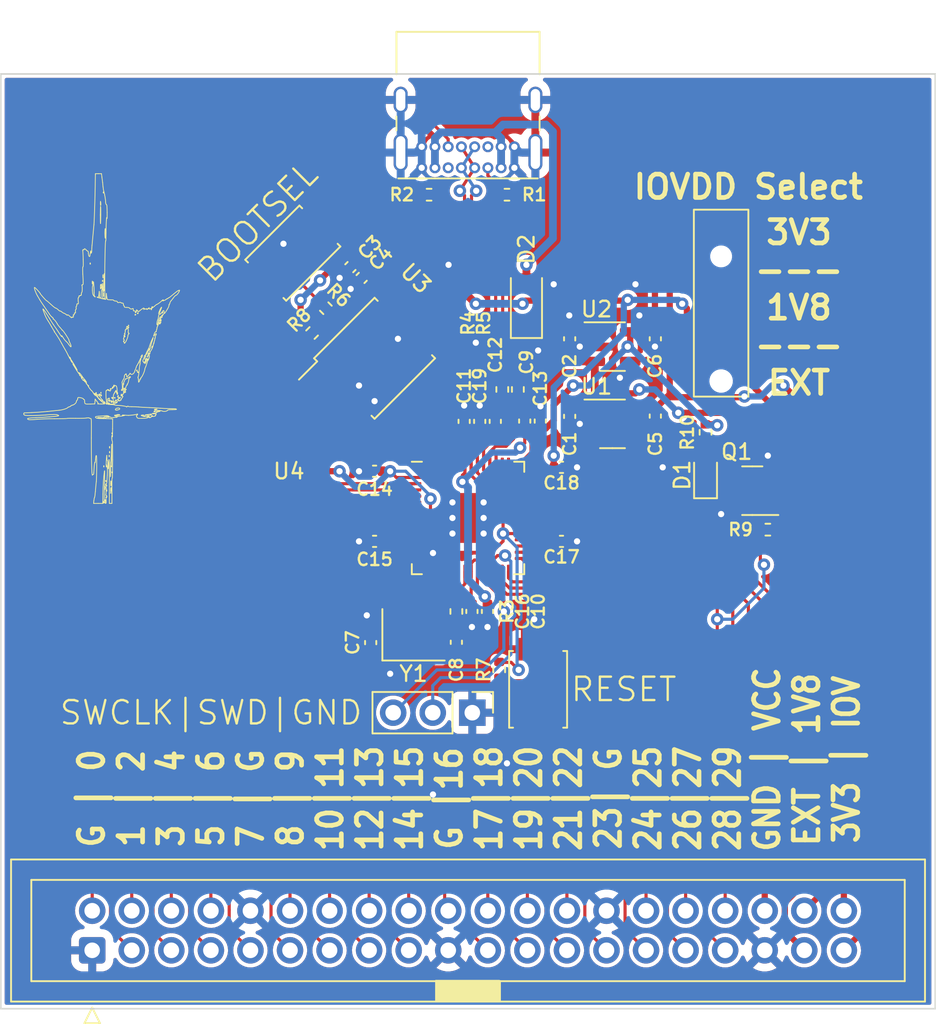
<source format=kicad_pcb>
(kicad_pcb (version 20211014) (generator pcbnew)
  (title_block (rev "C"))
  (layers (0 "F.Cu" signal) (31 "B.Cu" signal) (34 "B.Paste" user) (35 "F.Paste" user) (36 "B.SilkS" user "B.Silkscreen") (37 "F.SilkS" user "F.Silkscreen") (38 "B.Mask" user) (39 "F.Mask" user) (44 "Edge.Cuts" user))
  (net 0 "")
  (net 1 "VCC")
  (net 2 "GND")
  (net 3 "IOVDD")
  (net 4 "+1V8")
  (net 5 "+3V3")
  (net 6 "/XIN")
  (net 7 "Net-(C8-Pad1)")
  (net 8 "+1V1")
  (net 9 "Net-(D1-Pad1)")
  (net 10 "Net-(D1-Pad2)")
  (net 11 "VBUS")
  (net 12 "Net-(J1-PadA5)")
  (net 13 "/USB_DP")
  (net 15 "Net-(J1-PadB5)")
  (net 17 "Net-(J2-Pad2)")
  (net 18 "Net-(J2-Pad3)")
  (net 19 "/GPIO0")
  (net 20 "/GPIO1")
  (net 21 "/GPIO2")
  (net 22 "/GPIO3")
  (net 23 "/GPIO4")
  (net 24 "/GPIO5")
  (net 25 "/GPIO6")
  (net 26 "/GPIO7")
  (net 27 "/GPIO8")
  (net 28 "/GPIO9")
  (net 29 "/GPIO10")
  (net 30 "/GPIO11")
  (net 31 "/GPIO12")
  (net 32 "/GPIO13")
  (net 33 "/GPIO14")
  (net 34 "/GPIO15")
  (net 35 "/GPIO16")
  (net 36 "/GPIO17")
  (net 37 "/GPIO18")
  (net 38 "/GPIO19")
  (net 39 "/GPIO20")
  (net 40 "/GPIO21")
  (net 41 "/GPIO22")
  (net 42 "/GPIO23")
  (net 43 "/GPIO24")
  (net 44 "/GPIO25")
  (net 45 "/GPIO26")
  (net 46 "/GPIO27")
  (net 47 "/GPIO28")
  (net 48 "/GPIO29")
  (net 49 "/EXT_IOVDD")
  (net 50 "Net-(Q1-Pad1)")
  (net 51 "/XOUT")
  (net 52 "/U_P")
  (net 53 "/U_N")
  (net 54 "Net-(R6-Pad1)")
  (net 55 "/QSPI_CS")
  (net 56 "Net-(R7-Pad2)")
  (net 59 "/QSPI_IO1")
  (net 60 "/QSPI_IO2")
  (net 61 "/QSPI_IO0")
  (net 62 "/QSPI_SCLK")
  (net 63 "/QSPI_IO3")
  (net 64 "/USB_DN")
  (footprint "local:C_0402_1005Metric_SmallRef" (layer "F.Cu") (at 152.75 128.5 90)
    (fp_text reference "C7")
    (fp_text value "30pF" hide)
  )
  (footprint "Package_SO:SOIC-8_5.275x5.275mm_P1.27mm" (layer "F.Cu") (at 153 110.25 45)
    (fp_text reference "U3")
    (fp_text value "AT25FF081A" hide)
  )
  (footprint "local:C_0402_1005Metric_SmallRef" (layer "F.Cu") (at 163.64 114.28 90)
    (fp_text reference "C13")
    (fp_text value "0.1uF" hide)
  )
  (footprint "local:C_0402_1005Metric_SmallRef" (layer "F.Cu") (at 158.25 128.48 -90)
    (fp_text reference "C8")
    (fp_text value "30pF" hide)
  )
  (footprint "local:SW_SPST_EVQP2" (layer "F.Cu") (at 147.75 103.5 45)
    (fp_text reference "SW2" hide)
    (fp_text value "BSL" hide)
  )
  (footprint "Package_DFN_QFN:QFN-56-1EP_7x7mm_P0.4mm_EP3.2x3.2mm" (layer "F.Cu") (at 159 120.5)
    (fp_text reference "U4")
    (fp_text value "RP2040" hide)
  )
  (footprint "Connector_PinHeader_2.54mm:PinHeader_1x03_P2.54mm_Vertical" (layer "F.Cu") (at 159.275 133 -90)
    (fp_text reference "J2" hide)
    (fp_text value "SWD" hide)
  )
  (footprint "Package_TO_SOT_SMD:SOT-23-5" (layer "F.Cu") (at 168.275 114.46)
    (fp_text reference "U1")
    (fp_text value "TLV75518PDBV" hide)
  )
  (footprint "local:C_0402_1005Metric_SmallRef" (layer "F.Cu") (at 171.025 109 -90)
    (fp_text reference "C6")
    (fp_text value "10uF" hide)
  )
  (footprint "local:C_0402_1005Metric_SmallRef" (layer "F.Cu") (at 153 122 180)
    (fp_text reference "C15")
    (fp_text value "0.1uF" hide)
  )
  (footprint "Diode_SMD:D_SOD-123F" (layer "F.Cu") (at 162.75 106.75 90)
    (fp_text reference "D2")
    (fp_text value "PMEG2005EH" hide)
  )
  (footprint "local:R_0402_1005Metric_SmallRef" (layer "F.Cu") (at 156.5 99.75 180)
    (fp_text reference "R2")
    (fp_text value "5.1k" hide)
  )
  (footprint "local:C_0402_1005Metric_SmallRef" (layer "F.Cu") (at 165.525 109 -90)
    (fp_text reference "C2")
    (fp_text value "10uF" hide)
  )
  (footprint "local:R_0402_1005Metric_SmallRef" (layer "F.Cu") (at 174.25 115 90)
    (fp_text reference "R10")
    (fp_text value "150R" hide)
  )
  (footprint "local:C_0402_1005Metric_SmallRef" (layer "F.Cu") (at 153 117.5 180)
    (fp_text reference "C14")
    (fp_text value "0.1uF" hide)
  )
  (footprint "local:R_0402_1005Metric_SmallRef" (layer "F.Cu") (at 148.987436 108.626523 45)
    (fp_text reference "R8")
    (fp_text value "10k" hide)
  )
  (footprint "local:R_0402_1005Metric_SmallRef" (layer "F.Cu") (at 149.87132 107.035532 -45)
    (fp_text reference "R6")
    (fp_text value "1k" hide)
  )
  (footprint "LED_SMD:LED_0603_1608Metric" (layer "F.Cu") (at 174.25 117.75 90)
    (fp_text reference "D1")
    (fp_text value "LED" hide)
  )
  (footprint "local:C_0402_1005Metric_SmallRef" (layer "F.Cu") (at 165 122)
    (fp_text reference "C17")
    (fp_text value "0.1uF" hide)
  )
  (footprint "local:R_0402_1005Metric_SmallRef" (layer "F.Cu") (at 178.25 121.25)
    (fp_text reference "R9")
    (fp_text value "470R" hide)
  )
  (footprint "Connector_USB:USB_C_Receptacle_GCT_USB4085" (layer "F.Cu") (at 161.975 98.025 180)
    (fp_text reference "J1" hide)
    (fp_text value "USB_C_Receptacle_USB2.0")
  )
  (footprint "local:C_0402_1005Metric_SmallRef" (layer "F.Cu") (at 165 117.25)
    (fp_text reference "C18")
    (fp_text value "0.1uF" hide)
  )
  (footprint "local:CL-SB-13B-01T" (layer "F.Cu") (at 175.25 106.71 -90)
    (fp_text reference "SW1" hide)
    (fp_text value "CL-SB-13B-01T" hide)
  )
  (footprint "Package_TO_SOT_SMD:SOT-23-5" (layer "F.Cu") (at 168.275 109.5)
    (fp_text reference "U2")
    (fp_text value "TLV75533PDBV" hide)
  )
  (footprint "local:C_0402_1005Metric_SmallRef" (layer "F.Cu") (at 159.75 114.3 90)
    (fp_text reference "C19")
    (fp_text value "0.1uF" hide)
  )
  (footprint "local:C_0402_1005Metric_SmallRef" (layer "F.Cu") (at 151.448167 104.398026 -135)
    (fp_text reference "C3")
    (fp_text value "10uF" hide)
  )
  (footprint "local:SW_SPST_EVQP2" (layer "F.Cu") (at 163.5 131.5 90)
    (fp_text reference "SW3" hide)
    (fp_text value "RST")
  )
  (footprint "Crystal:Crystal_SMD_3225-4Pin_3.2x2.5mm" (layer "F.Cu") (at 155.5 128)
    (fp_text reference "Y1")
    (fp_text value "ECS-120-20-33-AEL" hide)
  )
  (footprint "local:R_0402_1005Metric_SmallRef" (layer "F.Cu") (at 162.2 112.25 -90)
    (fp_text reference "R5")
    (fp_text value "27R" hide)
  )
  (footprint "local:C_0402_1005Metric_SmallRef" (layer "F.Cu") (at 160.75 114.3 90)
    (fp_text reference "C12")
    (fp_text value "10uF" hide)
  )
  (footprint "local:C_0402_1005Metric_SmallRef" (layer "F.Cu") (at 158.75 114.3 90)
    (fp_text reference "C11")
    (fp_text value "0.1uF" hide)
  )
  (footprint "local:R_0402_1005Metric_SmallRef" (layer "F.Cu") (at 161 130.25 -90)
    (fp_text reference "R7")
    (fp_text value "1k" hide)
  )
  (footprint "local:C_0402_1005Metric_SmallRef" (layer "F.Cu") (at 152.169417 105.09099 -135)
    (fp_text reference "C4")
    (fp_text value "0.1uF" hide)
  )
  (footprint "local:C_0402_1005Metric_SmallRef" (layer "F.Cu") (at 171.025 113.96 -90)
    (fp_text reference "C5")
    (fp_text value "10uF" hide)
  )
  (footprint "local:C_0402_1005Metric_SmallRef" (layer "F.Cu") (at 165.525 113.98 -90)
    (fp_text reference "C1")
    (fp_text value "10uF" hide)
  )
  (footprint "local:R_0402_1005Metric_SmallRef" (layer "F.Cu") (at 161.5 99.75)
    (fp_text reference "R1")
    (fp_text value "5.1k" hide)
  )
  (footprint "local:R_0402_1005Metric_SmallRef" (layer "F.Cu") (at 161.2 112.25 -90)
    (fp_text reference "R4")
    (fp_text value "27R" hide)
  )
  (footprint "local:R_0402_1005Metric_SmallRef" (layer "F.Cu") (at 158.25 126.5 -90)
    (fp_text reference "R3")
    (fp_text value "1k" hide)
  )
  (footprint "local:C_0402_1005Metric_SmallRef" (layer "F.Cu") (at 162.64 114.28 90)
    (fp_text reference "C9")
    (fp_text value "1uF" hide)
  )
  (footprint "Connector_IDC:IDC-Header_2x20_P2.54mm_Vertical" (layer "F.Cu") (at 134.87 148.2525 90)
    (fp_text reference "J3" hide)
    (fp_text value "output header" hide)
  )
  (footprint "local:C_0402_1005Metric_SmallRef" (layer "F.Cu") (at 160.25 126.5 -90)
    (fp_text reference "C10")
    (fp_text value "0.1uF" hide)
  )
  (footprint "Package_TO_SOT_SMD:SOT-23" (layer "F.Cu") (at 177.25 118.75 180)
    (fp_text reference "Q1")
    (fp_text value "BC847" hide)
  )
  (footprint "local:C_0402_1005Metric_SmallRef" (layer "F.Cu") (at 159.25 126.5 -90)
    (fp_text reference "C16")
    (fp_text value "0.1uF" hide)
  )
  (gr_curve (pts (xy 136.488739 113.44859) (xy 136.39562 113.466391) (xy 136.345887 113.508882) (xy 136.363735 113.555393)) (layer "F.SilkS") (width 0.05))
  (gr_curve (pts (xy 135.827899 112.290781) (xy 135.80607 112.290781) (xy 135.788211 112.30339) (xy 135.788211 112.318801)) (layer "F.SilkS") (width 0.05))
  (gr_curve (pts (xy 135.769466 117.079741) (xy 135.770308 117.217985) (xy 135.776363 117.277517) (xy 135.782922 117.212032)) (layer "F.SilkS") (width 0.05))
  (gr_curve (pts (xy 135.918454 112.30401) (xy 135.915758 112.348237) (xy 135.911749 112.346064) (xy 135.894044 112.290781)) (layer "F.SilkS") (width 0.05))
  (gr_curve (pts (xy 133.553161 110.440012) (xy 133.575363 110.482945) (xy 133.587511 110.518073) (xy 133.580157 110.518073)) (layer "F.SilkS") (width 0.05))
  (gr_curve (pts (xy 137.796785 107.225407) (xy 137.810094 107.217181) (xy 137.825856 107.225071) (xy 137.831812 107.242937)) (layer "F.SilkS") (width 0.05))
  (gr_curve (pts (xy 137.765534 114.067956) (xy 137.718997 114.013629) (xy 137.688017 113.931199) (xy 137.714135 113.931199)) (layer "F.SilkS") (width 0.05))
  (gr_curve (pts (xy 139.321594 106.972656) (xy 139.307828 106.972656) (xy 139.222552 107.109472) (xy 139.216402 107.141426)) (layer "F.SilkS") (width 0.05))
  (gr_curve (pts (xy 139.346857 107.296284) (xy 139.303201 107.365138) (xy 139.255132 107.421693) (xy 139.240037 107.421961)) (layer "F.SilkS") (width 0.05))
  (gr_curve (pts (xy 138.51208 109.908268) (xy 138.491916 109.876394) (xy 138.487703 109.877736) (xy 138.487367 109.916146)) (layer "F.SilkS") (width 0.05))
  (gr_curve (pts (xy 135.773653 112.87992) (xy 135.78496 112.905629) (xy 135.788574 112.956155) (xy 135.781683 112.9922)) (layer "F.SilkS") (width 0.05))
  (gr_curve (pts (xy 138.544593 113.414642) (xy 138.796661 113.422201) (xy 139.110055 113.440104) (xy 139.241024 113.454426)) (layer "F.SilkS") (width 0.05))
  (gr_curve (pts (xy 138.602686 113.836542) (xy 138.546313 113.846294) (xy 138.446612 113.862028) (xy 138.381128 113.871506)) (layer "F.SilkS") (width 0.05))
  (gr_curve (pts (xy 135.420711 112.801038) (xy 135.358989 112.682225) (xy 135.179669 112.528837) (xy 135.179669 112.594855)) (layer "F.SilkS") (width 0.05))
  (gr_line (start 136.054768 119.566824) (end 135.973418 119.566824) (layer "F.SilkS") (width 0.05))
  (gr_curve (pts (xy 138.714062 113.933287) (xy 138.68617 113.932138) (xy 138.670543 113.938391) (xy 138.679335 113.947183)) (layer "F.SilkS") (width 0.05))
  (gr_curve (pts (xy 137.891866 110.922804) (xy 137.899224 110.817984) (xy 137.916226 110.703338) (xy 137.929648 110.668035)) (layer "F.SilkS") (width 0.05))
  (gr_curve (pts (xy 135.33365 106.104206) (xy 135.331028 105.96339) (xy 135.325131 105.907708) (xy 135.320548 105.980468)) (layer "F.SilkS") (width 0.05))
  (gr_curve (pts (xy 136.899461 112.183386) (xy 136.899461 112.197079) (xy 136.911367 112.215641) (xy 136.925919 112.224635)) (layer "F.SilkS") (width 0.05))
  (gr_curve (pts (xy 138.742725 106.960591) (xy 138.742725 106.981779) (xy 138.732803 106.999114) (xy 138.720676 106.999114)) (layer "F.SilkS") (width 0.05))
  (gr_curve (pts (xy 135.708836 119.328698) (xy 135.675382 119.328698) (xy 135.675382 119.382765) (xy 135.708836 119.434531)) (layer "F.SilkS") (width 0.05))
  (gr_curve (pts (xy 140.253613 106.205364) (xy 140.222809 106.205364) (xy 140.151839 106.277298) (xy 140.059196 106.402421)) (layer "F.SilkS") (width 0.05))
  (gr_line (start 135.620421 113.102399) (end 135.620421 113.102399) (layer "F.SilkS") (width 0.05))
  (gr_line (start 135.794847 117.09297) (end 135.826364 117.212032) (layer "F.SilkS") (width 0.05))
  (gr_curve (pts (xy 138.534921 109.70803) (xy 138.564754 109.726468) (xy 138.609156 109.610459) (xy 138.634357 109.448234)) (layer "F.SilkS") (width 0.05))
  (gr_curve (pts (xy 138.808505 113.81462) (xy 138.855858 113.809106) (xy 138.917352 113.813011) (xy 138.945158 113.823297)) (layer "F.SilkS") (width 0.05))
  (gr_line (start 134.320348 111.641059) (end 134.320348 111.641059) (layer "F.SilkS") (width 0.05))
  (gr_curve (pts (xy 138.192575 110.544531) (xy 138.207005 110.544531) (xy 138.226369 110.520719) (xy 138.235607 110.491614)) (layer "F.SilkS") (width 0.05))
  (gr_curve (pts (xy 138.85282 106.9201) (xy 138.93035 106.847896) (xy 139.001788 106.791334) (xy 139.01157 106.794407)) (layer "F.SilkS") (width 0.05))
  (gr_curve (pts (xy 134.768241 114.116395) (xy 134.738409 114.116402) (xy 134.701066 114.103472) (xy 134.685257 114.087663)) (layer "F.SilkS") (width 0.05))
  (gr_curve (pts (xy 138.955975 108.545565) (xy 138.922072 108.532556) (xy 138.857526 108.637032) (xy 138.840711 108.732135)) (layer "F.SilkS") (width 0.05))
  (gr_curve (pts (xy 135.594783 119.53375) (xy 135.588128 119.559216) (xy 135.582683 119.53838) (xy 135.582683 119.487448)) (layer "F.SilkS") (width 0.05))
  (gr_line (start 134.88112 105.457916) (end 134.88112 105.457916) (layer "F.SilkS") (width 0.05))
  (gr_curve (pts (xy 136.968364 108.87049) (xy 136.959572 108.879282) (xy 136.953319 108.863655) (xy 136.954468 108.835764)) (layer "F.SilkS") (width 0.05))
  (gr_curve (pts (xy 138.652676 113.871316) (xy 138.705045 113.818947) (xy 138.704915 113.818856) (xy 138.602686 113.836542)) (layer "F.SilkS") (width 0.05))
  (gr_curve (pts (xy 137.190503 108.242656) (xy 137.175951 108.242656) (xy 137.164044 108.261218) (xy 137.164044 108.283905)) (layer "F.SilkS") (width 0.05))
  (gr_curve (pts (xy 137.190478 113.342501) (xy 137.190464 113.353415) (xy 137.28869 113.360287) (xy 137.408759 113.357771)) (layer "F.SilkS") (width 0.05))
  (gr_curve (pts (xy 135.630868 105.716755) (xy 135.646318 105.726304) (xy 135.654416 105.556725) (xy 135.651996 105.27427)) (layer "F.SilkS") (width 0.05))
  (gr_curve (pts (xy 137.120696 111.933594) (xy 137.129598 111.956792) (xy 137.121087 111.973281) (xy 137.100209 111.973281)) (layer "F.SilkS") (width 0.05))
  (gr_curve (pts (xy 135.70101 106.461089) (xy 135.756613 106.474425) (xy 135.759696 106.466018) (xy 135.767156 106.280689)) (layer "F.SilkS") (width 0.05))
  (gr_curve (pts (xy 136.254893 106.536094) (xy 136.26471 106.561676) (xy 136.305632 106.575781) (xy 136.370039 106.575781)) (layer "F.SilkS") (width 0.05))
  (gr_curve (pts (xy 135.829522 100.89022) (xy 135.833899 101.157794) (xy 135.82909 101.329094) (xy 135.818839 101.270885)) (layer "F.SilkS") (width 0.05))
  (gr_curve (pts (xy 138.679631 107.039633) (xy 138.697355 107.046095) (xy 138.77529 106.992305) (xy 138.85282 106.9201)) (layer "F.SilkS") (width 0.05))
  (gr_curve (pts (xy 135.761753 113.163906) (xy 135.761753 113.178458) (xy 135.773659 113.190364) (xy 135.788211 113.190364)) (layer "F.SilkS") (width 0.05))
  (gr_line (start 138.965478 113.536755) (end 138.965478 113.536755) (layer "F.SilkS") (width 0.05))
  (gr_curve (pts (xy 138.740407 113.795523) (xy 138.728307 113.815102) (xy 138.75062 113.821359) (xy 138.808505 113.81462)) (layer "F.SilkS") (width 0.05))
  (gr_curve (pts (xy 136.060239 106.496001) (xy 136.195049 106.496305) (xy 136.24345 106.506274) (xy 136.254893 106.536094)) (layer "F.SilkS") (width 0.05))
  (gr_curve (pts (xy 135.345034 112.864499) (xy 135.421964 112.937315) (xy 135.525205 113.005156) (xy 135.559086 113.005156)) (layer "F.SilkS") (width 0.05))
  (gr_curve (pts (xy 138.434044 110.094739) (xy 138.422393 110.13112) (xy 138.411674 110.164565) (xy 138.410223 110.169061)) (layer "F.SilkS") (width 0.05))
  (gr_line (start 138.381128 113.871506) (end 138.262065 113.888738) (layer "F.SilkS") (width 0.05))
  (gr_curve (pts (xy 138.290238 113.98134) (xy 138.298289 113.968314) (xy 138.274407 113.957656) (xy 138.237168 113.957656)) (layer "F.SilkS") (width 0.05))
  (gr_curve (pts (xy 134.571128 111.967978) (xy 134.571128 111.948791) (xy 134.545566 111.91713) (xy 134.514325 111.897619)) (layer "F.SilkS") (width 0.05))
  (gr_curve (pts (xy 138.698628 106.974218) (xy 138.698628 106.960524) (xy 138.70855 106.943189) (xy 138.720676 106.935694)) (layer "F.SilkS") (width 0.05))
  (gr_curve (pts (xy 134.200711 111.503407) (xy 134.200711 111.523184) (xy 134.215594 111.556054) (xy 134.233784 111.576453)) (layer "F.SilkS") (width 0.05))
  (gr_curve (pts (xy 136.36349 113.045206) (xy 136.399938 113.163965) (xy 136.358184 113.190365) (xy 136.133909 113.190365)) (layer "F.SilkS") (width 0.05))
  (gr_curve (pts (xy 139.353455 113.632073) (xy 139.259857 113.58792) (xy 138.872697 113.57427) (xy 138.898508 113.616034)) (layer "F.SilkS") (width 0.05))
  (gr_curve (pts (xy 136.777569 112.317239) (xy 136.828396 112.317239) (xy 136.846544 112.257909) (xy 136.846544 112.091741)) (layer "F.SilkS") (width 0.05))
  (gr_curve (pts (xy 132.375792 108.083906) (xy 132.39179 108.096892) (xy 132.672882 108.512453) (xy 132.847306 108.780983)) (layer "F.SilkS") (width 0.05))
  (gr_curve (pts (xy 138.631768 107.053186) (xy 138.640369 107.03927) (xy 138.661907 107.033171) (xy 138.679631 107.039633)) (layer "F.SilkS") (width 0.05))
  (gr_line (start 136.185086 112.132031) (end 136.185086 112.132031) (layer "F.SilkS") (width 0.05))
  (gr_line (start 134.174682 111.417656) (end 134.174682 111.417656) (layer "F.SilkS") (width 0.05))
  (gr_line (start 137.640294 107.475364) (end 137.640294 107.475364) (layer "F.SilkS") (width 0.05))
  (gr_curve (pts (xy 138.720676 106.999114) (xy 138.70855 106.999114) (xy 138.698628 106.987911) (xy 138.698628 106.974218)) (layer "F.SilkS") (width 0.05))
  (gr_curve (pts (xy 138.266955 110.584219) (xy 138.306433 110.5439) (xy 138.405016 110.286197) (xy 138.387617 110.268798)) (layer "F.SilkS") (width 0.05))
  (gr_curve (pts (xy 132.612308 113.874886) (xy 132.526586 113.849203) (xy 132.384643 113.851694) (xy 131.891318 113.88754)) (layer "F.SilkS") (width 0.05))
  (gr_curve (pts (xy 135.541416 112.941269) (xy 135.524833 112.906131) (xy 135.502597 112.882739) (xy 135.492003 112.889286)) (layer "F.SilkS") (width 0.05))
  (gr_curve (pts (xy 136.133909 113.190365) (xy 136.00889 113.190365) (xy 135.973419 113.181593) (xy 135.973419 113.150678)) (layer "F.SilkS") (width 0.05))
  (gr_curve (pts (xy 135.3844 112.634962) (xy 135.461663 112.695738) (xy 135.483098 112.688991) (xy 135.458543 112.611625)) (layer "F.SilkS") (width 0.05))
  (gr_curve (pts (xy 138.577969 109.827572) (xy 138.603537 109.868942) (xy 138.573678 109.988906) (xy 138.537813 109.988906)) (layer "F.SilkS") (width 0.05))
  (gr_curve (pts (xy 137.714135 113.931199) (xy 137.72473 113.931199) (xy 137.749348 113.90566) (xy 137.768841 113.874446)) (layer "F.SilkS") (width 0.05))
  (gr_line (start 138.15791 110.475368) (end 138.15791 110.475368) (layer "F.SilkS") (width 0.05))
  (gr_line (start 135.774982 106.086302) (end 135.79834 106.27151) (layer "F.SilkS") (width 0.05))
  (gr_curve (pts (xy 135.753367 118.106653) (xy 135.744921 118.085547) (xy 135.738652 118.091816) (xy 135.737382 118.122639)) (layer "F.SilkS") (width 0.05))
  (gr_curve (pts (xy 135.444253 113.183158) (xy 135.59705 113.183158) (xy 135.696338 113.178137) (xy 135.664895 113.172001)) (layer "F.SilkS") (width 0.05))
  (gr_curve (pts (xy 139.730745 106.403511) (xy 139.748727 106.381843) (xy 139.776865 106.363923) (xy 139.793274 106.363688)) (layer "F.SilkS") (width 0.05))
  (gr_curve (pts (xy 138.818223 108.81151) (xy 138.808427 108.840614) (xy 138.828158 108.822755) (xy 138.862069 108.771823)) (layer "F.SilkS") (width 0.05))
  (gr_line (start 135.708836 119.434531) (end 135.708836 119.434531) (layer "F.SilkS") (width 0.05))
  (gr_curve (pts (xy 137.673367 107.263293) (xy 137.655177 107.263504) (xy 137.640294 107.284206) (xy 137.640294 107.309272)) (layer "F.SilkS") (width 0.05))
  (gr_curve (pts (xy 136.085656 118.38534) (xy 136.103475 118.311447) (xy 136.10333 118.24207) (xy 136.085214 118.173673)) (layer "F.SilkS") (width 0.05))
  (gr_curve (pts (xy 138.182806 110.517886) (xy 138.173749 110.532541) (xy 138.178145 110.544531) (xy 138.192575 110.544531)) (layer "F.SilkS") (width 0.05))
  (gr_curve (pts (xy 136.058707 118.283594) (xy 136.05912 118.480913) (xy 136.060948 118.487809) (xy 136.085657 118.38534)) (layer "F.SilkS") (width 0.05))
  (gr_curve (pts (xy 135.973419 112.317239) (xy 135.925521 112.256005) (xy 135.92144 112.255022) (xy 135.918454 112.30401)) (layer "F.SilkS") (width 0.05))
  (gr_curve (pts (xy 135.558555 104.988281) (xy 135.558555 105.08287) (xy 135.563357 105.121565) (xy 135.569226 105.074271)) (layer "F.SilkS") (width 0.05))
  (gr_curve (pts (xy 137.910946 107.207118) (xy 137.980272 107.137792) (xy 138.14719 107.025573) (xy 138.180982 107.025573)) (layer "F.SilkS") (width 0.05))
  (gr_curve (pts (xy 135.912718 113.190365) (xy 135.890321 113.190365) (xy 135.86599 113.175482) (xy 135.85865 113.157292)) (layer "F.SilkS") (width 0.05))
  (gr_curve (pts (xy 139.23931 108.001759) (xy 139.247361 108.014786) (xy 139.236158 108.032272) (xy 139.214413 108.040616)) (layer "F.SilkS") (width 0.05))
  (gr_curve (pts (xy 136.925919 112.224635) (xy 136.940471 112.233629) (xy 136.952195 112.255168) (xy 136.951973 112.272499)) (layer "F.SilkS") (width 0.05))
  (gr_curve (pts (xy 135.945447 112.930695) (xy 135.930062 112.935824) (xy 135.925356 112.96056) (xy 135.93499 112.985665)) (layer "F.SilkS") (width 0.05))
  (gr_curve (pts (xy 137.772586 107.201944) (xy 137.772586 107.223074) (xy 137.783476 107.233632) (xy 137.796785 107.225407)) (layer "F.SilkS") (width 0.05))
  (gr_curve (pts (xy 135.594783 119.441146) (xy 135.601438 119.466612) (xy 135.601438 119.508284) (xy 135.594783 119.53375)) (layer "F.SilkS") (width 0.05))
  (gr_curve (pts (xy 135.518795 105.623281) (xy 135.505625 105.776078) (xy 135.483465 105.905062) (xy 135.469551 105.909913)) (layer "F.SilkS") (width 0.05))
  (gr_curve (pts (xy 134.870098 105.385156) (xy 134.870098 105.465192) (xy 134.875058 105.497935) (xy 134.88112 105.457916)) (layer "F.SilkS") (width 0.05))
  (gr_curve (pts (xy 137.640294 107.475364) (xy 137.654846 107.475364) (xy 137.666753 107.462755) (xy 137.666753 107.447344)) (layer "F.SilkS") (width 0.05))
  (gr_curve (pts (xy 137.819961 111.436341) (xy 137.846782 111.402736) (xy 137.869633 111.23954) (xy 137.891866 110.922804)) (layer "F.SilkS") (width 0.05))
  (gr_curve (pts (xy 139.25361 107.819323) (xy 139.270234 107.819323) (xy 139.276119 107.806838) (xy 139.266689 107.79158)) (layer "F.SilkS") (width 0.05))
  (gr_curve (pts (xy 138.528633 110.200573) (xy 138.517796 110.286208) (xy 138.426974 110.463909) (xy 138.401948 110.448442)) (layer "F.SilkS") (width 0.05))
  (gr_curve (pts (xy 136.501776 112.502448) (xy 136.501776 112.433007) (xy 136.49536 112.419771) (xy 136.476128 112.449531)) (layer "F.SilkS") (width 0.05))
  (gr_curve (pts (xy 136.476128 112.555364) (xy 136.49536 112.585125) (xy 136.501776 112.571889) (xy 136.501776 112.502448)) (layer "F.SilkS") (width 0.05))
  (gr_curve (pts (xy 138.070888 110.041823) (xy 138.062627 110.063651) (xy 138.040249 110.090755) (xy 138.021159 110.102054)) (layer "F.SilkS") (width 0.05))
  (gr_curve (pts (xy 136.317378 112.767031) (xy 136.302826 112.767031) (xy 136.290919 112.772281) (xy 136.290919 112.778699)) (layer "F.SilkS") (width 0.05))
  (gr_curve (pts (xy 136.687794 112.933039) (xy 136.687794 112.953301) (xy 136.672912 112.970445) (xy 136.654721 112.971136)) (layer "F.SilkS") (width 0.05))
  (gr_curve (pts (xy 135.297224 106.225302) (xy 135.283198 106.330591) (xy 135.277649 106.336969) (xy 135.211107 106.324282)) (layer "F.SilkS") (width 0.05))
  (gr_curve (pts (xy 135.410444 100.500653) (xy 135.399935 100.490144) (xy 135.391336 100.735545) (xy 135.391336 101.045989)) (layer "F.SilkS") (width 0.05))
  (gr_curve (pts (xy 138.833312 109.248073) (xy 138.818358 109.248073) (xy 138.813725 109.267885) (xy 138.823018 109.2921)) (layer "F.SilkS") (width 0.05))
  (gr_curve (pts (xy 136.136347 115.068906) (xy 136.136347 115.105286) (xy 136.142352 115.120169) (xy 136.149692 115.101979)) (layer "F.SilkS") (width 0.05))
  (gr_curve (pts (xy 133.059476 107.359981) (xy 133.097796 107.368983) (xy 133.161891 107.406807) (xy 133.201909 107.444035)) (layer "F.SilkS") (width 0.05))
  (gr_curve (pts (xy 134.359461 103.257043) (xy 134.359461 103.192554) (xy 134.409349 103.207913) (xy 134.482584 103.294948)) (layer "F.SilkS") (width 0.05))
  (gr_line (start 138.434044 110.359323) (end 138.434044 110.359323) (layer "F.SilkS") (width 0.05))
  (gr_curve (pts (xy 136.925919 109.090884) (xy 136.925919 109.120847) (xy 136.915998 109.13923) (xy 136.903871 109.131736)) (layer "F.SilkS") (width 0.05))
  (gr_curve (pts (xy 137.640294 107.435677) (xy 137.625742 107.444671) (xy 137.613836 107.45728) (xy 137.613836 107.463697)) (layer "F.SilkS") (width 0.05))
  (gr_curve (pts (xy 135.67767 113.117834) (xy 135.712302 113.146385) (xy 135.713466 113.143089) (xy 135.686576 113.092619)) (layer "F.SilkS") (width 0.05))
  (gr_curve (pts (xy 134.860186 102.996249) (xy 134.883891 102.760222) (xy 134.897836 102.609322) (xy 134.981736 101.680989)) (layer "F.SilkS") (width 0.05))
  (gr_curve (pts (xy 136.562117 112.985386) (xy 136.573031 112.979283) (xy 136.581961 112.962672) (xy 136.581961 112.948474)) (layer "F.SilkS") (width 0.05))
  (gr_curve (pts (xy 138.304617 110.78997) (xy 138.273938 110.853345) (xy 138.248837 110.922938) (xy 138.248837 110.944622)) (layer "F.SilkS") (width 0.05))
  (gr_curve (pts (xy 139.049201 108.110311) (xy 139.060115 108.110338) (xy 139.069045 108.09328) (xy 139.069045 108.072399)) (layer "F.SilkS") (width 0.05))
  (gr_line (start 136.136564 118.925209) (end 136.136119 119.566824) (layer "F.SilkS") (width 0.05))
  (gr_curve (pts (xy 135.920503 113.150678) (xy 135.947354 113.183032) (xy 135.945916 113.190365) (xy 135.912718 113.190365)) (layer "F.SilkS") (width 0.05))
  (gr_curve (pts (xy 135.546413 105.88125) (xy 135.542851 105.36175) (xy 135.542012 105.353911) (xy 135.518795 105.623281)) (layer "F.SilkS") (width 0.05))
  (gr_curve (pts (xy 136.62408 112.825959) (xy 136.680584 112.815157) (xy 136.707994 112.759467) (xy 136.65406 112.765047)) (layer "F.SilkS") (width 0.05))
  (gr_curve (pts (xy 137.016962 112.290781) (xy 137.010545 112.290781) (xy 137.005294 112.278875) (xy 137.005294 112.264323)) (layer "F.SilkS") (width 0.05))
  (gr_line (start 135.034149 113.177135) (end 135.047378 113.024985) (layer "F.SilkS") (width 0.05))
  (gr_curve (pts (xy 134.311416 111.523489) (xy 134.299544 111.523489) (xy 134.264385 111.478216) (xy 134.233286 111.422882)) (layer "F.SilkS") (width 0.05))
  (gr_curve (pts (xy 137.004025 112.396614) (xy 137.051035 112.396614) (xy 137.013179 112.441297) (xy 136.95279 112.457089)) (layer "F.SilkS") (width 0.05))
  (gr_curve (pts (xy 138.5399 110.134427) (xy 138.536465 110.148979) (xy 138.531395 110.178745) (xy 138.528633 110.200573)) (layer "F.SilkS") (width 0.05))
  (gr_curve (pts (xy 135.818839 101.270885) (xy 135.801805 101.174176) (xy 135.798541 101.183074) (xy 135.780975 101.374096)) (layer "F.SilkS") (width 0.05))
  (gr_curve (pts (xy 131.361195 106.249204) (xy 131.242144 106.053889) (xy 131.119484 105.702656) (xy 131.170325 105.702656)) (layer "F.SilkS") (width 0.05))
  (gr_line (start 138.037169 110.200573) (end 138.037169 110.200573) (layer "F.SilkS") (width 0.05))
  (gr_curve (pts (xy 134.134565 106.214933) (xy 134.165646 106.226859) (xy 134.174253 106.20787) (xy 134.174253 106.127364)) (layer "F.SilkS") (width 0.05))
  (gr_line (start 135.569226 105.074271) (end 135.569226 105.074271) (layer "F.SilkS") (width 0.05))
  (gr_curve (pts (xy 133.879204 111.03401) (xy 133.723863 110.791846) (xy 133.718653 110.782656) (xy 133.736712 110.782656)) (layer "F.SilkS") (width 0.05))
  (gr_curve (pts (xy 135.648176 105.802183) (xy 135.641848 105.769271) (xy 135.636429 105.789968) (xy 135.636135 105.848177)) (layer "F.SilkS") (width 0.05))
  (gr_curve (pts (xy 140.469492 105.879182) (xy 140.486576 105.862129) (xy 140.480967 105.895802) (xy 140.457026 105.95401)) (layer "F.SilkS") (width 0.05))
  (gr_curve (pts (xy 136.933842 112.39) (xy 136.949655 112.349982) (xy 136.971827 112.317239) (xy 136.983113 112.317239)) (layer "F.SilkS") (width 0.05))
  (gr_curve (pts (xy 136.833315 113.944322) (xy 136.712111 113.970861) (xy 136.69164 113.973261) (xy 136.529044 113.979995)) (layer "F.SilkS") (width 0.05))
  (gr_line (start 136.149692 115.101979) (end 136.149692 115.101979) (layer "F.SilkS") (width 0.05))
  (gr_line (start 135.973418 119.566824) (end 135.972357 118.91198) (layer "F.SilkS") (width 0.05))
  (gr_curve (pts (xy 134.385919 113.03111) (xy 134.385919 113.192006) (xy 134.395407 113.195809) (xy 134.769565 113.18487)) (layer "F.SilkS") (width 0.05))
  (gr_curve (pts (xy 136.263268 113.023633) (xy 136.212741 113.01042) (xy 136.20997 112.99426) (xy 136.221535 112.780221)) (layer "F.SilkS") (width 0.05))
  (gr_curve (pts (xy 136.899461 109.036406) (xy 136.914013 109.036406) (xy 136.925919 109.060921) (xy 136.925919 109.090884)) (layer "F.SilkS") (width 0.05))
  (gr_curve (pts (xy 137.05778 111.298327) (xy 137.042991 111.289187) (xy 137.038958 111.267648) (xy 137.048818 111.250463)) (layer "F.SilkS") (width 0.05))
  (gr_curve (pts (xy 136.95279 112.457089) (xy 136.923459 112.46476) (xy 136.900728 112.469173) (xy 136.902276 112.466898)) (layer "F.SilkS") (width 0.05))
  (gr_curve (pts (xy 136.073586 117.159114) (xy 136.089231 117.159114) (xy 136.10719 117.185903) (xy 136.113497 117.218646)) (layer "F.SilkS") (width 0.05))
  (gr_curve (pts (xy 135.43378 112.495282) (xy 135.442572 112.48649) (xy 135.443511 112.46367) (xy 135.435867 112.44457)) (layer "F.SilkS") (width 0.05))
  (gr_curve (pts (xy 138.248562 107.078047) (xy 138.263802 107.102705) (xy 138.281964 107.10324) (xy 138.324846 107.08029)) (layer "F.SilkS") (width 0.05))
  (gr_curve (pts (xy 136.925919 109.249634) (xy 136.925919 109.325469) (xy 136.969079 109.290966) (xy 137.037683 109.160288)) (layer "F.SilkS") (width 0.05))
  (gr_curve (pts (xy 135.966881 114.02917) (xy 135.932096 114.045019) (xy 135.871712 114.051883) (xy 135.832694 114.044425)) (layer "F.SilkS") (width 0.05))
  (gr_curve (pts (xy 134.939297 105.345469) (xy 134.929425 105.389125) (xy 134.919938 105.469492) (xy 134.918216 105.524062)) (layer "F.SilkS") (width 0.05))
  (gr_curve (pts (xy 135.686576 113.092619) (xy 135.641454 113.007928) (xy 135.603012 112.993346) (xy 135.603012 113.060921)) (layer "F.SilkS") (width 0.05))
  (gr_curve (pts (xy 138.279908 110.438698) (xy 138.295551 110.438698) (xy 138.299393 110.458668) (xy 138.288816 110.485)) (layer "F.SilkS") (width 0.05))
  (gr_line (start 135.701689 118.660035) (end 135.701689 118.660035) (layer "F.SilkS") (width 0.05))
  (gr_curve (pts (xy 133.465759 110.228739) (xy 133.415915 110.141891) (xy 133.385955 110.138343) (xy 133.432207 110.224765)) (layer "F.SilkS") (width 0.05))
  (gr_curve (pts (xy 131.794414 106.933459) (xy 131.671497 106.758564) (xy 131.54494 106.567844) (xy 131.513177 106.509635)) (layer "F.SilkS") (width 0.05))
  (gr_curve (pts (xy 137.849688 111.774843) (xy 137.847553 111.760291) (xy 137.84326 111.69992) (xy 137.84015 111.640685)) (layer "F.SilkS") (width 0.05))
  (gr_line (start 136.448636 113.032381) (end 136.448636 113.032381) (layer "F.SilkS") (width 0.05))
  (gr_curve (pts (xy 135.787268 116.656407) (xy 135.776636 116.750996) (xy 135.768625 116.941496) (xy 135.769466 117.079741)) (layer "F.SilkS") (width 0.05))
  (gr_line (start 136.085657 118.38534) (end 136.085657 118.38534) (layer "F.SilkS") (width 0.05))
  (gr_curve (pts (xy 134.387315 111.73665) (xy 134.344427 111.690738) (xy 134.301763 111.654752) (xy 134.292506 111.656682)) (layer "F.SilkS") (width 0.05))
  (gr_curve (pts (xy 139.408915 106.533567) (xy 139.389224 106.521397) (xy 139.385584 106.526363) (xy 139.398672 106.54754)) (layer "F.SilkS") (width 0.05))
  (gr_curve (pts (xy 139.798011 106.848594) (xy 139.805362 106.88913) (xy 139.771066 106.97462) (xy 139.699612 107.093872)) (layer "F.SilkS") (width 0.05))
  (gr_curve (pts (xy 136.463807 112.393753) (xy 136.488008 112.317501) (xy 136.453606 112.062403) (xy 136.414776 112.030177)) (layer "F.SilkS") (width 0.05))
  (gr_curve (pts (xy 138.389526 110.54455) (xy 138.377631 110.54456) (xy 138.366212 110.573858) (xy 138.364148 110.609656)) (layer "F.SilkS") (width 0.05))
  (gr_curve (pts (xy 134.003786 112.767031) (xy 134.124258 112.767031) (xy 134.306544 112.824678) (xy 134.306544 112.862776)) (layer "F.SilkS") (width 0.05))
  (gr_line (start 135.402846 101.598923) (end 135.402846 101.598923) (layer "F.SilkS") (width 0.05))
  (gr_curve (pts (xy 138.516794 107.032187) (xy 138.484248 107.073687) (xy 138.487517 107.078489) (xy 138.548306 107.078489)) (layer "F.SilkS") (width 0.05))
  (gr_curve (pts (xy 138.961006 113.509541) (xy 138.923413 113.508618) (xy 138.883974 113.516545) (xy 138.873363 113.527156)) (layer "F.SilkS") (width 0.05))
  (gr_curve (pts (xy 133.33529 110.074896) (xy 133.283213 109.962117) (xy 133.190368 109.7865) (xy 133.128966 109.684635)) (layer "F.SilkS") (width 0.05))
  (gr_curve (pts (xy 132.302677 107.616554) (xy 132.259874 107.591988) (xy 132.178289 107.49979) (xy 132.121377 107.411669)) (layer "F.SilkS") (width 0.05))
  (gr_curve (pts (xy 138.059169 114.105131) (xy 137.847225 114.110912) (xy 137.796869 114.104536) (xy 137.765534 114.067956)) (layer "F.SilkS") (width 0.05))
  (gr_curve (pts (xy 137.111128 108.202969) (xy 137.096576 108.211962) (xy 137.084669 108.224571) (xy 137.084669 108.230988)) (layer "F.SilkS") (width 0.05))
  (gr_line (start 135.269541 98.400156) (end 135.465245 98.400156) (layer "F.SilkS") (width 0.05))
  (gr_line (start 136.12448 116.524114) (end 136.123996 115.770052) (layer "F.SilkS") (width 0.05))
  (gr_line (start 135.586333 105.980468) (end 135.596075 105.84087) (layer "F.SilkS") (width 0.05))
  (gr_line (start 137.799044 111.113385) (end 137.799044 111.113385) (layer "F.SilkS") (width 0.05))
  (gr_curve (pts (xy 136.634878 113.495683) (xy 136.634878 113.448252) (xy 136.581124 113.43093) (xy 136.488739 113.44859)) (layer "F.SilkS") (width 0.05))
  (gr_curve (pts (xy 135.9652 116.477812) (xy 135.958545 116.452346) (xy 135.953099 116.473182) (xy 135.953099 116.524114)) (layer "F.SilkS") (width 0.05))
  (gr_curve (pts (xy 138.431118 113.90628) (xy 138.578446 113.921568) (xy 138.606917 113.917075) (xy 138.652676 113.871316)) (layer "F.SilkS") (width 0.05))
  (gr_curve (pts (xy 135.781683 112.9922) (xy 135.774591 113.029299) (xy 135.78477 113.070696) (xy 135.805141 113.087602)) (layer "F.SilkS") (width 0.05))
  (gr_curve (pts (xy 133.512794 110.412239) (xy 133.483099 110.354031) (xy 133.470397 110.306406) (xy 133.484568 110.306406)) (layer "F.SilkS") (width 0.05))
  (gr_line (start 135.550086 106.417031) (end 135.546413 105.88125) (layer "F.SilkS") (width 0.05))
  (gr_curve (pts (xy 138.354669 113.987356) (xy 138.332841 113.989536) (xy 138.341429 113.996436) (xy 138.373752 114.002687)) (layer "F.SilkS") (width 0.05))
  (gr_curve (pts (xy 134.277696 104.379739) (xy 134.301011 104.379739) (xy 134.304739 104.25861) (xy 134.292555 103.896875)) (layer "F.SilkS") (width 0.05))
  (gr_curve (pts (xy 135.972357 118.91198) (xy 135.969084 116.89262) (xy 135.96585 116.624962) (xy 135.946377 116.762241)) (layer "F.SilkS") (width 0.05))
  (gr_curve (pts (xy 139.240037 107.421961) (xy 139.195796 107.422746) (xy 139.196814 107.268738) (xy 139.2415 107.200539)) (layer "F.SilkS") (width 0.05))
  (gr_curve (pts (xy 134.932151 112.458892) (xy 134.909028 112.413108) (xy 134.861676 112.353577) (xy 134.826926 112.3266)) (layer "F.SilkS") (width 0.05))
  (gr_curve (pts (xy 135.75128 118.157365) (xy 135.760072 118.148573) (xy 135.761011 118.125753) (xy 135.753367 118.106653)) (layer "F.SilkS") (width 0.05))
  (gr_line (start 136.317378 112.806719) (end 136.317378 112.806719) (layer "F.SilkS") (width 0.05))
  (gr_curve (pts (xy 136.056099 112.965857) (xy 136.105214 112.976459) (xy 136.149367 112.995592) (xy 136.154218 113.008374)) (layer "F.SilkS") (width 0.05))
  (gr_line (start 139.388106 107.290156) (end 139.388106 107.290156) (layer "F.SilkS") (width 0.05))
  (gr_curve (pts (xy 136.954468 108.835764) (xy 136.955738 108.804941) (xy 136.962007 108.798672) (xy 136.970453 108.819778)) (layer "F.SilkS") (width 0.05))
  (gr_line (start 136.125104 112.773882) (end 136.125104 112.773882) (layer "F.SilkS") (width 0.05))
  (gr_curve (pts (xy 137.695142 110.828958) (xy 137.675298 110.898081) (xy 137.650528 110.966541) (xy 137.640098 110.981094)) (layer "F.SilkS") (width 0.05))
  (gr_curve (pts (xy 136.148155 117.60174) (xy 136.156947 117.592949) (xy 136.157887 117.570128) (xy 136.150242 117.551028)) (layer "F.SilkS") (width 0.05))
  (gr_curve (pts (xy 135.735698 118.368023) (xy 135.736005 118.424191) (xy 135.742116 118.432838) (xy 135.760718 118.403424)) (layer "F.SilkS") (width 0.05))
  (gr_curve (pts (xy 138.401948 110.448442) (xy 138.385557 110.438312) (xy 138.382263 110.453506) (xy 138.393306 110.488301)) (layer "F.SilkS") (width 0.05))
  (gr_line (start 135.620527 117.218646) (end 135.620527 117.218646) (layer "F.SilkS") (width 0.05))
  (gr_curve (pts (xy 134.292555 103.896875) (xy 134.28361 103.631299) (xy 134.272152 103.38077) (xy 134.267093 103.340144)) (layer "F.SilkS") (width 0.05))
  (gr_curve (pts (xy 132.373632 107.733016) (xy 132.360928 107.736479) (xy 132.357276 107.721742) (xy 132.365517 107.700266)) (layer "F.SilkS") (width 0.05))
  (gr_curve (pts (xy 134.994461 106.049415) (xy 134.994461 105.701827) (xy 134.959526 105.256018) (xy 134.939297 105.345469)) (layer "F.SilkS") (width 0.05))
  (gr_curve (pts (xy 136.448636 113.032381) (xy 136.48954 112.967702) (xy 136.500987 113.013531) (xy 136.461671 113.084571)) (layer "F.SilkS") (width 0.05))
  (gr_curve (pts (xy 132.439107 108.513449) (xy 132.423386 108.502758) (xy 132.340985 108.368995) (xy 132.255994 108.216198)) (layer "F.SilkS") (width 0.05))
  (gr_curve (pts (xy 136.997282 111.28247) (xy 136.947084 111.328179) (xy 136.930232 111.366442) (xy 136.936519 111.420437)) (layer "F.SilkS") (width 0.05))
  (gr_curve (pts (xy 132.365517 107.700266) (xy 132.37505 107.675424) (xy 132.352188 107.644969) (xy 132.302677 107.616554)) (layer "F.SilkS") (width 0.05))
  (gr_curve (pts (xy 135.701475 118.474826) (xy 135.69563 118.427857) (xy 135.690944 118.472771) (xy 135.691062 118.574635)) (layer "F.SilkS") (width 0.05))
  (gr_curve (pts (xy 136.873003 111.893906) (xy 136.825808 111.966935) (xy 136.845872 111.900147) (xy 136.910024 111.770671)) (layer "F.SilkS") (width 0.05))
  (gr_curve (pts (xy 137.814492 111.500619) (xy 137.803491 111.482819) (xy 137.805952 111.453893) (xy 137.819961 111.436341)) (layer "F.SilkS") (width 0.05))
  (gr_curve (pts (xy 136.279697 112.517489) (xy 136.304874 112.49908) (xy 136.317769 112.471552) (xy 136.308354 112.456317)) (layer "F.SilkS") (width 0.05))
  (gr_curve (pts (xy 138.515483 109.728179) (xy 138.487827 109.676502) (xy 138.501446 109.644654) (xy 138.550902 109.645353)) (layer "F.SilkS") (width 0.05))
  (gr_curve (pts (xy 135.211107 106.324282) (xy 135.156182 106.313809) (xy 135.161074 106.319356) (xy 135.232586 106.348633)) (layer "F.SilkS") (width 0.05))
  (gr_curve (pts (xy 136.784925 111.797008) (xy 136.792319 111.804402) (xy 136.801074 111.906183) (xy 136.804381 112.023187)) (layer "F.SilkS") (width 0.05))
  (gr_curve (pts (xy 134.88112 105.312396) (xy 134.875058 105.272377) (xy 134.870098 105.305119) (xy 134.870098 105.385156)) (layer "F.SilkS") (width 0.05))
  (gr_curve (pts (xy 135.778429 100.379583) (xy 135.815387 100.400265) (xy 135.822703 100.473384) (xy 135.829522 100.89022)) (layer "F.SilkS") (width 0.05))
  (gr_curve (pts (xy 135.415825 100.424219) (xy 135.427449 100.395114) (xy 135.428185 100.317724) (xy 135.41746 100.252239)) (layer "F.SilkS") (width 0.05))
  (gr_curve (pts (xy 136.134931 118.11823) (xy 136.136074 118.209181) (xy 136.13681 118.572321) (xy 136.136564 118.925209)) (layer "F.SilkS") (width 0.05))
  (gr_curve (pts (xy 137.033314 112.237864) (xy 137.048725 112.237864) (xy 137.053976 112.249771) (xy 137.044982 112.264323)) (layer "F.SilkS") (width 0.05))
  (gr_curve (pts (xy 137.216961 108.267553) (xy 137.216961 108.25386) (xy 137.205055 108.242656) (xy 137.190503 108.242656)) (layer "F.SilkS") (width 0.05))
  (gr_line (start 136.476128 112.555364) (end 136.476128 112.555364) (layer "F.SilkS") (width 0.05))
  (gr_curve (pts (xy 132.121377 107.411669) (xy 132.064464 107.323548) (xy 131.917331 107.108353) (xy 131.794414 106.933459)) (layer "F.SilkS") (width 0.05))
  (gr_line (start 137.746559 111.007819) (end 137.746559 111.007819) (layer "F.SilkS") (width 0.05))
  (gr_curve (pts (xy 136.127726 115.386348) (xy 136.132558 115.488245) (xy 136.147512 115.571616) (xy 136.160958 115.571616)) (layer "F.SilkS") (width 0.05))
  (gr_curve (pts (xy 138.021159 110.102054) (xy 137.986089 110.122811) (xy 137.998726 110.200573) (xy 138.037169 110.200573)) (layer "F.SilkS") (width 0.05))
  (gr_curve (pts (xy 133.405054 113.362762) (xy 133.447328 113.353478) (xy 133.487913 113.330253) (xy 133.495242 113.311151)) (layer "F.SilkS") (width 0.05))
  (gr_curve (pts (xy 138.910294 113.693074) (xy 138.953951 113.693074) (xy 138.989669 113.681168) (xy 138.989669 113.666616)) (layer "F.SilkS") (width 0.05))
  (gr_curve (pts (xy 138.677011 107.068252) (xy 138.664646 107.060611) (xy 138.65453 107.071694) (xy 138.65453 107.092882)) (layer "F.SilkS") (width 0.05))
  (gr_curve (pts (xy 134.734055 104.168073) (xy 134.734055 104.204453) (xy 134.740061 104.219336) (xy 134.747401 104.201146)) (layer "F.SilkS") (width 0.05))
  (gr_curve (pts (xy 137.111128 108.242656) (xy 137.12568 108.242656) (xy 137.137586 108.230047) (xy 137.137586 108.214636)) (layer "F.SilkS") (width 0.05))
  (gr_curve (pts (xy 138.910294 113.957657) (xy 138.888466 113.971764) (xy 138.820005 113.983488) (xy 138.758159 113.983711)) (layer "F.SilkS") (width 0.05))
  (gr_curve (pts (xy 139.214565 113.65842) (xy 139.101265 113.673172) (xy 138.995684 113.718613) (xy 138.98005 113.759354)) (layer "F.SilkS") (width 0.05))
  (gr_curve (pts (xy 133.834239 110.908333) (xy 133.970342 111.116537) (xy 133.900717 110.975) (xy 133.700832 110.637135)) (layer "F.SilkS") (width 0.05))
  (gr_curve (pts (xy 137.799044 107.38276) (xy 137.813596 107.373766) (xy 137.825503 107.354502) (xy 137.825503 107.33995)) (layer "F.SilkS") (width 0.05))
  (gr_curve (pts (xy 136.436107 114.036731) (xy 136.407186 114.037853) (xy 136.313525 114.045524) (xy 136.227971 114.053778)) (layer "F.SilkS") (width 0.05))
  (gr_curve (pts (xy 137.325889 111.239062) (xy 137.301711 111.195994) (xy 137.298498 111.196457) (xy 137.279896 111.245677)) (layer "F.SilkS") (width 0.05))
  (gr_line (start 135.810633 116.651354) (end 135.806599 116.484428) (layer "F.SilkS") (width 0.05))
  (gr_curve (pts (xy 133.020325 108.950416) (xy 133.07172 109.034091) (xy 133.151602 109.131979) (xy 133.197842 109.167944)) (layer "F.SilkS") (width 0.05))
  (gr_curve (pts (xy 139.151152 107.47026) (xy 139.135097 107.500258) (xy 139.121962 107.560317) (xy 139.121962 107.603723)) (layer "F.SilkS") (width 0.05))
  (gr_curve (pts (xy 134.88112 105.457916) (xy 134.887183 105.417898) (xy 134.887183 105.352414) (xy 134.88112 105.312396)) (layer "F.SilkS") (width 0.05))
  (gr_curve (pts (xy 135.559086 113.005156) (xy 135.56595 113.005156) (xy 135.557999 112.976407) (xy 135.541416 112.941269)) (layer "F.SilkS") (width 0.05))
  (gr_curve (pts (xy 133.818382 107.121333) (xy 133.843118 107.11184) (xy 133.849252 107.07923) (xy 133.838623 107.013726)) (layer "F.SilkS") (width 0.05))
  (gr_curve (pts (xy 137.957795 111.589635) (xy 137.943243 111.580641) (xy 137.929523 111.588868) (xy 137.927307 111.607917)) (layer "F.SilkS") (width 0.05))
  (gr_curve (pts (xy 138.296999 110.141419) (xy 138.322673 110.146781) (xy 138.323736 110.135814) (xy 138.30156 110.094376)) (layer "F.SilkS") (width 0.05))
  (gr_curve (pts (xy 135.832694 114.044425) (xy 135.790004 114.036264) (xy 135.761753 114.042628) (xy 135.761753 114.060406)) (layer "F.SilkS") (width 0.05))
  (gr_curve (pts (xy 135.585238 106.165677) (xy 135.585343 106.267541) (xy 135.590137 106.305971) (xy 135.595865 106.251076)) (layer "F.SilkS") (width 0.05))
  (gr_curve (pts (xy 135.814669 113.163906) (xy 135.814669 113.149354) (xy 135.802763 113.137448) (xy 135.788211 113.137448)) (layer "F.SilkS") (width 0.05))
  (gr_curve (pts (xy 133.768222 107.335068) (xy 133.805843 107.349504) (xy 133.809942 107.336645) (xy 133.797436 107.243407)) (layer "F.SilkS") (width 0.05))
  (gr_curve (pts (xy 137.109887 111.538214) (xy 137.128419 111.515884) (xy 137.152548 111.503155) (xy 137.163506 111.509928)) (layer "F.SilkS") (width 0.05))
  (gr_curve (pts (xy 139.150546 107.397304) (xy 139.172396 107.410808) (xy 139.172557 107.430262) (xy 139.151152 107.47026)) (layer "F.SilkS") (width 0.05))
  (gr_curve (pts (xy 138.725086 109.552344) (xy 138.756342 109.479607) (xy 138.756342 109.437833) (xy 138.725086 109.486198)) (layer "F.SilkS") (width 0.05))
  (gr_line (start 135.378107 106.385491) (end 135.378107 106.385491) (layer "F.SilkS") (width 0.05))
  (gr_curve (pts (xy 135.140668 116.502755) (xy 135.112317 116.474403) (xy 135.102607 116.518336) (xy 135.083139 116.763057)) (layer "F.SilkS") (width 0.05))
  (gr_line (start 135.254268 119.566824) (end 134.960349 119.566824) (layer "F.SilkS") (width 0.05))
  (gr_curve (pts (xy 139.174879 107.874944) (xy 139.174879 107.930027) (xy 139.110443 108.114055) (xy 139.054377 108.2191)) (layer "F.SilkS") (width 0.05))
  (gr_curve (pts (xy 136.988404 112.356927) (xy 136.980028 112.378755) (xy 136.987057 112.396614) (xy 137.004025 112.396614)) (layer "F.SilkS") (width 0.05))
  (gr_curve (pts (xy 134.233784 111.576453) (xy 134.261618 111.607667) (xy 134.259987 111.608377) (xy 134.223485 111.580937)) (layer "F.SilkS") (width 0.05))
  (gr_curve (pts (xy 130.501303 113.761266) (xy 130.520514 113.755247) (xy 130.744591 113.742972) (xy 130.999253 113.733989)) (layer "F.SilkS") (width 0.05))
  (gr_curve (pts (xy 135.708836 119.434531) (xy 135.728822 119.465457) (xy 135.734573 119.458157) (xy 135.734889 119.401458)) (layer "F.SilkS") (width 0.05))
  (gr_line (start 138.720676 106.935694) (end 138.720676 106.935694) (layer "F.SilkS") (width 0.05))
  (gr_curve (pts (xy 136.150242 117.551028) (xy 136.141797 117.529922) (xy 136.135527 117.536191) (xy 136.134257 117.567014)) (layer "F.SilkS") (width 0.05))
  (gr_line (start 135.990776 116.002066) (end 135.990776 116.002066) (layer "F.SilkS") (width 0.05))
  (gr_curve (pts (xy 135.020296 119.183928) (xy 135.035288 119.165864) (xy 135.059609 118.991617) (xy 135.074343 118.796714)) (layer "F.SilkS") (width 0.05))
  (gr_curve (pts (xy 133.559776 107.626095) (xy 133.567669 107.589737) (xy 133.578487 107.585322) (xy 133.605254 107.607536)) (layer "F.SilkS") (width 0.05))
  (gr_curve (pts (xy 138.720676 106.935694) (xy 138.732803 106.928199) (xy 138.742725 106.939403) (xy 138.742725 106.960591)) (layer "F.SilkS") (width 0.05))
  (gr_curve (pts (xy 138.989669 113.666616) (xy 138.989669 113.651585) (xy 139.055377 113.641869) (xy 139.141805 113.644122)) (layer "F.SilkS") (width 0.05))
  (gr_curve (pts (xy 135.870715 117.018648) (xy 135.868728 116.870739) (xy 135.857917 116.791551) (xy 135.841126 116.801928)) (layer "F.SilkS") (width 0.05))
  (gr_curve (pts (xy 136.177133 112.781756) (xy 136.224697 112.82932) (xy 136.215897 112.846637) (xy 136.156051 112.823241)) (layer "F.SilkS") (width 0.05))
  (gr_curve (pts (xy 136.654721 112.971136) (xy 136.636531 112.97183) (xy 136.603789 112.977815) (xy 136.581961 112.984439)) (layer "F.SilkS") (width 0.05))
  (gr_curve (pts (xy 135.405887 112.571747) (xy 135.386276 112.579273) (xy 135.361584 112.57144) (xy 135.351017 112.554343)) (layer "F.SilkS") (width 0.05))
  (gr_curve (pts (xy 137.102118 113.35573) (xy 137.116461 113.320381) (xy 137.19052 113.309293) (xy 137.190478 113.342501)) (layer "F.SilkS") (width 0.05))
  (gr_curve (pts (xy 138.346222 110.274166) (xy 138.368917 110.2886) (xy 138.363395 110.312005) (xy 138.32603 110.359751)) (layer "F.SilkS") (width 0.05))
  (gr_curve (pts (xy 135.594617 99.58582) (xy 135.586171 99.564713) (xy 135.579902 99.570983) (xy 135.578632 99.601805)) (layer "F.SilkS") (width 0.05))
  (gr_curve (pts (xy 135.59253 99.636532) (xy 135.601321 99.62774) (xy 135.602261 99.60492) (xy 135.594617 99.58582)) (layer "F.SilkS") (width 0.05))
  (gr_curve (pts (xy 134.779107 103.394166) (xy 134.784329 103.553433) (xy 134.835711 103.534473) (xy 134.835711 103.37328)) (layer "F.SilkS") (width 0.05))
  (gr_curve (pts (xy 138.434044 110.160885) (xy 138.448596 110.151891) (xy 138.459316 110.118447) (xy 138.457865 110.086563)) (layer "F.SilkS") (width 0.05))
  (gr_curve (pts (xy 135.978579 115.95526) (xy 135.978039 115.998916) (xy 135.983528 116.019979) (xy 135.990776 116.002066)) (layer "F.SilkS") (width 0.05))
  (gr_curve (pts (xy 137.799044 107.329844) (xy 137.784492 107.338837) (xy 137.772586 107.358102) (xy 137.772586 107.372654)) (layer "F.SilkS") (width 0.05))
  (gr_curve (pts (xy 138.479586 113.984034) (xy 138.520265 113.958087) (xy 138.517677 113.956007) (xy 138.460503 113.968703)) (layer "F.SilkS") (width 0.05))
  (gr_curve (pts (xy 137.039741 111.564827) (xy 137.059789 111.57252) (xy 137.091354 111.560544) (xy 137.109887 111.538214)) (layer "F.SilkS") (width 0.05))
  (gr_curve (pts (xy 135.93499 112.985665) (xy 135.944624 113.01077) (xy 135.963359 113.024603) (xy 135.976623 113.016405)) (layer "F.SilkS") (width 0.05))
  (gr_curve (pts (xy 133.314154 113.402359) (xy 133.321876 113.389866) (xy 133.36278 113.372047) (xy 133.405054 113.362762)) (layer "F.SilkS") (width 0.05))
  (gr_curve (pts (xy 136.058086 112.259031) (xy 136.08278 112.283725) (xy 136.08278 112.290781) (xy 136.058086 112.290781)) (layer "F.SilkS") (width 0.05))
  (gr_curve (pts (xy 136.714253 106.678233) (xy 136.714253 106.694645) (xy 136.749971 106.708073) (xy 136.793628 106.708073)) (layer "F.SilkS") (width 0.05))
  (gr_curve (pts (xy 138.91636 108.906984) (xy 138.92231 108.947525) (xy 138.916386 108.974033) (xy 138.903225 108.96589)) (layer "F.SilkS") (width 0.05))
  (gr_line (start 138.323977 110.027271) (end 138.323977 110.027271) (layer "F.SilkS") (width 0.05))
  (gr_curve (pts (xy 137.005294 112.264323) (xy 137.005294 112.249771) (xy 137.017903 112.237864) (xy 137.033314 112.237864)) (layer "F.SilkS") (width 0.05))
  (gr_curve (pts (xy 137.640294 107.309272) (xy 137.640294 107.346202) (xy 137.648326 107.34338) (xy 137.682637 107.294395)) (layer "F.SilkS") (width 0.05))
  (gr_line (start 135.615016 106.417031) (end 135.550086 106.417031) (layer "F.SilkS") (width 0.05))
  (gr_curve (pts (xy 136.45048 112.502448) (xy 136.45048 112.509724) (xy 136.462021 112.533536) (xy 136.476128 112.555364)) (layer "F.SilkS") (width 0.05))
  (gr_line (start 136.395098 113.960334) (end 136.395098 113.960334) (layer "F.SilkS") (width 0.05))
  (gr_curve (pts (xy 136.775552 112.249292) (xy 136.729329 112.26703) (xy 136.730819 112.317239) (xy 136.777569 112.317239)) (layer "F.SilkS") (width 0.05))
  (gr_line (start 135.806599 116.484428) (end 135.787268 116.656407) (layer "F.SilkS") (width 0.05))
  (gr_curve (pts (xy 133.597517 113.259734) (xy 133.713623 113.237953) (xy 133.856753 113.107085) (xy 133.856753 113.022707)) (layer "F.SilkS") (width 0.05))
  (gr_line (start 135.788211 113.190364) (end 135.788211 113.190364) (layer "F.SilkS") (width 0.05))
  (gr_curve (pts (xy 136.227971 114.053778) (xy 136.11588 114.064592) (xy 136.06651 114.059225) (xy 136.051272 114.034569)) (layer "F.SilkS") (width 0.05))
  (gr_line (start 135.073836 98.400156) (end 135.269541 98.400156) (layer "F.SilkS") (width 0.05))
  (gr_curve (pts (xy 135.057133 106.310393) (xy 135.073596 106.309951) (xy 135.066229 106.297453) (xy 135.040763 106.28262)) (layer "F.SilkS") (width 0.05))
  (gr_curve (pts (xy 135.708836 101.932344) (xy 135.674773 101.953395) (xy 135.674773 102.474948) (xy 135.708836 102.527656)) (layer "F.SilkS") (width 0.05))
  (gr_curve (pts (xy 133.805481 114.102269) (xy 133.522622 114.097153) (xy 133.278543 114.101216) (xy 133.263086 114.111301)) (layer "F.SilkS") (width 0.05))
  (gr_curve (pts (xy 136.343836 112.795051) (xy 136.343836 112.77964) (xy 136.33193 112.767031) (xy 136.317378 112.767031)) (layer "F.SilkS") (width 0.05))
  (gr_line (start 135.782922 117.212032) (end 135.794847 117.09297) (layer "F.SilkS") (width 0.05))
  (gr_curve (pts (xy 136.257846 112.001615) (xy 136.276037 112.020956) (xy 136.290737 112.049283) (xy 136.290514 112.064562)) (layer "F.SilkS") (width 0.05))
  (gr_line (start 136.970453 108.819778) (end 136.970453 108.819778) (layer "F.SilkS") (width 0.05))
  (gr_curve (pts (xy 133.128966 109.684635) (xy 133.067565 109.582771) (xy 132.966424 109.404177) (xy 132.904208 109.28776)) (layer "F.SilkS") (width 0.05))
  (gr_curve (pts (xy 133.380504 109.092821) (xy 133.380504 109.028117) (xy 132.982057 108.425713) (xy 132.951678 108.444488)) (layer "F.SilkS") (width 0.05))
  (gr_curve (pts (xy 138.387617 110.268798) (xy 138.379197 110.260378) (xy 138.35941 110.253672) (xy 138.343645 110.253894)) (layer "F.SilkS") (width 0.05))
  (gr_curve (pts (xy 135.757808 119.053324) (xy 135.797167 119.028998) (xy 135.826287 119.102437) (xy 135.80143 119.163334)) (layer "F.SilkS") (width 0.05))
  (gr_curve (pts (xy 135.990774 116.002066) (xy 135.998022 115.984153) (xy 135.998463 115.948434) (xy 135.991756 115.922691)) (layer "F.SilkS") (width 0.05))
  (gr_curve (pts (xy 135.101735 112.474564) (xy 135.080299 112.508446) (xy 135.108202 112.608281) (xy 135.139108 112.608281)) (layer "F.SilkS") (width 0.05))
  (gr_curve (pts (xy 137.130567 111.893906) (xy 137.116762 111.893906) (xy 137.112319 111.911765) (xy 137.120696 111.933594)) (layer "F.SilkS") (width 0.05))
  (gr_line (start 135.595865 106.251076) (end 135.595865 106.251076) (layer "F.SilkS") (width 0.05))
  (gr_curve (pts (xy 137.682637 107.294395) (xy 137.705925 107.261146) (xy 137.719179 107.211763) (xy 137.71209 107.184654)) (layer "F.SilkS") (width 0.05))
  (gr_curve (pts (xy 139.699612 107.093872) (xy 139.559348 107.327966) (xy 139.493106 107.414096) (xy 139.489946 107.366485)) (layer "F.SilkS") (width 0.05))
  (gr_curve (pts (xy 135.259044 112.804368) (xy 135.259044 112.792675) (xy 135.29774 112.819734) (xy 135.345034 112.864499)) (layer "F.SilkS") (width 0.05))
  (gr_curve (pts (xy 139.851011 106.722897) (xy 139.841469 106.773761) (xy 139.823102 106.80885) (xy 139.810195 106.800873)) (layer "F.SilkS") (width 0.05))
  (gr_curve (pts (xy 133.197842 109.167944) (xy 133.244081 109.203911) (xy 133.323641 109.296184) (xy 133.374642 109.372997)) (layer "F.SilkS") (width 0.05))
  (gr_curve (pts (xy 137.799044 111.166302) (xy 137.784492 111.157308) (xy 137.772586 111.138044) (xy 137.772586 111.123492)) (layer "F.SilkS") (width 0.05))
  (gr_curve (pts (xy 135.565875 99.246823) (xy 135.572814 99.341411) (xy 135.597091 99.478333) (xy 135.619825 99.551094)) (layer "F.SilkS") (width 0.05))
  (gr_curve (pts (xy 137.799044 111.113385) (xy 137.813596 111.122379) (xy 137.825503 111.141644) (xy 137.825503 111.156196)) (layer "F.SilkS") (width 0.05))
  (gr_curve (pts (xy 138.292673 110.374826) (xy 138.305126 110.339933) (xy 138.30119 110.33009) (xy 138.280019 110.343174)) (layer "F.SilkS") (width 0.05))
  (gr_curve (pts (xy 138.903225 108.96589) (xy 138.89005 108.957748) (xy 138.882671 108.979213) (xy 138.886827 109.01359)) (layer "F.SilkS") (width 0.05))
  (gr_curve (pts (xy 137.095101 111.444114) (xy 137.089364 111.444114) (xy 137.08467 111.415051) (xy 137.08467 111.37953)) (layer "F.SilkS") (width 0.05))
  (gr_curve (pts (xy 134.973155 117.589064) (xy 134.969531 117.677427) (xy 134.956873 117.714741) (xy 134.930519 117.714741)) (layer "F.SilkS") (width 0.05))
  (gr_curve (pts (xy 136.085214 118.173673) (xy 136.060741 118.081275) (xy 136.058305 118.091375) (xy 136.058707 118.283594)) (layer "F.SilkS") (width 0.05))
  (gr_curve (pts (xy 135.482379 114.089949) (xy 135.314759 114.089949) (xy 135.209153 114.08) (xy 135.218376 114.065079)) (layer "F.SilkS") (width 0.05))
  (gr_curve (pts (xy 138.98005 113.759354) (xy 138.970721 113.783666) (xy 138.934883 113.790072) (xy 138.862516 113.780366)) (layer "F.SilkS") (width 0.05))
  (gr_curve (pts (xy 135.2224 112.701816) (xy 135.245902 112.737684) (xy 135.253224 112.767031) (xy 135.238672 112.767031)) (layer "F.SilkS") (width 0.05))
  (gr_curve (pts (xy 133.712591 110.756198) (xy 133.705315 110.756198) (xy 133.680891 110.720479) (xy 133.658315 110.676823)) (layer "F.SilkS") (width 0.05))
  (gr_curve (pts (xy 136.264461 112.052656) (xy 136.243415 112.02009) (xy 136.23874 112.022915) (xy 136.238408 112.068399)) (layer "F.SilkS") (width 0.05))
  (gr_curve (pts (xy 138.957954 108.672185) (xy 139.000587 108.663425) (xy 138.989415 108.744928) (xy 138.940991 108.795933)) (layer "F.SilkS") (width 0.05))
  (gr_curve (pts (xy 140.408581 105.898812) (xy 140.424997 105.905069) (xy 140.452408 105.896235) (xy 140.469492 105.879182)) (layer "F.SilkS") (width 0.05))
  (gr_curve (pts (xy 135.595863 106.251076) (xy 135.60159 106.196181) (xy 135.601494 106.112838) (xy 135.595651 106.065868)) (layer "F.SilkS") (width 0.05))
  (gr_curve (pts (xy 135.783235 118.623759) (xy 135.800523 118.671568) (xy 135.813259 118.733652) (xy 135.811538 118.761723)) (layer "F.SilkS") (width 0.05))
  (gr_curve (pts (xy 137.666753 107.447344) (xy 137.666753 107.431934) (xy 137.654846 107.426683) (xy 137.640294 107.435677)) (layer "F.SilkS") (width 0.05))
  (gr_curve (pts (xy 136.458692 113.269741) (xy 136.667193 113.269741) (xy 137.041684 113.324708) (xy 137.06684 113.359004)) (layer "F.SilkS") (width 0.05))
  (gr_line (start 138.262065 113.888738) (end 138.431118 113.90628) (layer "F.SilkS") (width 0.05))
  (gr_curve (pts (xy 137.22914 111.471733) (xy 137.25428 111.443954) (xy 137.291581 111.427645) (xy 137.312031 111.435492)) (layer "F.SilkS") (width 0.05))
  (gr_curve (pts (xy 138.163 113.977684) (xy 138.228369 113.993556) (xy 138.281741 113.995089) (xy 138.290238 113.98134)) (layer "F.SilkS") (width 0.05))
  (gr_line (start 135.647642 105.908017) (end 135.647642 105.908017) (layer "F.SilkS") (width 0.05))
  (gr_curve (pts (xy 137.084669 106.985176) (xy 137.201865 106.984604) (xy 137.241509 106.996167) (xy 137.288338 107.044578)) (layer "F.SilkS") (width 0.05))
  (gr_curve (pts (xy 133.432207 110.224765) (xy 133.44845 110.255116) (xy 133.454593 110.279948) (xy 133.445858 110.279948)) (layer "F.SilkS") (width 0.05))
  (gr_line (start 135.047378 113.024985) (end 135.060607 112.872835) (layer "F.SilkS") (width 0.05))
  (gr_curve (pts (xy 139.099767 107.959951) (xy 139.116663 107.918986) (xy 139.135379 107.85102) (xy 139.141357 107.808915)) (layer "F.SilkS") (width 0.05))
  (gr_curve (pts (xy 132.815917 107.220959) (xy 132.822255 107.203947) (xy 132.861404 107.223671) (xy 132.908358 107.267533)) (layer "F.SilkS") (width 0.05))
  (gr_curve (pts (xy 136.555806 112.938824) (xy 136.540807 112.948093) (xy 136.536372 112.937472) (xy 136.545407 112.913927)) (layer "F.SilkS") (width 0.05))
  (gr_curve (pts (xy 137.037683 109.160288) (xy 137.119029 109.00534) (xy 137.16318 108.876596) (xy 137.163646 108.792981)) (layer "F.SilkS") (width 0.05))
  (gr_curve (pts (xy 139.2415 107.200539) (xy 139.280269 107.141369) (xy 139.339567 106.972656) (xy 139.321594 106.972656)) (layer "F.SilkS") (width 0.05))
  (gr_curve (pts (xy 138.861428 109.136172) (xy 138.843303 109.169214) (xy 138.83568 109.20791) (xy 138.844487 109.222161)) (layer "F.SilkS") (width 0.05))
  (gr_line (start 136.136119 119.566824) (end 136.054768 119.566824) (layer "F.SilkS") (width 0.05))
  (gr_curve (pts (xy 138.434044 110.306406) (xy 138.419938 110.328234) (xy 138.408396 110.358) (xy 138.408396 110.372552)) (layer "F.SilkS") (width 0.05))
  (gr_curve (pts (xy 137.825503 111.156196) (xy 137.825503 111.170748) (xy 137.813596 111.175296) (xy 137.799044 111.166302)) (layer "F.SilkS") (width 0.05))
  (gr_curve (pts (xy 135.843217 113.155731) (xy 135.839935 113.205237) (xy 135.868187 113.212335) (xy 136.099948 113.220236)) (layer "F.SilkS") (width 0.05))
  (gr_curve (pts (xy 139.293123 107.632791) (xy 139.301461 107.646282) (xy 139.288502 107.668391) (xy 139.264324 107.681921)) (layer "F.SilkS") (width 0.05))
  (gr_curve (pts (xy 138.248837 110.944622) (xy 138.248837 111.066965) (xy 138.072268 111.462323) (xy 138.004097 111.492621)) (layer "F.SilkS") (width 0.05))
  (gr_curve (pts (xy 136.099948 113.220236) (xy 136.219534 113.224312) (xy 136.317378 113.237119) (xy 136.317378 113.248694)) (layer "F.SilkS") (width 0.05))
  (gr_curve (pts (xy 139.030402 108.301027) (xy 139.037486 108.308111) (xy 139.026812 108.35443) (xy 139.006684 108.403958)) (layer "F.SilkS") (width 0.05))
  (gr_curve (pts (xy 138.459692 110.293177) (xy 138.459692 110.278625) (xy 138.448151 110.284578) (xy 138.434044 110.306406)) (layer "F.SilkS") (width 0.05))
  (gr_curve (pts (xy 137.164044 108.283905) (xy 137.164044 108.306592) (xy 137.175951 108.317796) (xy 137.190503 108.308802)) (layer "F.SilkS") (width 0.05))
  (gr_curve (pts (xy 132.922544 108.857812) (xy 132.915209 108.82507) (xy 132.913184 108.798281) (xy 132.918044 108.798281)) (layer "F.SilkS") (width 0.05))
  (gr_line (start 136.899461 109.036406) (end 136.899461 109.036406) (layer "F.SilkS") (width 0.05))
  (gr_curve (pts (xy 138.280019 110.343174) (xy 138.258141 110.356696) (xy 138.25134 110.329371) (xy 138.256406 110.248296)) (layer "F.SilkS") (width 0.05))
  (gr_curve (pts (xy 135.384721 106.372334) (xy 135.345084 106.361976) (xy 135.337733 106.323383) (xy 135.33365 106.104206)) (layer "F.SilkS") (width 0.05))
  (gr_line (start 138.479586 113.984034) (end 138.479586 113.984034) (layer "F.SilkS") (width 0.05))
  (gr_curve (pts (xy 134.05519 106.241391) (xy 134.077018 106.249767) (xy 134.094878 106.243814) (xy 134.094878 106.228162)) (layer "F.SilkS") (width 0.05))
  (gr_line (start 135.433779 112.495282) (end 135.433779 112.495282) (layer "F.SilkS") (width 0.05))
  (gr_curve (pts (xy 137.825503 107.33995) (xy 137.825503 107.325398) (xy 137.813596 107.32085) (xy 137.799044 107.329844)) (layer "F.SilkS") (width 0.05))
  (gr_curve (pts (xy 135.62814 114.03917) (xy 135.655709 113.994562) (xy 135.847578 113.953525) (xy 135.879469 113.985415)) (layer "F.SilkS") (width 0.05))
  (gr_line (start 133.630498 110.597448) (end 133.630498 110.597448) (layer "F.SilkS") (width 0.05))
  (gr_line (start 135.139108 112.608281) (end 135.139108 112.608281) (layer "F.SilkS") (width 0.05))
  (gr_curve (pts (xy 137.996356 110.297575) (xy 138.017566 110.201057) (xy 137.96999 110.227616) (xy 137.945436 110.326)) (layer "F.SilkS") (width 0.05))
  (gr_curve (pts (xy 138.65453 107.092882) (xy 138.65453 107.11407) (xy 138.657797 107.131406) (xy 138.661788 107.131406)) (layer "F.SilkS") (width 0.05))
  (gr_line (start 138.661788 107.131406) (end 138.661788 107.131406) (layer "F.SilkS") (width 0.05))
  (gr_curve (pts (xy 137.03316 112.097715) (xy 137.015927 112.166153) (xy 136.993678 112.210802) (xy 136.983717 112.196934)) (layer "F.SilkS") (width 0.05))
  (gr_curve (pts (xy 135.132933 118.164532) (xy 135.163674 117.895995) (xy 135.170022 116.532109) (xy 135.140668 116.502755)) (layer "F.SilkS") (width 0.05))
  (gr_curve (pts (xy 135.765919 119.507293) (xy 135.761339 119.572718) (xy 135.708835 119.59097) (xy 135.708835 119.527137)) (layer "F.SilkS") (width 0.05))
  (gr_curve (pts (xy 135.040763 106.28262) (xy 135.002932 106.260586) (xy 134.994461 106.217918) (xy 134.994461 106.049415)) (layer "F.SilkS") (width 0.05))
  (gr_curve (pts (xy 135.607182 117.185573) (xy 135.607182 117.221953) (xy 135.613187 117.236836) (xy 135.620527 117.218646)) (layer "F.SilkS") (width 0.05))
  (gr_curve (pts (xy 135.179669 112.594855) (xy 135.179669 112.617815) (xy 135.198898 112.665948) (xy 135.2224 112.701816)) (layer "F.SilkS") (width 0.05))
  (gr_curve (pts (xy 139.323366 107.625684) (xy 139.298037 107.615965) (xy 139.284666 107.619107) (xy 139.293123 107.632791)) (layer "F.SilkS") (width 0.05))
  (gr_curve (pts (xy 133.274669 107.481145) (xy 133.274669 107.431032) (xy 133.36033 107.476581) (xy 133.458347 107.578812)) (layer "F.SilkS") (width 0.05))
  (gr_curve (pts (xy 137.919713 111.66901) (xy 137.913823 111.712747) (xy 137.853872 111.803353) (xy 137.849688 111.774843)) (layer "F.SilkS") (width 0.05))
  (gr_line (start 135.708836 102.527656) (end 135.708836 102.527656) (layer "F.SilkS") (width 0.05))
  (gr_curve (pts (xy 132.688221 107.138021) (xy 132.752407 107.199867) (xy 132.80987 107.237189) (xy 132.815917 107.220959)) (layer "F.SilkS") (width 0.05))
  (gr_line (start 136.529044 112.714114) (end 136.529044 112.714114) (layer "F.SilkS") (width 0.05))
  (gr_curve (pts (xy 136.916199 108.816883) (xy 136.923145 108.843447) (xy 136.917022 108.894777) (xy 136.902593 108.93095)) (layer "F.SilkS") (width 0.05))
  (gr_curve (pts (xy 137.735893 107.149446) (xy 137.756074 107.15719) (xy 137.772586 107.180814) (xy 137.772586 107.201944)) (layer "F.SilkS") (width 0.05))
  (gr_curve (pts (xy 136.102285 116.312448) (xy 136.090344 116.610765) (xy 136.070211 116.890562) (xy 136.057545 116.934219)) (layer "F.SilkS") (width 0.05))
  (gr_curve (pts (xy 137.08467 111.37953) (xy 137.08467 111.344009) (xy 137.07257 111.307467) (xy 137.05778 111.298327)) (layer "F.SilkS") (width 0.05))
  (gr_curve (pts (xy 138.872168 113.640157) (xy 138.849481 113.640157) (xy 138.830919 113.652064) (xy 138.830919 113.666616)) (layer "F.SilkS") (width 0.05))
  (gr_curve (pts (xy 137.567534 107.211186) (xy 137.630303 107.211612) (xy 137.733766 107.262553) (xy 137.673367 107.263293)) (layer "F.SilkS") (width 0.05))
  (gr_line (start 135.558123 118.964897) (end 135.548187 119.566824) (layer "F.SilkS") (width 0.05))
  (gr_curve (pts (xy 139.447739 106.551628) (xy 139.463559 106.535808) (xy 139.496089 106.522864) (xy 139.520027 106.522864)) (layer "F.SilkS") (width 0.05))
  (gr_curve (pts (xy 139.006684 108.403958) (xy 138.986555 108.453487) (xy 138.975487 108.508901) (xy 138.982089 108.527101)) (layer "F.SilkS") (width 0.05))
  (gr_curve (pts (xy 134.619661 112.036718) (xy 134.639198 112.048792) (xy 134.644342 112.040929) (xy 134.634198 112.014495)) (layer "F.SilkS") (width 0.05))
  (gr_curve (pts (xy 134.21185 105.56654) (xy 134.203023 105.536843) (xy 134.213903 105.524242) (xy 134.246116 105.526853)) (layer "F.SilkS") (width 0.05))
  (gr_curve (pts (xy 138.940991 108.795933) (xy 138.921494 108.81647) (xy 138.91041 108.866443) (xy 138.91636 108.906984)) (layer "F.SilkS") (width 0.05))
  (gr_curve (pts (xy 138.725086 109.486198) (xy 138.71098 109.508026) (xy 138.700092 109.543745) (xy 138.700893 109.565573)) (layer "F.SilkS") (width 0.05))
  (gr_curve (pts (xy 136.476128 112.449531) (xy 136.462021 112.471359) (xy 136.45048 112.495172) (xy 136.45048 112.502448)) (layer "F.SilkS") (width 0.05))
  (gr_curve (pts (xy 132.918044 108.798281) (xy 132.922904 108.798281) (xy 132.968931 108.866742) (xy 133.020325 108.950416)) (layer "F.SilkS") (width 0.05))
  (gr_curve (pts (xy 138.652326 114.017189) (xy 138.656199 114.036553) (xy 138.626041 114.053408) (xy 138.579565 114.057853)) (layer "F.SilkS") (width 0.05))
  (gr_curve (pts (xy 135.464887 105.610052) (xy 135.463731 105.508187) (xy 135.457204 105.460562) (xy 135.450387 105.504219)) (layer "F.SilkS") (width 0.05))
  (gr_curve (pts (xy 138.661788 107.131406) (xy 138.683686 107.131406) (xy 138.696069 107.080031) (xy 138.677011 107.068252)) (layer "F.SilkS") (width 0.05))
  (gr_curve (pts (xy 136.978836 108.701285) (xy 136.978836 108.722415) (xy 136.961901 108.746202) (xy 136.941202 108.754144)) (layer "F.SilkS") (width 0.05))
  (gr_curve (pts (xy 134.881871 117.747814) (xy 134.844357 117.858935) (xy 134.804453 116.48029) (xy 134.812947 115.366551)) (layer "F.SilkS") (width 0.05))
  (gr_curve (pts (xy 133.658315 110.676823) (xy 133.63574 110.633166) (xy 133.623222 110.597448) (xy 133.630498 110.597448)) (layer "F.SilkS") (width 0.05))
  (gr_curve (pts (xy 137.312031 111.435492) (xy 137.339901 111.446187) (xy 137.332653 111.462785) (xy 137.283086 111.501774)) (layer "F.SilkS") (width 0.05))
  (gr_curve (pts (xy 136.582791 112.767031) (xy 136.549901 112.767031) (xy 136.535763 112.780212) (xy 136.54443 112.802796)) (layer "F.SilkS") (width 0.05))
  (gr_line (start 134.96065 106.223947) (end 134.96065 106.223947) (layer "F.SilkS") (width 0.05))
  (gr_curve (pts (xy 136.317378 112.806719) (xy 136.33193 112.815712) (xy 136.343836 112.810462) (xy 136.343836 112.795051)) (layer "F.SilkS") (width 0.05))
  (gr_curve (pts (xy 138.037169 110.200573) (xy 138.065128 110.200573) (xy 138.090563 110.129979) (xy 138.087997 110.059502)) (layer "F.SilkS") (width 0.05))
  (gr_line (start 135.465245 98.400156) (end 135.495118 98.631666) (layer "F.SilkS") (width 0.05))
  (gr_curve (pts (xy 136.263374 113.11894) (xy 136.333118 113.100701) (xy 136.333046 113.041884) (xy 136.263268 113.023633)) (layer "F.SilkS") (width 0.05))
  (gr_curve (pts (xy 136.290919 112.778699) (xy 136.290919 112.785116) (xy 136.302826 112.797725) (xy 136.317378 112.806719)) (layer "F.SilkS") (width 0.05))
  (gr_curve (pts (xy 139.069204 107.805722) (xy 139.019062 107.9227) (xy 139.006748 108.110198) (xy 139.049201 108.110311)) (layer "F.SilkS") (width 0.05))
  (gr_curve (pts (xy 132.908358 107.267533) (xy 132.953153 107.309378) (xy 133.021157 107.35098) (xy 133.059476 107.359981)) (layer "F.SilkS") (width 0.05))
  (gr_curve (pts (xy 134.174253 106.127364) (xy 134.174253 106.070825) (xy 134.188138 106.019937) (xy 134.20511 106.01428)) (layer "F.SilkS") (width 0.05))
  (gr_curve (pts (xy 139.190254 107.694334) (xy 139.211169 107.673419) (xy 139.221516 107.64536) (xy 139.213248 107.631981)) (layer "F.SilkS") (width 0.05))
  (gr_curve (pts (xy 137.207447 108.697246) (xy 137.231318 108.683887) (xy 137.242401 108.659289) (xy 137.232077 108.642584)) (layer "F.SilkS") (width 0.05))
  (gr_curve (pts (xy 134.268544 104.849375) (xy 134.251944 104.494546) (xy 134.254181 104.379739) (xy 134.277696 104.379739)) (layer "F.SilkS") (width 0.05))
  (gr_curve (pts (xy 135.378107 106.385491) (xy 135.421886 106.384617) (xy 135.423029 106.382345) (xy 135.384721 106.372334)) (layer "F.SilkS") (width 0.05))
  (gr_curve (pts (xy 138.487367 109.916146) (xy 138.487155 109.941612) (xy 138.474955 109.962448) (xy 138.460279 109.962448)) (layer "F.SilkS") (width 0.05))
  (gr_curve (pts (xy 133.853291 106.919739) (xy 133.869747 106.919739) (xy 133.883211 106.879182) (xy 133.883211 106.829612)) (layer "F.SilkS") (width 0.05))
  (gr_curve (pts (xy 136.07833 118.5499) (xy 136.061921 118.533491) (xy 136.053993 118.594819) (xy 136.056149 118.721479)) (layer "F.SilkS") (width 0.05))
  (gr_curve (pts (xy 132.04414 107.85901) (xy 131.974593 107.76271) (xy 131.845836 107.51333) (xy 131.81874 107.422448)) (layer "F.SilkS") (width 0.05))
  (gr_curve (pts (xy 135.760976 118.309574) (xy 135.74667 118.300732) (xy 135.735472 118.326625) (xy 135.735698 118.368023)) (layer "F.SilkS") (width 0.05))
  (gr_curve (pts (xy 137.758227 111.049068) (xy 137.735546 111.085766) (xy 137.719669 111.078924) (xy 137.719669 111.032449)) (layer "F.SilkS") (width 0.05))
  (gr_line (start 136.070831 114.132756) (end 136.181472 114.145566) (layer "F.SilkS") (width 0.05))
  (gr_curve (pts (xy 138.30156 110.094376) (xy 138.268584 110.032761) (xy 138.222379 110.047637) (xy 138.222379 110.11987)) (layer "F.SilkS") (width 0.05))
  (gr_curve (pts (xy 137.640098 110.981094) (xy 137.629667 110.995646) (xy 137.613797 111.038359) (xy 137.604831 111.076013)) (layer "F.SilkS") (width 0.05))
  (gr_curve (pts (xy 133.484568 110.306406) (xy 133.498739 110.306406) (xy 133.490275 110.271456) (xy 133.465759 110.228739)) (layer "F.SilkS") (width 0.05))
  (gr_line (start 139.029357 113.511219) (end 138.961006 113.509541) (layer "F.SilkS") (width 0.05))
  (gr_curve (pts (xy 133.445858 110.279948) (xy 133.437123 110.279948) (xy 133.387368 110.187674) (xy 133.33529 110.074896)) (layer "F.SilkS") (width 0.05))
  (gr_curve (pts (xy 135.919988 117.159116) (xy 135.912844 117.471564) (xy 135.875363 117.364713) (xy 135.870715 117.018648)) (layer "F.SilkS") (width 0.05))
  (gr_curve (pts (xy 137.216961 111.621559) (xy 137.216961 111.716552) (xy 137.160701 111.893906) (xy 137.130567 111.893906)) (layer "F.SilkS") (width 0.05))
  (gr_curve (pts (xy 135.074343 118.796714) (xy 135.089076 118.601811) (xy 135.115442 118.317329) (xy 135.132933 118.164532)) (layer "F.SilkS") (width 0.05))
  (gr_curve (pts (xy 136.951973 112.272499) (xy 136.951703 112.293584) (xy 136.944041 112.292133) (xy 136.928822 112.268113)) (layer "F.SilkS") (width 0.05))
  (gr_curve (pts (xy 133.797436 107.243407) (xy 133.787107 107.166399) (xy 133.79318 107.131004) (xy 133.818382 107.121333)) (layer "F.SilkS") (width 0.05))
  (gr_curve (pts (xy 135.066019 112.598459) (xy 135.087828 112.57665) (xy 135.052895 112.502448) (xy 135.020819 112.502448)) (layer "F.SilkS") (width 0.05))
  (gr_curve (pts (xy 135.991756 115.922691) (xy 135.985048 115.896948) (xy 135.979118 115.911604) (xy 135.978579 115.95526)) (layer "F.SilkS") (width 0.05))
  (gr_curve (pts (xy 138.564103 109.433281) (xy 138.544035 109.513318) (xy 138.517271 109.590708) (xy 138.504628 109.60526)) (layer "F.SilkS") (width 0.05))
  (gr_curve (pts (xy 135.768367 112.334557) (xy 135.742228 112.318401) (xy 135.747084 112.819513) (xy 135.773653 112.87992)) (layer "F.SilkS") (width 0.05))
  (gr_curve (pts (xy 140.457026 105.95401) (xy 140.413335 106.060238) (xy 140.295889 106.205364) (xy 140.253613 106.205364)) (layer "F.SilkS") (width 0.05))
  (gr_curve (pts (xy 138.840711 108.732135) (xy 138.838137 108.746687) (xy 138.828018 108.782406) (xy 138.818223 108.81151)) (layer "F.SilkS") (width 0.05))
  (gr_curve (pts (xy 137.755362 113.838614) (xy 137.69225 113.865602) (xy 137.340596 113.914033) (xy 137.203732 113.914586)) (layer "F.SilkS") (width 0.05))
  (gr_curve (pts (xy 137.959505 110.438698) (xy 137.97071 110.402318) (xy 137.987293 110.338812) (xy 137.996356 110.297575)) (layer "F.SilkS") (width 0.05))
  (gr_curve (pts (xy 138.537813 109.988906) (xy 138.522679 109.988906) (xy 138.516167 109.979408) (xy 138.523342 109.967799)) (layer "F.SilkS") (width 0.05))
  (gr_curve (pts (xy 132.951678 108.444488) (xy 132.940147 108.451615) (xy 132.930712 108.446189) (xy 132.930712 108.432433)) (layer "F.SilkS") (width 0.05))
  (gr_curve (pts (xy 136.807015 112.627768) (xy 136.803067 112.674866) (xy 136.810346 112.706905) (xy 136.82319 112.698967)) (layer "F.SilkS") (width 0.05))
  (gr_curve (pts (xy 139.439461 106.524426) (xy 139.439461 106.539837) (xy 139.425715 106.54395) (xy 139.408915 106.533567)) (layer "F.SilkS") (width 0.05))
  (gr_curve (pts (xy 135.759011 119.15672) (xy 135.743355 119.121496) (xy 135.740452 119.148034) (xy 135.750326 119.236095)) (layer "F.SilkS") (width 0.05))
  (gr_curve (pts (xy 139.213248 107.631981) (xy 139.204979 107.618602) (xy 139.208838 107.607656) (xy 139.221824 107.607656)) (layer "F.SilkS") (width 0.05))
  (gr_curve (pts (xy 136.051272 114.034569) (xy 136.035153 114.008488) (xy 136.015089 114.007205) (xy 135.966881 114.02917)) (layer "F.SilkS") (width 0.05))
  (gr_curve (pts (xy 135.98377 112.97404) (xy 135.972484 112.955779) (xy 135.996713 112.953038) (xy 136.056099 112.965857)) (layer "F.SilkS") (width 0.05))
  (gr_curve (pts (xy 139.141357 107.808915) (xy 139.147335 107.766811) (xy 139.169338 107.71525) (xy 139.190254 107.694334)) (layer "F.SilkS") (width 0.05))
  (gr_curve (pts (xy 137.71209 107.184654) (xy 137.70315 107.150468) (xy 137.710444 107.13968) (xy 137.735893 107.149446)) (layer "F.SilkS") (width 0.05))
  (gr_curve (pts (xy 135.620421 113.102399) (xy 135.629997 113.092824) (xy 135.655758 113.099769) (xy 135.67767 113.117834)) (layer "F.SilkS") (width 0.05))
  (gr_curve (pts (xy 136.304001 111.985221) (xy 136.238734 111.969757) (xy 136.230601 111.972646) (xy 136.257846 112.001615)) (layer "F.SilkS") (width 0.05))
  (gr_curve (pts (xy 139.196581 107.978073) (xy 139.217346 107.932249) (xy 139.280711 107.912321) (xy 139.280711 107.951614)) (layer "F.SilkS") (width 0.05))
  (gr_curve (pts (xy 136.903871 109.131736) (xy 136.891744 109.124241) (xy 136.881822 109.135444) (xy 136.881822 109.156632)) (layer "F.SilkS") (width 0.05))
  (gr_curve (pts (xy 137.203732 113.914586) (xy 137.145524 113.914824) (xy 137.014555 113.907472) (xy 136.91269 113.898255)) (layer "F.SilkS") (width 0.05))
  (gr_line (start 136.148154 117.60174) (end 136.148154 117.60174) (layer "F.SilkS") (width 0.05))
  (gr_curve (pts (xy 138.523342 109.967799) (xy 138.530517 109.95619) (xy 138.525448 109.929401) (xy 138.51208 109.908268)) (layer "F.SilkS") (width 0.05))
  (gr_curve (pts (xy 139.388106 107.290156) (xy 139.403517 107.290156) (xy 139.408767 107.302062) (xy 139.399774 107.316614)) (layer "F.SilkS") (width 0.05))
  (gr_curve (pts (xy 134.96065 106.223947) (xy 134.997253 106.271935) (xy 135.04067 106.310836) (xy 135.057133 106.310393)) (layer "F.SilkS") (width 0.05))
  (gr_curve (pts (xy 134.230544 111.462422) (xy 134.255218 111.49284) (xy 134.256257 111.50082) (xy 134.233784 111.487319)) (layer "F.SilkS") (width 0.05))
  (gr_line (start 136.129006 113.080893) (end 136.129006 113.080893) (layer "F.SilkS") (width 0.05))
  (gr_curve (pts (xy 138.951115 113.886599) (xy 138.926585 113.911129) (xy 138.916295 113.931381) (xy 138.928248 113.931604)) (layer "F.SilkS") (width 0.05))
  (gr_curve (pts (xy 133.985395 106.364114) (xy 134.001954 106.364114) (xy 134.015503 106.333075) (xy 134.015503 106.295138)) (layer "F.SilkS") (width 0.05))
  (gr_curve (pts (xy 135.402846 101.598923) (xy 135.423034 101.578736) (xy 135.430354 100.520563) (xy 135.410444 100.500653)) (layer "F.SilkS") (width 0.05))
  (gr_curve (pts (xy 138.460503 113.968703) (xy 138.424123 113.976782) (xy 138.376498 113.985176) (xy 138.354669 113.987356)) (layer "F.SilkS") (width 0.05))
  (gr_curve (pts (xy 134.895242 105.623261) (xy 134.884328 105.623249) (xy 134.879606 105.738767) (xy 134.884749 105.879968)) (layer "F.SilkS") (width 0.05))
  (gr_curve (pts (xy 139.239138 107.736895) (xy 139.249462 107.753601) (xy 139.267131 107.76157) (xy 139.278401 107.754605)) (layer "F.SilkS") (width 0.05))
  (gr_curve (pts (xy 133.89644 112.942671) (xy 133.91964 112.933769) (xy 133.936128 112.894123) (xy 133.936128 112.847236)) (layer "F.SilkS") (width 0.05))
  (gr_curve (pts (xy 138.725846 109.13129) (xy 138.76727 109.01423) (xy 138.79722 108.914513) (xy 138.792402 108.909695)) (layer "F.SilkS") (width 0.05))
  (gr_curve (pts (xy 135.933732 113.967502) (xy 135.890644 113.9338) (xy 135.839043 113.929401) (xy 135.655919 113.943819)) (layer "F.SilkS") (width 0.05))
  (gr_curve (pts (xy 135.541151 105.24625) (xy 135.533811 105.22806) (xy 135.527805 105.242943) (xy 135.527805 105.279323)) (layer "F.SilkS") (width 0.05))
  (gr_curve (pts (xy 135.826364 117.212032) (xy 135.848987 117.297498) (xy 135.852021 117.454285) (xy 135.837118 117.767657)) (layer "F.SilkS") (width 0.05))
  (gr_curve (pts (xy 138.50019 107.024274) (xy 138.549078 106.988808) (xy 138.550342 106.98941) (xy 138.516794 107.032187)) (layer "F.SilkS") (width 0.05))
  (gr_curve (pts (xy 134.747401 104.201146) (xy 134.75474 104.182956) (xy 134.75474 104.15319) (xy 134.747401 104.135)) (layer "F.SilkS") (width 0.05))
  (gr_curve (pts (xy 136.731393 112.905651) (xy 136.741738 112.922389) (xy 136.736404 112.926242) (xy 136.718341 112.915078)) (layer "F.SilkS") (width 0.05))
  (gr_curve (pts (xy 134.826926 112.3266) (xy 134.76086 112.275315) (xy 134.566989 112.004165) (xy 134.619661 112.036718)) (layer "F.SilkS") (width 0.05))
  (gr_curve (pts (xy 133.937544 106.753693) (xy 133.989968 106.767403) (xy 133.991235 106.760807) (xy 133.973582 106.566008)) (layer "F.SilkS") (width 0.05))
  (gr_curve (pts (xy 139.295058 107.813705) (xy 139.29295 107.853175) (xy 139.280227 107.883385) (xy 139.266786 107.880838)) (layer "F.SilkS") (width 0.05))
  (gr_curve (pts (xy 136.459703 113.874923) (xy 136.423711 113.891322) (xy 136.37016 113.904739) (xy 136.340701 113.904739)) (layer "F.SilkS") (width 0.05))
  (gr_curve (pts (xy 135.80143 119.163334) (xy 135.784054 119.205901) (xy 135.780633 119.205368) (xy 135.759011 119.15672)) (layer "F.SilkS") (width 0.05))
  (gr_curve (pts (xy 136.058419 117.324479) (xy 136.049705 117.215945) (xy 136.054918 117.159114) (xy 136.073586 117.159114)) (layer "F.SilkS") (width 0.05))
  (gr_curve (pts (xy 136.221535 112.780221) (xy 136.231094 112.603278) (xy 136.244367 112.543323) (xy 136.279697 112.517489)) (layer "F.SilkS") (width 0.05))
  (gr_line (start 135.585042 105.848177) (end 135.586333 105.980468) (layer "F.SilkS") (width 0.05))
  (gr_line (start 138.434044 110.160885) (end 138.434044 110.160885) (layer "F.SilkS") (width 0.05))
  (gr_curve (pts (xy 133.736712 110.782656) (xy 133.745167 110.782656) (xy 133.789054 110.839211) (xy 133.834239 110.908333)) (layer "F.SilkS") (width 0.05))
  (gr_line (start 135.444253 106.164937) (end 135.444253 106.411142) (layer "F.SilkS") (width 0.05))
  (gr_curve (pts (xy 138.823018 109.2921) (xy 138.83231 109.316316) (xy 138.82896 109.329405) (xy 138.815573 109.321187)) (layer "F.SilkS") (width 0.05))
  (gr_line (start 135.651996 105.27427) (end 135.648072 104.816302) (layer "F.SilkS") (width 0.05))
  (gr_curve (pts (xy 137.208576 108.131862) (xy 137.20013 108.110755) (xy 137.19386 108.117024) (xy 137.192591 108.147847)) (layer "F.SilkS") (width 0.05))
  (gr_curve (pts (xy 135.930492 113.11099) (xy 135.895334 113.11099) (xy 135.893527 113.118173) (xy 135.920503 113.150678)) (layer "F.SilkS") (width 0.05))
  (gr_curve (pts (xy 135.445403 105.742344) (xy 135.459319 105.776454) (xy 135.466244 105.729437) (xy 135.464887 105.610052)) (layer "F.SilkS") (width 0.05))
  (gr_curve (pts (xy 133.630498 110.597448) (xy 133.637774 110.597448) (xy 133.662198 110.633166) (xy 133.684774 110.676823)) (layer "F.SilkS") (width 0.05))
  (gr_curve (pts (xy 131.978211 113.664823) (xy 132.261977 113.635764) (xy 132.609623 113.600089) (xy 132.750757 113.585544)) (layer "F.SilkS") (width 0.05))
  (gr_curve (pts (xy 139.264324 107.681921) (xy 139.240147 107.695451) (xy 139.228813 107.72019) (xy 139.239138 107.736895)) (layer "F.SilkS") (width 0.05))
  (gr_curve (pts (xy 136.941202 108.754144) (xy 136.920146 108.762224) (xy 136.909132 108.789861) (xy 136.916199 108.816883)) (layer "F.SilkS") (width 0.05))
  (gr_line (start 135.541151 105.312396) (end 135.541151 105.312396) (layer "F.SilkS") (width 0.05))
  (gr_curve (pts (xy 138.792402 108.909695) (xy 138.774353 108.891646) (xy 138.599175 109.293402) (xy 138.564103 109.433281)) (layer "F.SilkS") (width 0.05))
  (gr_curve (pts (xy 136.461671 113.084571) (xy 136.440461 113.122896) (xy 136.424862 113.133998) (xy 136.424554 113.110989)) (layer "F.SilkS") (width 0.05))
  (gr_curve (pts (xy 135.582683 119.487448) (xy 135.582683 119.436515) (xy 135.588128 119.415679) (xy 135.594783 119.441146)) (layer "F.SilkS") (width 0.05))
  (gr_line (start 135.594783 119.441146) (end 135.594783 119.441146) (layer "F.SilkS") (width 0.05))
  (gr_curve (pts (xy 134.223485 111.580937) (xy 134.178721 111.547285) (xy 134.139976 111.417656) (xy 134.174682 111.417656)) (layer "F.SilkS") (width 0.05))
  (gr_curve (pts (xy 136.081149 112.198779) (xy 136.020524 112.179537) (xy 136.008917 112.209862) (xy 136.058086 112.259031)) (layer "F.SilkS") (width 0.05))
  (gr_curve (pts (xy 135.973419 113.150678) (xy 135.973419 113.12885) (xy 135.954102 113.11099) (xy 135.930492 113.11099)) (layer "F.SilkS") (width 0.05))
  (gr_line (start 134.048379 111.285364) (end 134.048379 111.285364) (layer "F.SilkS") (width 0.05))
  (gr_curve (pts (xy 135.351017 112.554343) (xy 135.336748 112.531254) (xy 135.325953 112.532492) (xy 135.309059 112.559154)) (layer "F.SilkS") (width 0.05))
  (gr_curve (pts (xy 131.891318 113.88754) (xy 131.282265 113.931794) (xy 130.715442 113.940546) (xy 130.562689 113.908054)) (layer "F.SilkS") (width 0.05))
  (gr_curve (pts (xy 137.163646 108.792981) (xy 137.163858 108.753686) (xy 137.183575 108.710605) (xy 137.207447 108.697246)) (layer "F.SilkS") (width 0.05))
  (gr_curve (pts (xy 137.84015 111.640685) (xy 137.837039 111.581449) (xy 137.825493 111.51842) (xy 137.814492 111.500619)) (layer "F.SilkS") (width 0.05))
  (gr_curve (pts (xy 138.410223 110.169061) (xy 138.408774 110.173558) (xy 138.419492 110.169879) (xy 138.434044 110.160885)) (layer "F.SilkS") (width 0.05))
  (gr_line (start 137.033314 112.237864) (end 137.033314 112.237864) (layer "F.SilkS") (width 0.05))
  (gr_curve (pts (xy 138.180982 107.025573) (xy 138.191159 107.025573) (xy 138.192161 107.052362) (xy 138.183209 107.085104)) (layer "F.SilkS") (width 0.05))
  (gr_curve (pts (xy 134.685257 114.087663) (xy 134.665009 114.067415) (xy 134.606749 114.0667) (xy 134.488143 114.085245)) (layer "F.SilkS") (width 0.05))
  (gr_curve (pts (xy 137.029116 108.407774) (xy 136.995858 108.402383) (xy 136.987948 108.422221) (xy 136.992188 108.500378)) (layer "F.SilkS") (width 0.05))
  (gr_curve (pts (xy 134.048379 111.285364) (xy 134.052933 111.285364) (xy 134.077048 111.309177) (xy 134.101968 111.338281)) (layer "F.SilkS") (width 0.05))
  (gr_curve (pts (xy 135.97133 112.850816) (xy 135.972479 112.889621) (xy 135.960832 112.925567) (xy 135.945447 112.930695)) (layer "F.SilkS") (width 0.05))
  (gr_curve (pts (xy 138.237168 113.957656) (xy 138.192619 113.957656) (xy 138.169461 113.943113) (xy 138.169461 113.915138)) (layer "F.SilkS") (width 0.05))
  (gr_curve (pts (xy 136.202303 113.031614) (xy 136.228962 113.031614) (xy 136.2364 113.047899) (xy 136.225469 113.082338)) (layer "F.SilkS") (width 0.05))
  (gr_curve (pts (xy 134.174682 111.417656) (xy 134.185434 111.417656) (xy 134.210572 111.437801) (xy 134.230544 111.462422)) (layer "F.SilkS") (width 0.05))
  (gr_curve (pts (xy 135.287997 112.62151) (xy 135.288923 112.636062) (xy 135.295708 112.633019) (xy 135.303075 112.614748)) (layer "F.SilkS") (width 0.05))
  (gr_curve (pts (xy 133.684774 110.676823) (xy 133.707349 110.720479) (xy 133.719867 110.756198) (xy 133.712591 110.756198)) (layer "F.SilkS") (width 0.05))
  (gr_curve (pts (xy 138.183209 107.085104) (xy 138.168369 107.139385) (xy 138.169651 107.140272) (xy 138.197747 107.095159)) (layer "F.SilkS") (width 0.05))
  (gr_line (start 137.799044 107.38276) (end 137.799044 107.38276) (layer "F.SilkS") (width 0.05))
  (gr_curve (pts (xy 134.981736 101.680989) (xy 135.011556 101.351046) (xy 135.071202 99.276155) (xy 135.073577 98.486146)) (layer "F.SilkS") (width 0.05))
  (gr_curve (pts (xy 138.288816 110.485) (xy 138.244677 110.594888) (xy 138.241242 110.610478) (xy 138.266955 110.584219)) (layer "F.SilkS") (width 0.05))
  (gr_curve (pts (xy 134.267093 103.340144) (xy 134.259302 103.277578) (xy 134.265665 103.268744) (xy 134.308678 103.282396)) (layer "F.SilkS") (width 0.05))
  (gr_curve (pts (xy 132.255994 108.216198) (xy 132.171003 108.063401) (xy 132.075669 107.902666) (xy 132.04414 107.85901)) (layer "F.SilkS") (width 0.05))
  (gr_curve (pts (xy 137.604831 111.076013) (xy 137.564235 111.246494) (xy 137.387919 111.349555) (xy 137.325889 111.239062)) (layer "F.SilkS") (width 0.05))
  (gr_curve (pts (xy 135.655919 113.943819) (xy 135.532227 113.953558) (xy 135.364658 113.964611) (xy 135.283544 113.968382)) (layer "F.SilkS") (width 0.05))
  (gr_curve (pts (xy 135.595651 106.065868) (xy 135.589806 106.018898) (xy 135.58512 106.063812) (xy 135.585238 106.165677)) (layer "F.SilkS") (width 0.05))
  (gr_line (start 139.445568 107.409219) (end 139.390969 107.499953) (layer "F.SilkS") (width 0.05))
  (gr_curve (pts (xy 138.197747 107.095159) (xy 138.220249 107.059026) (xy 138.233954 107.054411) (xy 138.248562 107.078047)) (layer "F.SilkS") (width 0.05))
  (gr_line (start 135.679945 106.417031) (end 135.615016 106.417031) (layer "F.SilkS") (width 0.05))
  (gr_curve (pts (xy 135.171636 113.016716) (xy 135.277287 113.153628) (xy 135.27985 113.161144) (xy 135.224553 113.171878)) (layer "F.SilkS") (width 0.05))
  (gr_curve (pts (xy 138.862516 113.780366) (xy 138.80048 113.772045) (xy 138.751131 113.77817) (xy 138.740407 113.795523)) (layer "F.SilkS") (width 0.05))
  (gr_curve (pts (xy 134.333003 111.567587) (xy 134.333003 111.543333) (xy 134.323289 111.523489) (xy 134.311416 111.523489)) (layer "F.SilkS") (width 0.05))
  (gr_curve (pts (xy 133.659462 107.510202) (xy 133.645809 107.455804) (xy 133.6506 107.445361) (xy 133.683429 107.457958)) (layer "F.SilkS") (width 0.05))
  (gr_curve (pts (xy 138.550902 109.645353) (xy 138.566667 109.645564) (xy 138.563411 109.655994) (xy 138.543668 109.668504)) (layer "F.SilkS") (width 0.05))
  (gr_curve (pts (xy 134.488143 114.085245) (xy 134.395539 114.099724) (xy 134.088341 114.107385) (xy 133.805481 114.102269)) (layer "F.SilkS") (width 0.05))
  (gr_line (start 135.592529 99.636532) (end 135.592529 99.636532) (layer "F.SilkS") (width 0.05))
  (gr_curve (pts (xy 135.946377 116.762241) (xy 135.935024 116.842277) (xy 135.923149 117.020871) (xy 135.919988 117.159116)) (layer "F.SilkS") (width 0.05))
  (gr_curve (pts (xy 136.185086 112.092344) (xy 136.170534 112.101337) (xy 136.158628 112.113946) (xy 136.158628 112.120363)) (layer "F.SilkS") (width 0.05))
  (gr_curve (pts (xy 135.953099 116.524114) (xy 135.953099 116.575047) (xy 135.958545 116.595883) (xy 135.9652 116.570416)) (layer "F.SilkS") (width 0.05))
  (gr_curve (pts (xy 139.810195 106.800873) (xy 139.797288 106.792896) (xy 139.791806 106.81437) (xy 139.798011 106.848594)) (layer "F.SilkS") (width 0.05))
  (gr_curve (pts (xy 139.01157 106.794407) (xy 139.037602 106.802586) (xy 139.257034 106.645551) (xy 139.331625 106.565362)) (layer "F.SilkS") (width 0.05))
  (gr_curve (pts (xy 140.059196 106.402421) (xy 140.016659 106.45987) (xy 139.95632 106.534671) (xy 139.925109 106.568646)) (layer "F.SilkS") (width 0.05))
  (gr_curve (pts (xy 136.881822 109.156632) (xy 136.881822 109.17782) (xy 136.891744 109.195156) (xy 136.903871 109.195156)) (layer "F.SilkS") (width 0.05))
  (gr_curve (pts (xy 139.252691 107.978073) (xy 139.23728 107.978073) (xy 139.231259 107.988731) (xy 139.23931 108.001759)) (layer "F.SilkS") (width 0.05))
  (gr_curve (pts (xy 136.897621 106.866823) (xy 136.911161 106.866823) (xy 136.926044 106.893612) (xy 136.930694 106.926354)) (layer "F.SilkS") (width 0.05))
  (gr_curve (pts (xy 137.408759 113.357771) (xy 137.528827 113.355255) (xy 137.73039 113.36393) (xy 137.856677 113.377048)) (layer "F.SilkS") (width 0.05))
  (gr_curve (pts (xy 133.374642 109.372997) (xy 133.491194 109.548536) (xy 133.54912 109.561512) (xy 133.496112 109.400208)) (layer "F.SilkS") (width 0.05))
  (gr_curve (pts (xy 138.256406 110.248296) (xy 138.261099 110.173166) (xy 138.27491 110.136806) (xy 138.296999 110.141419)) (layer "F.SilkS") (width 0.05))
  (gr_curve (pts (xy 134.233784 111.487319) (xy 134.213803 111.475315) (xy 134.200711 111.481683) (xy 134.200711 111.503407)) (layer "F.SilkS") (width 0.05))
  (gr_curve (pts (xy 136.113497 117.218646) (xy 136.119803 117.251388) (xy 136.124745 116.938849) (xy 136.12448 116.524114)) (layer "F.SilkS") (width 0.05))
  (gr_curve (pts (xy 134.426523 111.71939) (xy 134.4825 111.827286) (xy 134.475046 111.830567) (xy 134.387315 111.73665)) (layer "F.SilkS") (width 0.05))
  (gr_curve (pts (xy 136.134257 117.567014) (xy 136.133109 117.594905) (xy 136.139362 117.610532) (xy 136.148154 117.60174)) (layer "F.SilkS") (width 0.05))
  (gr_curve (pts (xy 136.057545 116.934219) (xy 136.044879 116.977875) (xy 136.03476 117.233859) (xy 136.035058 117.503073)) (layer "F.SilkS") (width 0.05))
  (gr_curve (pts (xy 137.768841 113.874446) (xy 137.800949 113.823033) (xy 137.799681 113.819662) (xy 137.755362 113.838614)) (layer "F.SilkS") (width 0.05))
  (gr_curve (pts (xy 135.168321 112.700042) (xy 135.14418 112.663198) (xy 135.114775 112.639019) (xy 135.102978 112.64631)) (layer "F.SilkS") (width 0.05))
  (gr_curve (pts (xy 138.460279 109.962448) (xy 138.444166 109.962448) (xy 138.446263 109.98273) (xy 138.465575 110.013653)) (layer "F.SilkS") (width 0.05))
  (gr_curve (pts (xy 138.815573 109.321187) (xy 138.802186 109.312969) (xy 138.790366 109.346087) (xy 138.789308 109.394781)) (layer "F.SilkS") (width 0.05))
  (gr_curve (pts (xy 135.851257 106.476157) (xy 135.867514 106.486848) (xy 135.961556 106.495778) (xy 136.060239 106.496001)) (layer "F.SilkS") (width 0.05))
  (gr_curve (pts (xy 138.539878 114.038415) (xy 138.574288 114.014978) (xy 138.57366 114.01133) (xy 138.535153 114.010979)) (layer "F.SilkS") (width 0.05))
  (gr_curve (pts (xy 134.75 103.5) (xy 134.767376 103.350787) (xy 134.776587 103.317299) (xy 134.779107 103.394166)) (layer "F.SilkS") (width 0.05))
  (gr_curve (pts (xy 136.945763 108.682205) (xy 136.965916 108.670421) (xy 136.978836 108.677875) (xy 136.978836 108.701285)) (layer "F.SilkS") (width 0.05))
  (gr_curve (pts (xy 135.734889 102.241667) (xy 135.735154 102.03119) (xy 135.725936 101.921776) (xy 135.708836 101.932344)) (layer "F.SilkS") (width 0.05))
  (gr_curve (pts (xy 136.053648 117.741198) (xy 136.063575 117.602953) (xy 136.065721 117.415429) (xy 136.058419 117.324479)) (layer "F.SilkS") (width 0.05))
  (gr_curve (pts (xy 137.163506 111.509928) (xy 137.174465 111.5167) (xy 137.204 111.499513) (xy 137.22914 111.471733)) (layer "F.SilkS") (width 0.05))
  (gr_curve (pts (xy 135.79834 106.27151) (xy 135.811187 106.373375) (xy 135.835 106.465466) (xy 135.851257 106.476157)) (layer "F.SilkS") (width 0.05))
  (gr_curve (pts (xy 138.844487 109.222161) (xy 138.853295 109.236413) (xy 138.848266 109.248073) (xy 138.833312 109.248073)) (layer "F.SilkS") (width 0.05))
  (gr_curve (pts (xy 136.340701 113.904739) (xy 136.290768 113.904739) (xy 136.290119 113.907719) (xy 136.331118 113.948718)) (layer "F.SilkS") (width 0.05))
  (gr_curve (pts (xy 134.976693 119.391798) (xy 134.985683 119.295534) (xy 135.005304 119.201992) (xy 135.020296 119.183928)) (layer "F.SilkS") (width 0.05))
  (gr_curve (pts (xy 133.883211 106.829612) (xy 133.883211 106.751728) (xy 133.890592 106.741415) (xy 133.937544 106.753693)) (layer "F.SilkS") (width 0.05))
  (gr_curve (pts (xy 138.679335 113.947183) (xy 138.688127 113.955975) (xy 138.710948 113.956915) (xy 138.730047 113.949271)) (layer "F.SilkS") (width 0.05))
  (gr_curve (pts (xy 131.513177 106.509635) (xy 131.481414 106.451427) (xy 131.413022 106.334233) (xy 131.361195 106.249204)) (layer "F.SilkS") (width 0.05))
  (gr_curve (pts (xy 136.058086 112.290781) (xy 136.040624 112.290781) (xy 136.026071 112.311617) (xy 136.025748 112.337083)) (layer "F.SilkS") (width 0.05))
  (gr_curve (pts (xy 133.838623 107.013726) (xy 133.828681 106.952466) (xy 133.833789 106.919739) (xy 133.853291 106.919739)) (layer "F.SilkS") (width 0.05))
  (gr_curve (pts (xy 137.984254 111.553714) (xy 137.984254 111.582464) (xy 137.972347 111.598629) (xy 137.957795 111.589635)) (layer "F.SilkS") (width 0.05))
  (gr_curve (pts (xy 135.39743 105.676198) (xy 135.398737 105.785338) (xy 135.405207 105.832963) (xy 135.411809 105.782031)) (layer "F.SilkS") (width 0.05))
  (gr_line (start 137.206487 108.182574) (end 137.206487 108.182574) (layer "F.SilkS") (width 0.05))
  (gr_curve (pts (xy 134.308678 103.282396) (xy 134.344005 103.293608) (xy 134.359461 103.285892) (xy 134.359461 103.257043)) (layer "F.SilkS") (width 0.05))
  (gr_curve (pts (xy 135.022131 112.557631) (xy 135.038374 112.587981) (xy 135.058123 112.606354) (xy 135.066018 112.598459)) (layer "F.SilkS") (width 0.05))
  (gr_curve (pts (xy 134.292506 111.656682) (xy 134.28325 111.658611) (xy 134.270562 111.655076) (xy 134.26431 111.648824)) (layer "F.SilkS") (width 0.05))
  (gr_curve (pts (xy 135.569226 104.902291) (xy 135.563357 104.854997) (xy 135.558555 104.893693) (xy 135.558555 104.988281)) (layer "F.SilkS") (width 0.05))
  (gr_curve (pts (xy 136.370294 112.357757) (xy 136.370294 112.335472) (xy 136.38055 112.317239) (xy 136.393084 112.317239)) (layer "F.SilkS") (width 0.05))
  (gr_curve (pts (xy 135.41746 100.252239) (xy 135.398638 100.137319) (xy 135.397903 100.13916) (xy 135.396325 100.305156)) (layer "F.SilkS") (width 0.05))
  (gr_curve (pts (xy 135.991756 116.240191) (xy 135.985048 116.214448) (xy 135.979118 116.229104) (xy 135.978579 116.27276)) (layer "F.SilkS") (width 0.05))
  (gr_curve (pts (xy 136.414776 112.030177) (xy 136.397424 112.015776) (xy 136.347575 111.995546) (xy 136.304001 111.985221)) (layer "F.SilkS") (width 0.05))
  (gr_curve (pts (xy 137.866687 110.520494) (xy 137.878064 110.538901) (xy 137.875564 110.545889) (xy 137.860856 110.536799)) (layer "F.SilkS") (width 0.05))
  (gr_curve (pts (xy 136.529044 112.714114) (xy 136.56253 112.662299) (xy 136.56253 112.627273) (xy 136.529044 112.647969)) (layer "F.SilkS") (width 0.05))
  (gr_curve (pts (xy 135.664945 118.085157) (xy 135.675302 117.568973) (xy 135.672257 117.385348) (xy 135.65529 117.503074)) (layer "F.SilkS") (width 0.05))
  (gr_curve (pts (xy 135.805141 113.087602) (xy 135.824934 113.104029) (xy 135.842813 113.107081) (xy 135.844873 113.094385)) (layer "F.SilkS") (width 0.05))
  (gr_line (start 135.066018 112.598459) (end 135.066018 112.598459) (layer "F.SilkS") (width 0.05))
  (gr_curve (pts (xy 137.192591 108.147847) (xy 137.191442 108.175738) (xy 137.197695 108.191366) (xy 137.206487 108.182574)) (layer "F.SilkS") (width 0.05))
  (gr_curve (pts (xy 132.732996 108.983489) (xy 132.586524 108.749998) (xy 132.465436 108.571729) (xy 132.441232 108.553947)) (layer "F.SilkS") (width 0.05))
  (gr_curve (pts (xy 135.419882 112.460555) (xy 135.418734 112.488447) (xy 135.424987 112.504074) (xy 135.433779 112.495282)) (layer "F.SilkS") (width 0.05))
  (gr_curve (pts (xy 136.85835 111.639359) (xy 136.810573 111.718673) (xy 136.777532 111.789614) (xy 136.784925 111.797008)) (layer "F.SilkS") (width 0.05))
  (gr_curve (pts (xy 137.772586 107.372654) (xy 137.772586 107.387206) (xy 137.784492 107.391754) (xy 137.799044 107.38276)) (layer "F.SilkS") (width 0.05))
  (gr_curve (pts (xy 138.004097 111.492621) (xy 137.993183 111.497472) (xy 137.984254 111.524964) (xy 137.984254 111.553714)) (layer "F.SilkS") (width 0.05))
  (gr_line (start 138.730047 113.949271) (end 138.730047 113.949271) (layer "F.SilkS") (width 0.05))
  (gr_curve (pts (xy 133.496112 109.400208) (xy 133.475788 109.338362) (xy 133.441462 109.256158) (xy 133.419831 109.217532)) (layer "F.SilkS") (width 0.05))
  (gr_curve (pts (xy 138.579565 114.057853) (xy 138.518618 114.063683) (xy 138.509404 114.059171) (xy 138.539878 114.038415)) (layer "F.SilkS") (width 0.05))
  (gr_curve (pts (xy 135.458543 112.611625) (xy 135.448828 112.581017) (xy 135.426264 112.563928) (xy 135.405887 112.571747)) (layer "F.SilkS") (width 0.05))
  (gr_curve (pts (xy 136.149692 115.035833) (xy 136.142352 115.017643) (xy 136.136347 115.032526) (xy 136.136347 115.068906)) (layer "F.SilkS") (width 0.05))
  (gr_line (start 136.123996 115.770052) (end 136.102285 116.312448) (layer "F.SilkS") (width 0.05))
  (gr_curve (pts (xy 136.156051 112.823241) (xy 136.132806 112.814154) (xy 136.11888 112.791942) (xy 136.125104 112.773882)) (layer "F.SilkS") (width 0.05))
  (gr_line (start 138.652676 113.871316) (end 138.652676 113.871316) (layer "F.SilkS") (width 0.05))
  (gr_curve (pts (xy 137.613836 107.463697) (xy 137.613836 107.470114) (xy 137.625742 107.475364) (xy 137.640294 107.475364)) (layer "F.SilkS") (width 0.05))
  (gr_line (start 136.459639 113.5734) (end 136.459639 113.5734) (layer "F.SilkS") (width 0.05))
  (gr_curve (pts (xy 137.927307 111.607917) (xy 137.92509 111.626966) (xy 137.921673 111.654458) (xy 137.919713 111.66901)) (layer "F.SilkS") (width 0.05))
  (gr_curve (pts (xy 136.424554 113.110989) (xy 136.42426 113.089161) (xy 136.435098 113.053787) (xy 136.448636 113.032381)) (layer "F.SilkS") (width 0.05))
  (gr_curve (pts (xy 138.087997 110.059502) (xy 138.086568 110.020281) (xy 138.081157 110.014689) (xy 138.070888 110.041823)) (layer "F.SilkS") (width 0.05))
  (gr_curve (pts (xy 138.169461 113.915138) (xy 138.169461 113.887237) (xy 138.155073 113.878141) (xy 138.12761 113.888679)) (layer "F.SilkS") (width 0.05))
  (gr_curve (pts (xy 139.280711 107.951614) (xy 139.280711 107.966166) (xy 139.268102 107.978073) (xy 139.252691 107.978073)) (layer "F.SilkS") (width 0.05))
  (gr_curve (pts (xy 138.700893 109.565573) (xy 138.70185 109.591742) (xy 138.710093 109.587235) (xy 138.725086 109.552344)) (layer "F.SilkS") (width 0.05))
  (gr_curve (pts (xy 138.504628 109.60526) (xy 138.465665 109.650105) (xy 138.307377 109.973398) (xy 138.304484 110.014041)) (layer "F.SilkS") (width 0.05))
  (gr_curve (pts (xy 134.09196 111.23356) (xy 134.017533 111.155678) (xy 134.009122 111.152274) (xy 134.02309 111.205687)) (layer "F.SilkS") (width 0.05))
  (gr_line (start 135.444253 106.411142) (end 135.543471 106.429122) (layer "F.SilkS") (width 0.05))
  (gr_curve (pts (xy 136.081685 118.747014) (xy 136.095406 118.640868) (xy 136.094127 118.565697) (xy 136.07833 118.5499)) (layer "F.SilkS") (width 0.05))
  (gr_curve (pts (xy 135.788211 112.318801) (xy 135.788211 112.334212) (xy 135.779281 112.341302) (xy 135.768367 112.334557)) (layer "F.SilkS") (width 0.05))
  (gr_curve (pts (xy 136.331118 113.948718) (xy 136.364291 113.981891) (xy 136.380011 113.984745) (xy 136.395098 113.960334)) (layer "F.SilkS") (width 0.05))
  (gr_curve (pts (xy 136.899056 111.88573) (xy 136.898818 111.866796) (xy 136.888414 111.870059) (xy 136.873003 111.893906)) (layer "F.SilkS") (width 0.05))
  (gr_curve (pts (xy 137.508003 107.131406) (xy 137.508003 107.195962) (xy 137.519117 107.210857) (xy 137.567534 107.211186)) (layer "F.SilkS") (width 0.05))
  (gr_curve (pts (xy 134.122008 111.391198) (xy 134.10811 111.391198) (xy 134.083995 111.367385) (xy 134.068419 111.338281)) (layer "F.SilkS") (width 0.05))
  (gr_curve (pts (xy 135.411809 105.782031) (xy 135.421925 105.703995) (xy 135.42721 105.697751) (xy 135.445403 105.742344)) (layer "F.SilkS") (width 0.05))
  (gr_curve (pts (xy 135.760718 118.403424) (xy 135.80188 118.338337) (xy 135.826115 118.397976) (xy 135.787684 118.469785)) (layer "F.SilkS") (width 0.05))
  (gr_curve (pts (xy 140.00522 113.551963) (xy 139.774656 113.551963) (xy 139.720046 113.559587) (xy 139.700505 113.594506)) (layer "F.SilkS") (width 0.05))
  (gr_curve (pts (xy 137.929648 110.668035) (xy 137.94307 110.632732) (xy 137.950695 110.581572) (xy 137.946591 110.554346)) (layer "F.SilkS") (width 0.05))
  (gr_line (start 136.059504 118.918594) (end 136.081685 118.747014) (layer "F.SilkS") (width 0.05))
  (gr_curve (pts (xy 136.544832 113.907394) (xy 136.665789 113.888209) (xy 136.669511 113.885406) (xy 136.599854 113.865962)) (layer "F.SilkS") (width 0.05))
  (gr_curve (pts (xy 136.462333 112.926407) (xy 136.426185 112.96635) (xy 136.408708 112.971585) (xy 136.393525 112.947017)) (layer "F.SilkS") (width 0.05))
  (gr_curve (pts (xy 136.079905 113.017982) (xy 136.042391 113.041167) (xy 136.085152 113.095955) (xy 136.129006 113.080893)) (layer "F.SilkS") (width 0.05))
  (gr_curve (pts (xy 132.618436 108.022545) (xy 132.555827 107.897185) (xy 132.408892 107.723403) (xy 132.373632 107.733016)) (layer "F.SilkS") (width 0.05))
  (gr_curve (pts (xy 138.222379 110.11987) (xy 138.222379 110.146526) (xy 138.198828 110.220237) (xy 138.170043 110.283673)) (layer "F.SilkS") (width 0.05))
  (gr_curve (pts (xy 136.88256 112.417864) (xy 136.887434 112.523965) (xy 136.880369 112.553759) (xy 136.851533 112.548694)) (layer "F.SilkS") (width 0.05))
  (gr_curve (pts (xy 135.102978 112.64631) (xy 135.075296 112.663419) (xy 134.985928 112.565371) (xy 134.932151 112.458892)) (layer "F.SilkS") (width 0.05))
  (gr_curve (pts (xy 139.141805 113.644122) (xy 139.225479 113.646302) (xy 139.258221 113.652736) (xy 139.214565 113.65842)) (layer "F.SilkS") (width 0.05))
  (gr_curve (pts (xy 137.191979 108.62539) (xy 137.18025 108.632639) (xy 137.176734 108.58462) (xy 137.184166 108.518683)) (layer "F.SilkS") (width 0.05))
  (gr_curve (pts (xy 135.596075 105.84087) (xy 135.601578 105.762001) (xy 135.616714 105.708007) (xy 135.630868 105.716755)) (layer "F.SilkS") (width 0.05))
  (gr_curve (pts (xy 135.416524 105.530677) (xy 135.402976 105.497285) (xy 135.395931 105.550977) (xy 135.39743 105.676198)) (layer "F.SilkS") (width 0.05))
  (gr_curve (pts (xy 134.487577 111.758734) (xy 134.423561 111.645365) (xy 134.366788 111.577899) (xy 134.349744 111.594942)) (layer "F.SilkS") (width 0.05))
  (gr_curve (pts (xy 135.976623 113.016405) (xy 135.989888 113.008207) (xy 135.993104 112.989143) (xy 135.98377 112.97404)) (layer "F.SilkS") (width 0.05))
  (gr_curve (pts (xy 136.928822 112.268113) (xy 136.893134 112.211791) (xy 136.875688 112.268271) (xy 136.88256 112.417864)) (layer "F.SilkS") (width 0.05))
  (gr_curve (pts (xy 132.750757 113.585544) (xy 132.990489 113.560838) (xy 133.272974 113.468989) (xy 133.314154 113.402359)) (layer "F.SilkS") (width 0.05))
  (gr_curve (pts (xy 136.13428 113.034839) (xy 136.121821 113.014785) (xy 136.097353 113.007199) (xy 136.079905 113.017982)) (layer "F.SilkS") (width 0.05))
  (gr_curve (pts (xy 133.458347 107.578812) (xy 133.534945 107.658704) (xy 133.551067 107.666219) (xy 133.559776 107.626095)) (layer "F.SilkS") (width 0.05))
  (gr_curve (pts (xy 136.156557 117.952866) (xy 136.14352 117.952866) (xy 136.133789 118.02728) (xy 136.134931 118.11823)) (layer "F.SilkS") (width 0.05))
  (gr_curve (pts (xy 136.185086 112.132031) (xy 136.199638 112.132031) (xy 136.211544 112.119422) (xy 136.211544 112.104011)) (layer "F.SilkS") (width 0.05))
  (gr_curve (pts (xy 132.930712 108.432433) (xy 132.930712 108.418676) (xy 132.872996 108.345946) (xy 132.802455 108.27081)) (layer "F.SilkS") (width 0.05))
  (gr_curve (pts (xy 137.746559 111.007819) (xy 137.761349 111.016959) (xy 137.766599 111.035521) (xy 137.758227 111.049068)) (layer "F.SilkS") (width 0.05))
  (gr_curve (pts (xy 132.12424 107.687031) (xy 132.25363 107.898036) (xy 132.366829 108.07663) (xy 132.375792 108.083906)) (layer "F.SilkS") (width 0.05))
  (gr_curve (pts (xy 135.527805 105.279323) (xy 135.527805 105.315703) (xy 135.533811 105.330586) (xy 135.541151 105.312396)) (layer "F.SilkS") (width 0.05))
  (gr_line (start 135.411809 105.782031) (end 135.411809 105.782031) (layer "F.SilkS") (width 0.05))
  (gr_curve (pts (xy 136.902276 112.466898) (xy 136.903823 112.464622) (xy 136.918028 112.430018) (xy 136.933842 112.39)) (layer "F.SilkS") (width 0.05))
  (gr_curve (pts (xy 136.91269 113.898255) (xy 136.807629 113.888749) (xy 136.77328 113.890076) (xy 136.833315 113.901323)) (layer "F.SilkS") (width 0.05))
  (gr_line (start 135.415826 100.424219) (end 135.415826 100.424219) (layer "F.SilkS") (width 0.05))
  (gr_curve (pts (xy 137.279896 111.245677) (xy 137.261994 111.293045) (xy 137.121311 111.444114) (xy 137.095101 111.444114)) (layer "F.SilkS") (width 0.05))
  (gr_curve (pts (xy 133.495242 113.311151) (xy 133.502572 113.29205) (xy 133.548596 113.268912) (xy 133.597517 113.259734)) (layer "F.SilkS") (width 0.05))
  (gr_line (start 136.833315 113.901323) (end 136.939149 113.921148) (layer "F.SilkS") (width 0.05))
  (gr_curve (pts (xy 134.624044 103.495125) (xy 134.624044 103.616803) (xy 134.659358 103.718281) (xy 134.701702 103.718281)) (layer "F.SilkS") (width 0.05))
  (gr_curve (pts (xy 134.747401 104.135) (xy 134.740061 104.11681) (xy 134.734055 104.131693) (xy 134.734055 104.168073)) (layer "F.SilkS") (width 0.05))
  (gr_curve (pts (xy 135.128171 112.449531) (xy 135.126946 112.442255) (xy 135.115049 112.45352) (xy 135.101735 112.474564)) (layer "F.SilkS") (width 0.05))
  (gr_curve (pts (xy 136.182831 116.762241) (xy 136.181358 117.444156) (xy 136.170132 117.952866) (xy 136.156557 117.952866)) (layer "F.SilkS") (width 0.05))
  (gr_curve (pts (xy 139.489946 107.366485) (xy 139.48861 107.346332) (xy 139.485633 107.297241) (xy 139.483332 107.257392)) (layer "F.SilkS") (width 0.05))
  (gr_curve (pts (xy 137.719669 111.032449) (xy 137.719669 111.009762) (xy 137.73177 110.998678) (xy 137.746559 111.007819)) (layer "F.SilkS") (width 0.05))
  (gr_curve (pts (xy 140.100919 106.12535) (xy 140.253716 105.994498) (xy 140.392164 105.892556) (xy 140.408581 105.898812)) (layer "F.SilkS") (width 0.05))
  (gr_curve (pts (xy 135.539126 98.96901) (xy 135.5469 99.027219) (xy 135.558937 99.152234) (xy 135.565875 99.246823)) (layer "F.SilkS") (width 0.05))
  (gr_curve (pts (xy 135.737382 118.122639) (xy 135.736234 118.15053) (xy 135.742487 118.166157) (xy 135.751279 118.157365)) (layer "F.SilkS") (width 0.05))
  (gr_curve (pts (xy 138.465575 110.013653) (xy 138.483163 110.041816) (xy 138.507076 110.058972) (xy 138.518716 110.051779)) (layer "F.SilkS") (width 0.05))
  (gr_curve (pts (xy 136.804381 112.023187) (xy 136.808789 112.179153) (xy 136.801096 112.239491) (xy 136.775552 112.249292)) (layer "F.SilkS") (width 0.05))
  (gr_curve (pts (xy 138.157909 110.475368) (xy 138.180659 110.484098) (xy 138.191863 110.503231) (xy 138.182806 110.517886)) (layer "F.SilkS") (width 0.05))
  (gr_curve (pts (xy 137.945436 110.326) (xy 137.935414 110.366156) (xy 137.909116 110.419096) (xy 137.886996 110.443645)) (layer "F.SilkS") (width 0.05))
  (gr_curve (pts (xy 139.352569 107.616898) (xy 139.362209 107.632495) (xy 139.350386 107.636053) (xy 139.323366 107.625684)) (layer "F.SilkS") (width 0.05))
  (gr_curve (pts (xy 137.06684 113.359004) (xy 137.082746 113.380689) (xy 137.092352 113.379798) (xy 137.102118 113.35573)) (layer "F.SilkS") (width 0.05))
  (gr_curve (pts (xy 134.101968 111.338281) (xy 134.126888 111.367385) (xy 134.135906 111.391198) (xy 134.122008 111.391198)) (layer "F.SilkS") (width 0.05))
  (gr_curve (pts (xy 136.983717 112.196934) (xy 136.958889 112.162366) (xy 136.899461 112.15281) (xy 136.899461 112.183386)) (layer "F.SilkS") (width 0.05))
  (gr_line (start 135.751279 118.157365) (end 135.751279 118.157365) (layer "F.SilkS") (width 0.05))
  (gr_curve (pts (xy 135.737112 102.712864) (xy 135.706582 102.608585) (xy 135.674029 103.990517) (xy 135.677123 105.259479)) (layer "F.SilkS") (width 0.05))
  (gr_curve (pts (xy 135.788211 113.190364) (xy 135.802763 113.190364) (xy 135.814669 113.178458) (xy 135.814669 113.163906)) (layer "F.SilkS") (width 0.05))
  (gr_curve (pts (xy 133.605254 107.607536) (xy 133.653716 107.647756) (xy 133.681476 107.597912) (xy 133.659462 107.510202)) (layer "F.SilkS") (width 0.05))
  (gr_curve (pts (xy 136.60612 106.665684) (xy 136.67896 106.654036) (xy 136.714253 106.658132) (xy 136.714253 106.678233)) (layer "F.SilkS") (width 0.05))
  (gr_curve (pts (xy 134.586709 103.374323) (xy 134.613399 103.374323) (xy 134.624044 103.408766) (xy 134.624044 103.495125)) (layer "F.SilkS") (width 0.05))
  (gr_curve (pts (xy 138.324846 107.08029) (xy 138.372147 107.054976) (xy 138.381128 107.057458) (xy 138.381128 107.095845)) (layer "F.SilkS") (width 0.05))
  (gr_curve (pts (xy 136.290514 112.064562) (xy 136.290303 112.079842) (xy 136.278568 112.074484) (xy 136.264461 112.052656)) (layer "F.SilkS") (width 0.05))
  (gr_curve (pts (xy 138.535153 114.010979) (xy 138.510726 114.010767) (xy 138.475007 114.025457) (xy 138.455778 114.043647)) (layer "F.SilkS") (width 0.05))
  (gr_curve (pts (xy 136.846544 112.091741) (xy 136.846544 112.013754) (xy 136.858451 111.942587) (xy 136.873003 111.933594)) (layer "F.SilkS") (width 0.05))
  (gr_curve (pts (xy 135.905564 112.82886) (xy 135.926452 112.836875) (xy 135.949324 112.82922) (xy 135.956392 112.811847)) (layer "F.SilkS") (width 0.05))
  (gr_curve (pts (xy 135.578632 99.601805) (xy 135.577484 99.629697) (xy 135.583737 99.645324) (xy 135.592529 99.636532)) (layer "F.SilkS") (width 0.05))
  (gr_curve (pts (xy 137.232077 108.642584) (xy 137.221752 108.625878) (xy 137.203708 108.618141) (xy 137.191979 108.62539)) (layer "F.SilkS") (width 0.05))
  (gr_curve (pts (xy 134.306544 112.862776) (xy 134.306544 112.882877) (xy 134.324404 112.899323) (xy 134.346232 112.899323)) (layer "F.SilkS") (width 0.05))
  (gr_line (start 138.725086 109.552344) (end 138.725086 109.552344) (layer "F.SilkS") (width 0.05))
  (gr_curve (pts (xy 135.543471 106.429122) (xy 135.598042 106.439011) (xy 135.668934 106.453396) (xy 135.70101 106.461089)) (layer "F.SilkS") (width 0.05))
  (gr_curve (pts (xy 136.165786 115.287189) (xy 136.146316 115.127905) (xy 136.118862 115.19943) (xy 136.127726 115.386348)) (layer "F.SilkS") (width 0.05))
  (gr_curve (pts (xy 139.520027 106.522864) (xy 139.543965 106.522864) (xy 139.584847 106.499333) (xy 139.610876 106.470572)) (layer "F.SilkS") (width 0.05))
  (gr_curve (pts (xy 135.569226 105.074271) (xy 135.575095 105.026976) (xy 135.575095 104.949586) (xy 135.569226 104.902291)) (layer "F.SilkS") (width 0.05))
  (gr_curve (pts (xy 136.33077 112.413446) (xy 136.352503 112.405102) (xy 136.370294 112.380042) (xy 136.370294 112.357757)) (layer "F.SilkS") (width 0.05))
  (gr_curve (pts (xy 139.793274 106.363688) (xy 139.809682 106.36345) (xy 139.948123 106.256201) (xy 140.100919 106.12535)) (layer "F.SilkS") (width 0.05))
  (gr_curve (pts (xy 139.121962 107.603723) (xy 139.121962 107.64713) (xy 139.098221 107.738029) (xy 139.069204 107.805722)) (layer "F.SilkS") (width 0.05))
  (gr_curve (pts (xy 136.529044 112.647969) (xy 136.514492 112.656962) (xy 136.502768 112.684454) (xy 136.502991 112.709061)) (layer "F.SilkS") (width 0.05))
  (gr_curve (pts (xy 134.701702 103.718281) (xy 134.714285 103.718281) (xy 134.73602 103.620054) (xy 134.75 103.5)) (layer "F.SilkS") (width 0.05))
  (gr_curve (pts (xy 133.724461 107.395989) (xy 133.724461 107.334566) (xy 133.733634 107.321795) (xy 133.768222 107.335068)) (layer "F.SilkS") (width 0.05))
  (gr_curve (pts (xy 139.823107 113.481299) (xy 140.012284 113.481756) (xy 140.193854 113.489309) (xy 140.226596 113.498084)) (layer "F.SilkS") (width 0.05))
  (gr_curve (pts (xy 139.398672 106.54754) (xy 139.413292 106.571197) (xy 139.427026 106.572341) (xy 139.447739 106.551628)) (layer "F.SilkS") (width 0.05))
  (gr_curve (pts (xy 135.283544 113.968382) (xy 135.066342 113.978479) (xy 135.012013 114.026259) (xy 135.146596 114.088819)) (layer "F.SilkS") (width 0.05))
  (gr_line (start 136.744018 112.672383) (end 136.744018 112.672383) (layer "F.SilkS") (width 0.05))
  (gr_line (start 138.163 113.977684) (end 138.163 113.977684) (layer "F.SilkS") (width 0.05))
  (gr_curve (pts (xy 134.26431 111.648824) (xy 134.258058 111.642573) (xy 134.283276 111.639078) (xy 134.320348 111.641059)) (layer "F.SilkS") (width 0.05))
  (gr_curve (pts (xy 139.266786 107.880838) (xy 139.230308 107.873927) (xy 139.218613 107.819323) (xy 139.25361 107.819323)) (layer "F.SilkS") (width 0.05))
  (gr_curve (pts (xy 135.750326 119.236095) (xy 135.769282 119.405144) (xy 135.770991 119.434859) (xy 135.765919 119.507293)) (layer "F.SilkS") (width 0.05))
  (gr_curve (pts (xy 135.978579 116.27276) (xy 135.978039 116.316416) (xy 135.983528 116.337479) (xy 135.990776 116.319566)) (layer "F.SilkS") (width 0.05))
  (gr_line (start 137.190503 108.308802) (end 137.190503 108.308802) (layer "F.SilkS") (width 0.05))
  (gr_line (start 136.62408 112.825959) (end 136.62408 112.825959) (layer "F.SilkS") (width 0.05))
  (gr_curve (pts (xy 134.490305 111.841884) (xy 134.516161 111.825904) (xy 134.515584 111.808333) (xy 134.487577 111.758734)) (layer "F.SilkS") (width 0.05))
  (gr_line (start 135.648072 104.816302) (end 135.626497 105.213177) (layer "F.SilkS") (width 0.05))
  (gr_curve (pts (xy 136.581961 112.948474) (xy 136.581961 112.934275) (xy 136.570191 112.929933) (xy 136.555806 112.938824)) (layer "F.SilkS") (width 0.05))
  (gr_curve (pts (xy 134.482584 103.294948) (xy 134.519318 103.338604) (xy 134.566174 103.374323) (xy 134.586709 103.374323)) (layer "F.SilkS") (width 0.05))
  (gr_curve (pts (xy 135.787455 118.733387) (xy 135.768683 118.662267) (xy 135.766634 118.666394) (xy 135.767754 118.773074)) (layer "F.SilkS") (width 0.05))
  (gr_curve (pts (xy 131.528419 106.0866) (xy 131.528419 106.122018) (xy 131.903774 106.549323) (xy 131.934886 106.549323)) (layer "F.SilkS") (width 0.05))
  (gr_curve (pts (xy 134.20511 106.01428) (xy 134.235569 106.004127) (xy 134.240695 105.663581) (xy 134.21185 105.56654)) (layer "F.SilkS") (width 0.05))
  (gr_line (start 130.501302 113.761267) (end 130.501302 113.761267) (layer "F.SilkS") (width 0.05))
  (gr_curve (pts (xy 132.21645 106.787004) (xy 132.355266 106.918328) (xy 132.490921 107.024884) (xy 132.519605 107.025129)) (layer "F.SilkS") (width 0.05))
  (gr_curve (pts (xy 136.160958 115.571616) (xy 136.17559 115.571616) (xy 136.184371 116.049609) (xy 136.182831 116.762241)) (layer "F.SilkS") (width 0.05))
  (gr_curve (pts (xy 135.691062 118.574635) (xy 135.691167 118.6765) (xy 135.695961 118.714929) (xy 135.701689 118.660035)) (layer "F.SilkS") (width 0.05))
  (gr_curve (pts (xy 139.165722 107.274991) (xy 139.133556 107.349306) (xy 139.129235 107.384133) (xy 139.150546 107.397304)) (layer "F.SilkS") (width 0.05))
  (gr_curve (pts (xy 135.788211 113.137448) (xy 135.773659 113.137448) (xy 135.761753 113.149354) (xy 135.761753 113.163906)) (layer "F.SilkS") (width 0.05))
  (gr_curve (pts (xy 134.349744 111.594942) (xy 134.340536 111.60415) (xy 134.333003 111.59184) (xy 134.333003 111.567587)) (layer "F.SilkS") (width 0.05))
  (gr_curve (pts (xy 133.936128 112.847236) (xy 133.936128 112.778845) (xy 133.946093 112.767031) (xy 134.003786 112.767031)) (layer "F.SilkS") (width 0.05))
  (gr_curve (pts (xy 138.304484 110.014041) (xy 138.302854 110.036949) (xy 138.310707 110.042279) (xy 138.323977 110.027271)) (layer "F.SilkS") (width 0.05))
  (gr_curve (pts (xy 138.381128 107.095845) (xy 138.381128 107.135775) (xy 138.385288 107.13656) (xy 138.414201 107.102092)) (layer "F.SilkS") (width 0.05))
  (gr_curve (pts (xy 135.870223 112.257708) (xy 135.868773 112.275898) (xy 135.849727 112.290781) (xy 135.827899 112.290781)) (layer "F.SilkS") (width 0.05))
  (gr_curve (pts (xy 137.283086 111.501774) (xy 137.243307 111.533065) (xy 137.216961 111.58079) (xy 137.216961 111.621559)) (layer "F.SilkS") (width 0.05))
  (gr_curve (pts (xy 135.391336 101.045989) (xy 135.391336 101.356434) (xy 135.396516 101.605254) (xy 135.402846 101.598923)) (layer "F.SilkS") (width 0.05))
  (gr_curve (pts (xy 136.545407 112.913927) (xy 136.567718 112.855786) (xy 136.519718 112.862997) (xy 136.462333 112.926407)) (layer "F.SilkS") (width 0.05))
  (gr_curve (pts (xy 132.45446 114.130619) (xy 132.003406 114.131188) (xy 131.52875 114.146439) (xy 131.329981 114.166754)) (layer "F.SilkS") (width 0.05))
  (gr_curve (pts (xy 136.125104 112.773882) (xy 136.133542 112.749401) (xy 136.146781 112.751405) (xy 136.177133 112.781756)) (layer "F.SilkS") (width 0.05))
  (gr_curve (pts (xy 136.403228 112.383385) (xy 136.3879 112.463572) (xy 136.438878 112.472297) (xy 136.463807 112.393753)) (layer "F.SilkS") (width 0.05))
  (gr_curve (pts (xy 139.483332 107.257392) (xy 139.476927 107.146464) (xy 139.434112 107.158665) (xy 139.346857 107.296284)) (layer "F.SilkS") (width 0.05))
  (gr_curve (pts (xy 135.620527 117.1525) (xy 135.613187 117.13431) (xy 135.607182 117.149193) (xy 135.607182 117.185573)) (layer "F.SilkS") (width 0.05))
  (gr_curve (pts (xy 134.233286 111.422882) (xy 134.202186 111.367548) (xy 134.13859 111.282353) (xy 134.09196 111.23356)) (layer "F.SilkS") (width 0.05))
  (gr_curve (pts (xy 137.137586 108.214636) (xy 137.137586 108.199225) (xy 137.12568 108.193975) (xy 137.111128 108.202969)) (layer "F.SilkS") (width 0.05))
  (gr_curve (pts (xy 137.142281 108.347184) (xy 137.071011 108.280786) (xy 137.057417 108.282182) (xy 137.065138 108.355104)) (layer "F.SilkS") (width 0.05))
  (gr_line (start 134.960349 119.566824) (end 134.976693 119.391798) (layer "F.SilkS") (width 0.05))
  (gr_curve (pts (xy 132.904208 109.28776) (xy 132.841992 109.171344) (xy 132.764947 109.034422) (xy 132.732996 108.983489)) (layer "F.SilkS") (width 0.05))
  (gr_curve (pts (xy 138.442513 109.794528) (xy 138.426423 109.778437) (xy 138.473345 109.76648) (xy 138.521167 109.774484)) (layer "F.SilkS") (width 0.05))
  (gr_curve (pts (xy 133.856753 113.022707) (xy 133.856753 112.987064) (xy 133.874612 112.951048) (xy 133.89644 112.942671)) (layer "F.SilkS") (width 0.05))
  (gr_curve (pts (xy 136.211544 112.104011) (xy 136.211544 112.0886) (xy 136.199638 112.08335) (xy 136.185086 112.092344)) (layer "F.SilkS") (width 0.05))
  (gr_curve (pts (xy 134.246116 105.526853) (xy 134.3013 105.531324) (xy 134.300947 105.541982) (xy 134.268544 104.849375)) (layer "F.SilkS") (width 0.05))
  (gr_curve (pts (xy 131.329981 114.166754) (xy 130.936822 114.206934) (xy 130.792441 114.206292) (xy 130.741648 114.164137)) (layer "F.SilkS") (width 0.05))
  (gr_curve (pts (xy 138.982089 108.527101) (xy 138.9894 108.547258) (xy 138.979193 108.554475) (xy 138.955975 108.545565)) (layer "F.SilkS") (width 0.05))
  (gr_curve (pts (xy 139.399774 107.316614) (xy 139.39078 107.331166) (xy 139.378171 107.343073) (xy 139.371754 107.343073)) (layer "F.SilkS") (width 0.05))
  (gr_curve (pts (xy 135.396325 100.305156) (xy 135.395272 100.416) (xy 135.402204 100.458324) (xy 135.415826 100.424219)) (layer "F.SilkS") (width 0.05))
  (gr_curve (pts (xy 135.495118 98.631666) (xy 135.511549 98.758997) (xy 135.531352 98.910802) (xy 135.539126 98.96901)) (layer "F.SilkS") (width 0.05))
  (gr_curve (pts (xy 131.743481 107.217396) (xy 131.629437 106.932161) (xy 131.760394 107.093686) (xy 132.12424 107.687031)) (layer "F.SilkS") (width 0.05))
  (gr_curve (pts (xy 138.518716 110.051779) (xy 138.539889 110.038693) (xy 138.551658 110.084611) (xy 138.5399 110.134427)) (layer "F.SilkS") (width 0.05))
  (gr_curve (pts (xy 136.873003 111.933594) (xy 136.887555 111.9246) (xy 136.899279 111.903061) (xy 136.899056 111.88573)) (layer "F.SilkS") (width 0.05))
  (gr_curve (pts (xy 139.331625 106.565362) (xy 139.399095 106.49283) (xy 139.439461 106.477506) (xy 139.439461 106.524426)) (layer "F.SilkS") (width 0.05))
  (gr_curve (pts (xy 135.759115 102.181075) (xy 135.757665 102.509939) (xy 135.747763 102.749245) (xy 135.737112 102.712864)) (layer "F.SilkS") (width 0.05))
  (gr_line (start 139.196581 107.978073) (end 139.196581 107.978073) (layer "F.SilkS") (width 0.05))
  (gr_line (start 136.056149 118.721479) (end 136.059504 118.918594) (layer "F.SilkS") (width 0.05))
  (gr_curve (pts (xy 139.360086 107.316614) (xy 139.360086 107.302062) (xy 139.372695 107.290156) (xy 139.388106 107.290156)) (layer "F.SilkS") (width 0.05))
  (gr_curve (pts (xy 131.170325 105.702656) (xy 131.205303 105.702656) (xy 131.528419 106.049098) (xy 131.528419 106.0866)) (layer "F.SilkS") (width 0.05))
  (gr_curve (pts (xy 138.434044 110.359323) (xy 138.448151 110.337495) (xy 138.459692 110.307729) (xy 138.459692 110.293177)) (layer "F.SilkS") (width 0.05))
  (gr_curve (pts (xy 136.363735 113.555393) (xy 136.372763 113.578919) (xy 136.403416 113.584674) (xy 136.459639 113.5734)) (layer "F.SilkS") (width 0.05))
  (gr_curve (pts (xy 135.303075 112.614748) (xy 135.312863 112.590472) (xy 135.334758 112.595914) (xy 135.3844 112.634962)) (layer "F.SilkS") (width 0.05))
  (gr_curve (pts (xy 135.238672 112.767031) (xy 135.22412 112.767031) (xy 135.192462 112.736886) (xy 135.168321 112.700042)) (layer "F.SilkS") (width 0.05))
  (gr_curve (pts (xy 137.856677 113.377048) (xy 137.982963 113.390166) (xy 138.292525 113.407083) (xy 138.544593 113.414642)) (layer "F.SilkS") (width 0.05))
  (gr_curve (pts (xy 138.408396 110.372552) (xy 138.408396 110.387104) (xy 138.419938 110.381151) (xy 138.434044 110.359323)) (layer "F.SilkS") (width 0.05))
  (gr_curve (pts (xy 135.469551 105.909913) (xy 135.455637 105.914764) (xy 135.444253 106.029525) (xy 135.444253 106.164937)) (layer "F.SilkS") (width 0.05))
  (gr_curve (pts (xy 139.054377 108.2191) (xy 139.034107 108.257076) (xy 139.023319 108.293943) (xy 139.030402 108.301027)) (layer "F.SilkS") (width 0.05))
  (gr_curve (pts (xy 135.956392 112.811847) (xy 135.963459 112.794474) (xy 135.970182 112.812005) (xy 135.97133 112.850816)) (layer "F.SilkS") (width 0.05))
  (gr_curve (pts (xy 136.581961 112.984439) (xy 136.560133 112.991063) (xy 136.551203 112.991489) (xy 136.562117 112.985386)) (layer "F.SilkS") (width 0.05))
  (gr_curve (pts (xy 136.154218 113.008374) (xy 136.159069 113.021156) (xy 136.180707 113.031614) (xy 136.202303 113.031614)) (layer "F.SilkS") (width 0.05))
  (gr_line (start 135.677123 105.259479) (end 135.679945 106.417031) (layer "F.SilkS") (width 0.05))
  (gr_curve (pts (xy 136.238408 112.068399) (xy 136.237836 112.146604) (xy 136.14895 112.220298) (xy 136.081149 112.198779)) (layer "F.SilkS") (width 0.05))
  (gr_curve (pts (xy 139.678124 106.430593) (xy 139.689083 106.437366) (xy 139.712762 106.425178) (xy 139.730745 106.403511)) (layer "F.SilkS") (width 0.05))
  (gr_curve (pts (xy 139.214413 108.040616) (xy 139.172177 108.056823) (xy 139.16782 108.041542) (xy 139.196581 107.978073)) (layer "F.SilkS") (width 0.05))
  (gr_curve (pts (xy 135.761753 114.060406) (xy 135.761753 114.080293) (xy 135.670435 114.089949) (xy 135.482379 114.089949)) (layer "F.SilkS") (width 0.05))
  (gr_curve (pts (xy 135.626497 105.213177) (xy 135.614631 105.431458) (xy 135.600158 105.633864) (xy 135.594336 105.662969)) (layer "F.SilkS") (width 0.05))
  (gr_line (start 134.747401 104.201146) (end 134.747401 104.201146) (layer "F.SilkS") (width 0.05))
  (gr_curve (pts (xy 136.903871 109.195156) (xy 136.915998 109.195156) (xy 136.925919 109.219671) (xy 136.925919 109.249634)) (layer "F.SilkS") (width 0.05))
  (gr_curve (pts (xy 138.730047 113.949272) (xy 138.751154 113.940826) (xy 138.744884 113.934556) (xy 138.714062 113.933287)) (layer "F.SilkS") (width 0.05))
  (gr_curve (pts (xy 139.925109 106.568646) (xy 139.893897 106.602621) (xy 139.860554 106.672034) (xy 139.851011 106.722897)) (layer "F.SilkS") (width 0.05))
  (gr_line (start 135.303075 112.614748) (end 135.303075 112.614748) (layer "F.SilkS") (width 0.05))
  (gr_curve (pts (xy 139.266689 107.79158) (xy 139.242227 107.752) (xy 139.174879 107.813153) (xy 139.174879 107.874944)) (layer "F.SilkS") (width 0.05))
  (gr_curve (pts (xy 137.946591 110.554346) (xy 137.942488 110.527119) (xy 137.948298 110.475078) (xy 137.959505 110.438698)) (layer "F.SilkS") (width 0.05))
  (gr_curve (pts (xy 130.562689 113.908054) (xy 130.507073 113.896225) (xy 130.480778 113.873367) (xy 130.474844 113.831692)) (layer "F.SilkS") (width 0.05))
  (gr_curve (pts (xy 136.936519 111.420437) (xy 136.942233 111.469505) (xy 136.915399 111.544656) (xy 136.85835 111.639359)) (layer "F.SilkS") (width 0.05))
  (gr_curve (pts (xy 139.216402 107.141426) (xy 139.213262 107.157743) (xy 139.190455 107.217848) (xy 139.165722 107.274991)) (layer "F.SilkS") (width 0.05))
  (gr_curve (pts (xy 137.044982 112.264323) (xy 137.035988 112.278875) (xy 137.023379 112.290781) (xy 137.016962 112.290781)) (layer "F.SilkS") (width 0.05))
  (gr_curve (pts (xy 132.441232 108.553947) (xy 132.423593 108.540988) (xy 132.423593 108.534238) (xy 132.441232 108.533698)) (layer "F.SilkS") (width 0.05))
  (gr_curve (pts (xy 136.225469 113.082338) (xy 136.212427 113.123432) (xy 136.219623 113.130381) (xy 136.263374 113.11894)) (layer "F.SilkS") (width 0.05))
  (gr_curve (pts (xy 134.068419 111.338281) (xy 134.052843 111.309177) (xy 134.043825 111.285364) (xy 134.048379 111.285364)) (layer "F.SilkS") (width 0.05))
  (gr_curve (pts (xy 136.178885 114.759372) (xy 136.177461 115.096965) (xy 136.171567 115.334483) (xy 136.165786 115.287189)) (layer "F.SilkS") (width 0.05))
  (gr_curve (pts (xy 139.069045 108.072399) (xy 139.069045 108.051518) (xy 139.08287 108.000917) (xy 139.099767 107.959951)) (layer "F.SilkS") (width 0.05))
  (gr_curve (pts (xy 139.610876 106.470572) (xy 139.636904 106.441811) (xy 139.667166 106.42382) (xy 139.678124 106.430593)) (layer "F.SilkS") (width 0.05))
  (gr_curve (pts (xy 136.720867 112.621028) (xy 136.720867 112.657142) (xy 136.731285 112.680252) (xy 136.744018 112.672383)) (layer "F.SilkS") (width 0.05))
  (gr_curve (pts (xy 138.343645 110.253894) (xy 138.325272 110.254159) (xy 138.326197 110.261432) (xy 138.346222 110.274166)) (layer "F.SilkS") (width 0.05))
  (gr_curve (pts (xy 135.787684 118.469785) (xy 135.759026 118.523334) (xy 135.75813 118.554331) (xy 135.783235 118.623759)) (layer "F.SilkS") (width 0.05))
  (gr_curve (pts (xy 137.190503 108.308802) (xy 137.205055 108.299808) (xy 137.216961 108.281246) (xy 137.216961 108.267553)) (layer "F.SilkS") (width 0.05))
  (gr_curve (pts (xy 138.12761 113.888679) (xy 138.104591 113.897513) (xy 138.066491 113.904739) (xy 138.042943 113.904739)) (layer "F.SilkS") (width 0.05))
  (gr_curve (pts (xy 137.750192 110.703281) (xy 137.739759 110.703281) (xy 137.714987 110.759836) (xy 137.695142 110.828958)) (layer "F.SilkS") (width 0.05))
  (gr_curve (pts (xy 134.015503 106.295138) (xy 134.015503 106.244695) (xy 134.026167 106.230253) (xy 134.05519 106.241391)) (layer "F.SilkS") (width 0.05))
  (gr_curve (pts (xy 137.206488 108.182574) (xy 137.21528 108.173782) (xy 137.21622 108.150961) (xy 137.208576 108.131862)) (layer "F.SilkS") (width 0.05))
  (gr_curve (pts (xy 136.65406 112.765047) (xy 136.64351 112.766137) (xy 136.611439 112.767031) (xy 136.582791 112.767031)) (layer "F.SilkS") (width 0.05))
  (gr_curve (pts (xy 136.025748 112.337083) (xy 136.025271 112.374608) (xy 136.015351 112.370846) (xy 135.973419 112.317239)) (layer "F.SilkS") (width 0.05))
  (gr_curve (pts (xy 136.780222 112.798525) (xy 136.743744 112.841876) (xy 136.721771 112.890083) (xy 136.731393 112.905651)) (layer "F.SilkS") (width 0.05))
  (gr_curve (pts (xy 136.370039 106.575781) (xy 136.448127 106.575781) (xy 136.473018 106.58749) (xy 136.483972 106.629378)) (layer "F.SilkS") (width 0.05))
  (gr_curve (pts (xy 135.780975 101.374096) (xy 135.770403 101.48907) (xy 135.760566 101.852211) (xy 135.759115 102.181075)) (layer "F.SilkS") (width 0.05))
  (gr_curve (pts (xy 136.930694 106.926354) (xy 136.938306 106.979953) (xy 136.953649 106.985815) (xy 137.084669 106.985176)) (layer "F.SilkS") (width 0.05))
  (gr_rect (start 161 150.25) (end 157 151.5) (layer "F.SilkS") (width 0.2) (fill solid))
  (gr_curve (pts (xy 138.873363 113.527156) (xy 138.841944 113.558575) (xy 138.89664 113.564274) (xy 138.965478 113.536755)) (layer "F.SilkS") (width 0.05))
  (gr_curve (pts (xy 135.224553 113.171878) (xy 135.192591 113.178082) (xy 135.291456 113.183158) (xy 135.444253 113.183158)) (layer "F.SilkS") (width 0.05))
  (gr_curve (pts (xy 138.862069 108.771823) (xy 138.895981 108.72089) (xy 138.939129 108.676054) (xy 138.957954 108.672185)) (layer "F.SilkS") (width 0.05))
  (gr_curve (pts (xy 136.035058 117.503073) (xy 136.035508 117.908623) (xy 136.038695 117.949453) (xy 136.053648 117.741198)) (layer "F.SilkS") (width 0.05))
  (gr_curve (pts (xy 136.793628 106.708073) (xy 136.864183 106.708073) (xy 136.873003 106.716892) (xy 136.873003 106.787448)) (layer "F.SilkS") (width 0.05))
  (gr_curve (pts (xy 136.910024 111.770671) (xy 136.944938 111.700205) (xy 136.980206 111.621917) (xy 136.988398 111.596696)) (layer "F.SilkS") (width 0.05))
  (gr_line (start 136.181472 114.145566) (end 136.178885 114.759372) (layer "F.SilkS") (width 0.05))
  (gr_curve (pts (xy 137.288338 107.044578) (xy 137.336834 107.094712) (xy 137.357982 107.100319) (xy 137.415738 107.07836)) (layer "F.SilkS") (width 0.05))
  (gr_curve (pts (xy 133.973582 106.566008) (xy 133.960534 106.422018) (xy 133.963922 106.364114) (xy 133.985395 106.364114)) (layer "F.SilkS") (width 0.05))
  (gr_curve (pts (xy 133.263086 114.111301) (xy 133.247628 114.121386) (xy 132.883746 114.130078) (xy 132.45446 114.130619)) (layer "F.SilkS") (width 0.05))
  (gr_curve (pts (xy 135.492003 112.889286) (xy 135.481408 112.895834) (xy 135.449327 112.856123) (xy 135.420711 112.801038)) (layer "F.SilkS") (width 0.05))
  (gr_curve (pts (xy 137.886996 110.443645) (xy 137.864876 110.468194) (xy 137.855737 110.502776) (xy 137.866687 110.520494)) (layer "F.SilkS") (width 0.05))
  (gr_curve (pts (xy 136.988398 111.596696) (xy 136.996627 111.57136) (xy 137.019602 111.557099) (xy 137.039741 111.564827)) (layer "F.SilkS") (width 0.05))
  (gr_curve (pts (xy 138.928248 113.931604) (xy 138.940202 113.931816) (xy 138.932123 113.943551) (xy 138.910294 113.957657)) (layer "F.SilkS") (width 0.05))
  (gr_curve (pts (xy 138.414201 107.102092) (xy 138.432391 107.080406) (xy 138.471086 107.045388) (xy 138.50019 107.024274)) (layer "F.SilkS") (width 0.05))
  (gr_curve (pts (xy 135.083139 116.763057) (xy 135.069514 116.934336) (xy 135.058102 116.988484) (xy 135.047066 116.93422)) (layer "F.SilkS") (width 0.05))
  (gr_curve (pts (xy 136.851533 112.548694) (xy 136.826836 112.544356) (xy 136.811764 112.571129) (xy 136.807015 112.627768)) (layer "F.SilkS") (width 0.05))
  (gr_curve (pts (xy 135.879469 113.985415) (xy 135.893306 113.999253) (xy 135.923082 114.010195) (xy 135.945638 114.009733)) (layer "F.SilkS") (width 0.05))
  (gr_curve (pts (xy 135.139108 112.608281) (xy 135.14754 112.608281) (xy 135.14244 112.534252) (xy 135.128171 112.449531)) (layer "F.SilkS") (width 0.05))
  (gr_line (start 135.767156 106.280689) (end 135.774982 106.086302) (layer "F.SilkS") (width 0.05))
  (gr_curve (pts (xy 136.599854 113.865962) (xy 136.554939 113.853424) (xy 136.499044 113.856998) (xy 136.459703 113.874923)) (layer "F.SilkS") (width 0.05))
  (gr_curve (pts (xy 132.441232 108.533698) (xy 132.457081 108.533214) (xy 132.456229 108.525093) (xy 132.439107 108.513449)) (layer "F.SilkS") (width 0.05))
  (gr_curve (pts (xy 138.457865 110.086563) (xy 138.45541 110.032599) (xy 138.453764 110.033164) (xy 138.434044 110.094739)) (layer "F.SilkS") (width 0.05))
  (gr_curve (pts (xy 135.218376 114.065079) (xy 135.227146 114.050888) (xy 135.31412 114.046947) (xy 135.420924 114.055901)) (layer "F.SilkS") (width 0.05))
  (gr_curve (pts (xy 134.094878 106.228162) (xy 134.094878 106.212509) (xy 134.112737 106.206556) (xy 134.134565 106.214933)) (layer "F.SilkS") (width 0.05))
  (gr_curve (pts (xy 139.390969 107.499953) (xy 139.36094 107.549858) (xy 139.34366 107.602482) (xy 139.352569 107.616898)) (layer "F.SilkS") (width 0.05))
  (gr_curve (pts (xy 133.580157 110.518073) (xy 133.572803 110.518073) (xy 133.54249 110.470448) (xy 133.512794 110.412239)) (layer "F.SilkS") (width 0.05))
  (gr_curve (pts (xy 138.364148 110.609656) (xy 138.362085 110.645453) (xy 138.335296 110.726595) (xy 138.304617 110.78997)) (layer "F.SilkS") (width 0.05))
  (gr_curve (pts (xy 135.841126 116.801928) (xy 135.8247 116.81208) (xy 135.813138 116.754988) (xy 135.810633 116.651354)) (layer "F.SilkS") (width 0.05))
  (gr_line (start 137.111128 108.242656) (end 137.111128 108.242656) (layer "F.SilkS") (width 0.05))
  (gr_curve (pts (xy 135.603012 113.060921) (xy 135.603012 113.093309) (xy 135.610846 113.111975) (xy 135.620421 113.102399)) (layer "F.SilkS") (width 0.05))
  (gr_curve (pts (xy 139.221824 107.607656) (xy 139.23481 107.607656) (xy 139.290464 107.563008) (xy 139.345501 107.508437)) (layer "F.SilkS") (width 0.05))
  (gr_curve (pts (xy 131.81874 107.422448) (xy 131.807893 107.386068) (xy 131.774027 107.293794) (xy 131.743481 107.217396)) (layer "F.SilkS") (width 0.05))
  (gr_curve (pts (xy 130.741648 114.164137) (xy 130.669091 114.10392) (xy 130.764759 114.084757) (xy 131.254299 114.061444)) (layer "F.SilkS") (width 0.05))
  (gr_curve (pts (xy 134.514325 111.897619) (xy 134.473123 111.871888) (xy 134.466526 111.85658) (xy 134.490305 111.841884)) (layer "F.SilkS") (width 0.05))
  (gr_curve (pts (xy 139.241024 113.454426) (xy 139.371992 113.468749) (xy 139.63393 113.480841) (xy 139.823107 113.481299)) (layer "F.SilkS") (width 0.05))
  (gr_curve (pts (xy 138.170043 110.283673) (xy 138.10639 110.423953) (xy 138.104434 110.454847) (xy 138.15791 110.475368)) (layer "F.SilkS") (width 0.05))
  (gr_curve (pts (xy 134.594814 111.988224) (xy 134.581786 111.996275) (xy 134.571128 111.987165) (xy 134.571128 111.967978)) (layer "F.SilkS") (width 0.05))
  (gr_curve (pts (xy 134.634198 112.014495) (xy 134.625564 111.991994) (xy 134.607841 111.980172) (xy 134.594814 111.988224)) (layer "F.SilkS") (width 0.05))
  (gr_curve (pts (xy 135.894044 112.290781) (xy 135.882393 112.254401) (xy 135.871674 112.239518) (xy 135.870223 112.257708)) (layer "F.SilkS") (width 0.05))
  (gr_curve (pts (xy 136.483972 106.629378) (xy 136.496172 106.676031) (xy 136.511998 106.680735) (xy 136.60612 106.665684)) (layer "F.SilkS") (width 0.05))
  (gr_curve (pts (xy 136.54443 112.802796) (xy 136.552894 112.824855) (xy 136.583419 112.833731) (xy 136.62408 112.825959)) (layer "F.SilkS") (width 0.05))
  (gr_curve (pts (xy 133.683429 107.457958) (xy 133.71476 107.469981) (xy 133.724461 107.45533) (xy 133.724461 107.395989)) (layer "F.SilkS") (width 0.05))
  (gr_curve (pts (xy 138.521167 109.774484) (xy 138.532704 109.776415) (xy 138.530147 109.755578) (xy 138.515483 109.728179)) (layer "F.SilkS") (width 0.05))
  (gr_line (start 139.345501 107.508437) (end 139.445568 107.409219) (layer "F.SilkS") (width 0.05))
  (gr_curve (pts (xy 139.371754 107.343073) (xy 139.365336 107.343073) (xy 139.360086 107.331166) (xy 139.360086 107.316614)) (layer "F.SilkS") (width 0.05))
  (gr_curve (pts (xy 133.201909 107.444035) (xy 133.241927 107.481264) (xy 133.274669 107.497963) (xy 133.274669 107.481145)) (layer "F.SilkS") (width 0.05))
  (gr_curve (pts (xy 135.619825 99.551094) (xy 135.670221 99.712388) (xy 135.733077 100.092835) (xy 135.734356 100.24431)) (layer "F.SilkS") (width 0.05))
  (gr_curve (pts (xy 131.934886 106.549323) (xy 131.951564 106.549323) (xy 132.078268 106.656279) (xy 132.21645 106.787004)) (layer "F.SilkS") (width 0.05))
  (gr_curve (pts (xy 134.812947 115.366551) (xy 134.822447 114.120754) (xy 134.822291 114.116383) (xy 134.768241 114.116395)) (layer "F.SilkS") (width 0.05))
  (gr_curve (pts (xy 135.541151 105.312396) (xy 135.54849 105.294206) (xy 135.54849 105.26444) (xy 135.541151 105.24625)) (layer "F.SilkS") (width 0.05))
  (gr_curve (pts (xy 134.918216 105.524062) (xy 134.916494 105.578633) (xy 134.906156 105.623272) (xy 134.895242 105.623261)) (layer "F.SilkS") (width 0.05))
  (gr_line (start 135.548187 119.566824) (end 135.254268 119.566824) (layer "F.SilkS") (width 0.05))
  (gr_curve (pts (xy 138.758159 113.983711) (xy 138.682474 113.983983) (xy 138.647873 113.994928) (xy 138.652326 114.017189)) (layer "F.SilkS") (width 0.05))
  (gr_curve (pts (xy 131.254299 114.061444) (xy 131.528757 114.048373) (xy 131.920001 114.025289) (xy 132.12373 114.010145)) (layer "F.SilkS") (width 0.05))
  (gr_curve (pts (xy 134.884749 105.879968) (xy 134.892961 106.105402) (xy 134.902212 106.147331) (xy 134.96065 106.223947)) (layer "F.SilkS") (width 0.05))
  (gr_curve (pts (xy 135.648176 119.533751) (xy 135.636335 119.580928) (xy 135.638247 119.415773) (xy 135.664945 118.085157)) (layer "F.SilkS") (width 0.05))
  (gr_curve (pts (xy 137.065138 108.355104) (xy 137.06956 108.396871) (xy 137.05881 108.412588) (xy 137.029116 108.407774)) (layer "F.SilkS") (width 0.05))
  (gr_curve (pts (xy 138.548306 107.078489) (xy 138.585609 107.078489) (xy 138.623167 107.067103) (xy 138.631768 107.053186)) (layer "F.SilkS") (width 0.05))
  (gr_curve (pts (xy 138.235607 110.491614) (xy 138.244844 110.46251) (xy 138.26478 110.438698) (xy 138.279908 110.438698)) (layer "F.SilkS") (width 0.05))
  (gr_curve (pts (xy 135.734356 100.24431) (xy 135.734986 100.3188) (xy 135.749517 100.363403) (xy 135.778429 100.379583)) (layer "F.SilkS") (width 0.05))
  (gr_curve (pts (xy 135.450387 105.504219) (xy 135.439448 105.574265) (xy 135.435468 105.577374) (xy 135.416524 105.530677)) (layer "F.SilkS") (width 0.05))
  (gr_curve (pts (xy 135.708836 102.527656) (xy 135.726165 102.554471) (xy 135.734615 102.461714) (xy 135.734889 102.241667)) (layer "F.SilkS") (width 0.05))
  (gr_curve (pts (xy 130.999253 113.733989) (xy 131.253914 113.725006) (xy 131.694445 113.693881) (xy 131.978211 113.664823)) (layer "F.SilkS") (width 0.05))
  (gr_curve (pts (xy 140.226596 113.498084) (xy 140.354502 113.532361) (xy 140.273963 113.551963) (xy 140.00522 113.551963)) (layer "F.SilkS") (width 0.05))
  (gr_curve (pts (xy 133.700832 110.637135) (xy 133.53018 110.348683) (xy 133.45189 110.244176) (xy 133.553161 110.440012)) (layer "F.SilkS") (width 0.05))
  (gr_curve (pts (xy 136.970452 108.819778) (xy 136.978095 108.838878) (xy 136.977155 108.861699) (xy 136.968364 108.87049)) (layer "F.SilkS") (width 0.05))
  (gr_curve (pts (xy 132.519605 107.025129) (xy 132.548159 107.025367) (xy 132.624036 107.076174) (xy 132.688221 107.138021)) (layer "F.SilkS") (width 0.05))
  (gr_curve (pts (xy 138.393306 110.488301) (xy 138.403122 110.519228) (xy 138.401421 110.54454) (xy 138.389526 110.54455)) (layer "F.SilkS") (width 0.05))
  (gr_curve (pts (xy 138.634357 109.448234) (xy 138.643252 109.390974) (xy 138.684422 109.248349) (xy 138.725846 109.13129)) (layer "F.SilkS") (width 0.05))
  (gr_curve (pts (xy 138.32603 110.359751) (xy 138.288467 110.407749) (xy 138.279473 110.411813) (xy 138.292673 110.374826)) (layer "F.SilkS") (width 0.05))
  (gr_curve (pts (xy 138.543668 109.668504) (xy 138.520859 109.682956) (xy 138.51767 109.697369) (xy 138.534921 109.70803)) (layer "F.SilkS") (width 0.05))
  (gr_curve (pts (xy 135.9652 116.570416) (xy 135.971854 116.54495) (xy 135.971854 116.503278) (xy 135.9652 116.477812)) (layer "F.SilkS") (width 0.05))
  (gr_curve (pts (xy 133.419831 109.217532) (xy 133.398201 109.178907) (xy 133.380504 109.122787) (xy 133.380504 109.092821)) (layer "F.SilkS") (width 0.05))
  (gr_curve (pts (xy 135.420924 114.055901) (xy 135.554663 114.067113) (xy 135.613822 114.062336) (xy 135.62814 114.03917)) (layer "F.SilkS") (width 0.05))
  (gr_curve (pts (xy 135.435867 112.44457) (xy 135.427421 112.423464) (xy 135.421152 112.429733) (xy 135.419882 112.460555)) (layer "F.SilkS") (width 0.05))
  (gr_curve (pts (xy 135.232586 106.348633) (xy 135.283518 106.369486) (xy 135.349003 106.386072) (xy 135.378107 106.385491)) (layer "F.SilkS") (width 0.05))
  (gr_curve (pts (xy 130.474844 113.831692) (xy 130.470185 113.798978) (xy 130.482091 113.767287) (xy 130.501302 113.761267)) (layer "F.SilkS") (width 0.05))
  (gr_curve (pts (xy 136.393525 112.947017) (xy 136.355339 112.885231) (xy 136.334899 112.95205) (xy 136.36349 113.045206)) (layer "F.SilkS") (width 0.05))
  (gr_curve (pts (xy 135.65529 117.503074) (xy 135.601906 117.873491) (xy 135.567626 118.389219) (xy 135.558123 118.964897)) (layer "F.SilkS") (width 0.05))
  (gr_curve (pts (xy 135.620527 117.218646) (xy 135.627867 117.200456) (xy 135.627867 117.17069) (xy 135.620527 117.1525)) (layer "F.SilkS") (width 0.05))
  (gr_curve (pts (xy 135.047066 116.93422) (xy 135.028662 116.84373) (xy 134.989487 117.190824) (xy 134.973155 117.589064)) (layer "F.SilkS") (width 0.05))
  (gr_curve (pts (xy 137.084669 108.230988) (xy 137.084669 108.237406) (xy 137.096576 108.242656) (xy 137.111128 108.242656)) (layer "F.SilkS") (width 0.05))
  (gr_curve (pts (xy 134.930519 117.714741) (xy 134.909903 117.714741) (xy 134.888012 117.729624) (xy 134.881871 117.747814)) (layer "F.SilkS") (width 0.05))
  (gr_curve (pts (xy 136.82319 112.698967) (xy 136.867229 112.67175) (xy 136.846518 112.719737) (xy 136.780222 112.798525)) (layer "F.SilkS") (width 0.05))
  (gr_curve (pts (xy 138.898508 113.616034) (xy 138.906708 113.629302) (xy 138.894855 113.640157) (xy 138.872168 113.640157)) (layer "F.SilkS") (width 0.05))
  (gr_curve (pts (xy 136.129006 113.080893) (xy 136.145777 113.075133) (xy 136.147883 113.056737) (xy 136.13428 113.034839)) (layer "F.SilkS") (width 0.05))
  (gr_curve (pts (xy 135.664895 113.172001) (xy 135.607956 113.16089) (xy 135.259044 112.844833) (xy 135.259044 112.804368)) (layer "F.SilkS") (width 0.05))
  (gr_curve (pts (xy 136.873003 106.787448) (xy 136.873003 106.831104) (xy 136.884081 106.866823) (xy 136.897621 106.866823)) (layer "F.SilkS") (width 0.05))
  (gr_curve (pts (xy 136.744018 112.672383) (xy 136.756751 112.664513) (xy 136.767169 112.634965) (xy 136.767169 112.606719)) (layer "F.SilkS") (width 0.05))
  (gr_curve (pts (xy 135.701687 118.660035) (xy 135.707414 118.60514) (xy 135.707318 118.521796) (xy 135.701475 118.474826)) (layer "F.SilkS") (width 0.05))
  (gr_curve (pts (xy 134.346232 112.899323) (xy 134.376198 112.899323) (xy 134.385919 112.931605) (xy 134.385919 113.03111)) (layer "F.SilkS") (width 0.05))
  (gr_curve (pts (xy 132.802455 108.27081) (xy 132.731914 108.195674) (xy 132.649105 108.083955) (xy 132.618436 108.022545)) (layer "F.SilkS") (width 0.05))
  (gr_line (start 134.769565 113.18487) (end 135.034149 113.177135) (layer "F.SilkS") (width 0.05))
  (gr_curve (pts (xy 136.459639 113.5734) (xy 136.606559 113.54394) (xy 136.634878 113.531381) (xy 136.634878 113.495683)) (layer "F.SilkS") (width 0.05))
  (gr_curve (pts (xy 135.844873 113.094385) (xy 135.850392 113.060374) (xy 135.857922 112.975701) (xy 135.863061 112.889877)) (layer "F.SilkS") (width 0.05))
  (gr_curve (pts (xy 136.158628 112.120363) (xy 136.158628 112.126781) (xy 136.170534 112.132031) (xy 136.185086 112.132031)) (layer "F.SilkS") (width 0.05))
  (gr_line (start 135.060607 112.872835) (end 135.171636 113.016716) (layer "F.SilkS") (width 0.05))
  (gr_curve (pts (xy 136.529044 113.979995) (xy 136.443161 113.983552) (xy 136.420949 113.99186) (xy 136.449336 114.009808)) (layer "F.SilkS") (width 0.05))
  (gr_curve (pts (xy 136.902593 108.93095) (xy 136.868157 109.017274) (xy 136.867589 109.036406) (xy 136.899461 109.036406)) (layer "F.SilkS") (width 0.05))
  (gr_curve (pts (xy 139.700505 113.594506) (xy 139.664449 113.658934) (xy 139.457811 113.681301) (xy 139.353455 113.632073)) (layer "F.SilkS") (width 0.05))
  (gr_curve (pts (xy 137.802138 110.612086) (xy 137.784001 110.662243) (xy 137.760625 110.703281) (xy 137.750192 110.703281)) (layer "F.SilkS") (width 0.05))
  (gr_curve (pts (xy 139.278401 107.754605) (xy 139.289671 107.74764) (xy 139.297167 107.774235) (xy 139.295058 107.813705)) (layer "F.SilkS") (width 0.05))
  (gr_curve (pts (xy 136.744018 112.555364) (xy 136.731285 112.555364) (xy 136.720867 112.584913) (xy 136.720867 112.621028)) (layer "F.SilkS") (width 0.05))
  (gr_curve (pts (xy 138.042943 113.904739) (xy 137.970611 113.904739) (xy 138.042522 113.948432) (xy 138.163 113.977684)) (layer "F.SilkS") (width 0.05))
  (gr_curve (pts (xy 137.184166 108.518683) (xy 137.195253 108.420318) (xy 137.187734 108.38953) (xy 137.142281 108.347184)) (layer "F.SilkS") (width 0.05))
  (gr_curve (pts (xy 136.992188 108.500378) (xy 136.995417 108.55989) (xy 136.980534 108.620269) (xy 136.955137 108.650694)) (layer "F.SilkS") (width 0.05))
  (gr_curve (pts (xy 132.847306 108.780983) (xy 132.896628 108.856915) (xy 132.92997 108.890962) (xy 132.922544 108.857812)) (layer "F.SilkS") (width 0.05))
  (gr_curve (pts (xy 138.373752 114.002687) (xy 138.406076 114.008939) (xy 138.453701 114.000544) (xy 138.479586 113.984034)) (layer "F.SilkS") (width 0.05))
  (gr_curve (pts (xy 134.02309 111.205687) (xy 134.04334 111.283122) (xy 134.024855 111.261067) (xy 133.879204 111.03401)) (layer "F.SilkS") (width 0.05))
  (gr_curve (pts (xy 135.748018 118.98224) (xy 135.732649 119.048232) (xy 135.735268 119.067254) (xy 135.757808 119.053324)) (layer "F.SilkS") (width 0.05))
  (gr_curve (pts (xy 135.945638 114.009733) (xy 135.977837 114.009071) (xy 135.975279 113.999998) (xy 135.933732 113.967502)) (layer "F.SilkS") (width 0.05))
  (gr_curve (pts (xy 134.835711 103.37328) (xy 134.835711 103.299946) (xy 134.846725 103.130282) (xy 134.860186 102.996249)) (layer "F.SilkS") (width 0.05))
  (gr_curve (pts (xy 138.789308 109.394781) (xy 138.786995 109.501167) (xy 138.623281 109.835768) (xy 138.585091 109.812165)) (layer "F.SilkS") (width 0.05))
  (gr_curve (pts (xy 137.048818 111.250463) (xy 137.058678 111.233279) (xy 137.035487 111.247682) (xy 136.997282 111.28247)) (layer "F.SilkS") (width 0.05))
  (gr_curve (pts (xy 137.860856 110.536799) (xy 137.846698 110.528049) (xy 137.820276 110.561928) (xy 137.802138 110.612086)) (layer "F.SilkS") (width 0.05))
  (gr_curve (pts (xy 132.12373 114.010145) (xy 132.747809 113.963755) (xy 132.831549 113.940572) (xy 132.612308 113.874886)) (layer "F.SilkS") (width 0.05))
  (gr_curve (pts (xy 137.415738 107.07836) (xy 137.509678 107.042644) (xy 137.508003 107.041681) (xy 137.508003 107.131406)) (layer "F.SilkS") (width 0.05))
  (gr_line (start 136.933842 112.39) (end 136.933842 112.39) (layer "F.SilkS") (width 0.05))
  (gr_curve (pts (xy 138.323977 110.027271) (xy 138.379485 109.964491) (xy 138.458106 109.81012) (xy 138.442513 109.794528)) (layer "F.SilkS") (width 0.05))
  (gr_curve (pts (xy 136.955137 108.650694) (xy 136.931791 108.678661) (xy 136.927573 108.692841) (xy 136.945763 108.682205)) (layer "F.SilkS") (width 0.05))
  (gr_curve (pts (xy 135.708835 119.527137) (xy 135.708835 119.472129) (xy 135.662372 119.477196) (xy 135.648176 119.533751)) (layer "F.SilkS") (width 0.05))
  (gr_curve (pts (xy 136.767169 112.606719) (xy 136.767169 112.578474) (xy 136.756751 112.555364) (xy 136.744018 112.555364)) (layer "F.SilkS") (width 0.05))
  (gr_curve (pts (xy 135.734889 119.401458) (xy 135.735112 119.36144) (xy 135.723388 119.328698) (xy 135.708836 119.328698)) (layer "F.SilkS") (width 0.05))
  (gr_curve (pts (xy 135.594336 105.662969) (xy 135.588514 105.692073) (xy 135.584332 105.775416) (xy 135.585042 105.848177)) (layer "F.SilkS") (width 0.05))
  (gr_curve (pts (xy 136.718341 112.915078) (xy 136.700838 112.904261) (xy 136.687794 112.91193) (xy 136.687794 112.933039)) (layer "F.SilkS") (width 0.05))
  (gr_curve (pts (xy 135.990774 116.319566) (xy 135.998022 116.301653) (xy 135.998463 116.265934) (xy 135.991756 116.240191)) (layer "F.SilkS") (width 0.05))
  (gr_curve (pts (xy 137.831812 107.242937) (xy 137.838829 107.263988) (xy 137.866684 107.25138) (xy 137.910946 107.207118)) (layer "F.SilkS") (width 0.05))
  (gr_line (start 135.9652 116.570416) (end 135.9652 116.570416) (layer "F.SilkS") (width 0.05))
  (gr_curve (pts (xy 134.320348 111.641059) (xy 134.36543 111.643466) (xy 134.400592 111.669408) (xy 134.426523 111.71939)) (layer "F.SilkS") (width 0.05))
  (gr_curve (pts (xy 136.502991 112.709061) (xy 136.50334 112.747618) (xy 136.506941 112.748317) (xy 136.529044 112.714114)) (layer "F.SilkS") (width 0.05))
  (gr_curve (pts (xy 135.589774 114.121293) (xy 135.793503 114.120552) (xy 136.009979 114.125711) (xy 136.070831 114.132756)) (layer "F.SilkS") (width 0.05))
  (gr_curve (pts (xy 136.308354 112.456317) (xy 136.298938 112.441082) (xy 136.309026 112.42179) (xy 136.33077 112.413446)) (layer "F.SilkS") (width 0.05))
  (gr_line (start 136.053648 117.741198) (end 136.053648 117.741198) (layer "F.SilkS") (width 0.05))
  (gr_curve (pts (xy 135.85865 113.157292) (xy 135.849028 113.133445) (xy 135.844723 113.133009) (xy 135.843217 113.155731)) (layer "F.SilkS") (width 0.05))
  (gr_curve (pts (xy 138.886827 109.01359) (xy 138.890983 109.047967) (xy 138.879554 109.103129) (xy 138.861428 109.136172)) (layer "F.SilkS") (width 0.05))
  (gr_curve (pts (xy 136.393084 112.317239) (xy 136.405618 112.317239) (xy 136.410183 112.347005) (xy 136.403228 112.383385)) (layer "F.SilkS") (width 0.05))
  (gr_curve (pts (xy 136.395098 113.960334) (xy 136.406098 113.942535) (xy 136.473479 113.918712) (xy 136.544832 113.907394)) (layer "F.SilkS") (width 0.05))
  (gr_curve (pts (xy 136.317378 113.248694) (xy 136.317378 113.26027) (xy 136.380969 113.269741) (xy 136.458692 113.269741)) (layer "F.SilkS") (width 0.05))
  (gr_curve (pts (xy 135.647642 105.908017) (xy 135.654264 105.88272) (xy 135.654504 105.835095) (xy 135.648176 105.802183)) (layer "F.SilkS") (width 0.05))
  (gr_line (start 135.990776 116.319566) (end 135.990776 116.319566) (layer "F.SilkS") (width 0.05))
  (gr_curve (pts (xy 136.983113 112.317239) (xy 136.994399 112.317239) (xy 136.99678 112.335099) (xy 136.988404 112.356927)) (layer "F.SilkS") (width 0.05))
  (gr_curve (pts (xy 135.309059 112.559154) (xy 135.296549 112.578898) (xy 135.287071 112.606958) (xy 135.287997 112.62151)) (layer "F.SilkS") (width 0.05))
  (gr_curve (pts (xy 135.146596 114.088819) (xy 135.195262 114.11144) (xy 135.342022 114.122194) (xy 135.589774 114.121293)) (layer "F.SilkS") (width 0.05))
  (gr_curve (pts (xy 138.830919 113.666616) (xy 138.830919 113.681168) (xy 138.866638 113.693074) (xy 138.910294 113.693074)) (layer "F.SilkS") (width 0.05))
  (gr_curve (pts (xy 137.772586 111.123492) (xy 137.772586 111.108939) (xy 137.784492 111.104392) (xy 137.799044 111.113385)) (layer "F.SilkS") (width 0.05))
  (gr_curve (pts (xy 138.585091 109.812165) (xy 138.569245 109.802372) (xy 138.566314 109.808714) (xy 138.577969 109.827572)) (layer "F.SilkS") (width 0.05))
  (gr_curve (pts (xy 135.320548 105.980468) (xy 135.315965 106.053229) (xy 135.305469 106.163404) (xy 135.297224 106.225302)) (layer "F.SilkS") (width 0.05))
  (gr_curve (pts (xy 136.449336 114.009808) (xy 136.481737 114.030294) (xy 136.4794 114.03505) (xy 136.436107 114.036731)) (layer "F.SilkS") (width 0.05))
  (gr_curve (pts (xy 137.100209 111.973281) (xy 137.079731 111.973281) (xy 137.051125 112.026369) (xy 137.03316 112.097715)) (layer "F.SilkS") (width 0.05))
  (gr_line (start 135.073577 98.486146) (end 135.073836 98.400156) (layer "F.SilkS") (width 0.05))
  (gr_curve (pts (xy 135.811538 118.761723) (xy 135.809561 118.793964) (xy 135.800691 118.783529) (xy 135.787455 118.733387)) (layer "F.SilkS") (width 0.05))
  (gr_curve (pts (xy 135.863061 112.889877) (xy 135.866281 112.83609) (xy 135.87854 112.81849) (xy 135.905564 112.82886)) (layer "F.SilkS") (width 0.05))
  (gr_line (start 138.965478 113.536756) (end 139.029357 113.511219) (layer "F.SilkS") (width 0.05))
  (gr_line (start 136.939149 113.921148) (end 136.833315 113.944322) (layer "F.SilkS") (width 0.05))
  (gr_curve (pts (xy 138.455778 114.043647) (xy 138.407963 114.088878) (xy 138.3552 114.097057) (xy 138.059169 114.105131)) (layer "F.SilkS") (width 0.05))
  (gr_curve (pts (xy 135.837118 117.767657) (xy 135.814795 118.23703) (xy 135.801117 118.334382) (xy 135.760976 118.309574)) (layer "F.SilkS") (width 0.05))
  (gr_curve (pts (xy 135.767754 118.773074) (xy 135.768442 118.838558) (xy 135.759561 118.932683) (xy 135.748018 118.98224)) (layer "F.SilkS") (width 0.05))
  (gr_curve (pts (xy 136.149692 115.101979) (xy 136.157032 115.083789) (xy 136.157032 115.054023) (xy 136.149692 115.035833)) (layer "F.SilkS") (width 0.05))
  (gr_curve (pts (xy 135.020819 112.502448) (xy 135.001251 112.502448) (xy 135.001654 112.519367) (xy 135.022131 112.557631)) (layer "F.SilkS") (width 0.05))
  (gr_curve (pts (xy 135.636135 105.848177) (xy 135.635842 105.906385) (xy 135.64102 105.933313) (xy 135.647642 105.908017)) (layer "F.SilkS") (width 0.05))
  (gr_curve (pts (xy 138.945158 113.823297) (xy 138.992572 113.840837) (xy 138.992942 113.844771) (xy 138.951115 113.886599)) (layer "F.SilkS") (width 0.05))
  (gr_line (start 135.773653 112.87992) (end 135.773653 112.87992) (layer "F.SilkS") (width 0.05))
  (gr_rect (start 129 92) (end 189 152) (layer "Edge.Cuts") (width 0.1) (fill none))
  (gr_text "iov-rp2040 rev: c" (at 177 95) (layer "F.Cu") (effects (font (size 1.5 1.5) (thickness 0.3))))
  (gr_text "nb2022" (at 135.25 95) (layer "F.Cu") (effects (font (size 1.5 1.5) (thickness 0.3))))
  (gr_text "3V3\n---\n1V8\n---\nEXT" (at 180.25 107) (layer "F.SilkS") (effects (font (size 1.5 1.5) (thickness 0.3))))
  (gr_text "G | 0\n1 | 2\n3 | 4\n5 | 6\n7 | G\n8 | 9\n10|11\n12|13\n14|15\nG |16\n17|18\n19|20\n21|22\n23| G\n24|25\n26|27\n28|29\n" (at 155.25 138.5 90) (layer "F.SilkS") (effects (font (size 1.585 1.4) (thickness 0.3))))
  (gr_text "BOOTSEL" (at 145.5 101.5 45) (layer "F.SilkS") (effects (font (size 1.5 1.5))))
  (gr_text "IOVDD Select" (at 177 99.25) (layer "F.SilkS") (effects (font (size 1.5 1.5) (thickness 0.3))))
  (gr_text "GND | VCC\nEXT | 1V8\n3V3 | IOV" (at 180.75 136 90) (layer "F.SilkS") (effects (font (size 1.585 1.4) (thickness 0.3))))
  (gr_text "SWCLK|SWD|GND" (at 142.5 133) (layer "F.SilkS") (effects (font (size 1.5 1.5))))
  (gr_text "RESET" (at 169 131.5) (layer "F.SilkS") (effects (font (size 1.5 1.5))))
  (segment (start 168.275 114.833528) (end 168.275 114.086472) (width 0.5) (layer "F.Cu") (net 1))
  (segment (start 167.698528 113.51) (end 167.1375 113.51) (width 0.5) (layer "F.Cu") (net 1))
  (segment (start 163.12 108.52) (end 162.75 108.15) (width 0.5) (layer "F.Cu") (net 1))
  (segment (start 165.350614 110.45) (end 164.73 109.829386) (width 0.5) (layer "F.Cu") (net 1))
  (segment (start 167.1375 110.45) (end 165.350614 110.45) (width 0.5) (layer "F.Cu") (net 1))
  (segment (start 168.1475 112.5) (end 167.1375 113.51) (width 0.4) (layer "F.Cu") (net 1))
  (segment (start 169.75 112.5) (end 168.1475 112.5) (width 0.4) (layer "F.Cu") (net 1))
  (segment (start 167.698528 115.41) (end 168.275 114.833528) (width 0.5) (layer "F.Cu") (net 1))
  (segment (start 167.1375 115.41) (end 167.698528 115.41) (width 0.5) (layer "F.Cu") (net 1))
  (segment (start 165.775 108.52) (end 167.3575 108.52) (width 0.5) (layer "F.Cu") (net 1))
  (segment (start 167.1375 113.51) (end 165.535 113.51) (width 0.5) (layer "F.Cu") (net 1))
  (segment (start 170 112.25) (end 169.75 112.5) (width 0.4) (layer "F.Cu") (net 1))
  (segment (start 177.25 113.75) (end 180 116.5) (width 0.4) (layer "F.Cu") (net 1))
  (segment (start 172.5 113.75) (end 177.25 113.75) (width 0.4) (layer "F.Cu") (net 1))
  (segment (start 180 116.5) (end 180 142) (width 0.4) (layer "F.Cu") (net 1))
  (segment (start 165.525 108.52) (end 164.73 108.52) (width 0.5) (layer "F.Cu") (net 1))
  (segment (start 180 142) (end 178.05 143.95) (width 0.4) (layer "F.Cu") (net 1))
  (segment (start 164.73 108.52) (end 163.12 108.52) (width 0.5) (layer "F.Cu") (net 1))
  (segment (start 178.05 143.95) (end 178.05 145.7125) (width 0.4) (layer "F.Cu") (net 1))
  (segment (start 168.275 114.086472) (end 167.698528 113.51) (width 0.5) (layer "F.Cu") (net 1))
  (segment (start 167.1375 113.51) (end 167.1375 110.45) (width 0.5) (layer "F.Cu") (net 1))
  (segment (start 167.3575 108.52) (end 167.3875 108.55) (width 0.5) (layer "F.Cu") (net 1))
  (segment (start 167.1375 115.41) (end 167.725 115.41) (width 0.4) (layer "F.Cu") (net 1))
  (segment (start 164.73 109.829386) (end 164.73 108.52) (width 0.5) (layer "F.Cu") (net 1))
  (segment (start 162.86 108.04) (end 162.75 108.15) (width 0.5) (layer "F.Cu") (net 1))
  (segment (start 165.535 113.51) (end 165.525 113.5) (width 0.5) (layer "F.Cu") (net 1))
  (via (at 172.5 113.75) (size 0.8) (drill 0.4) (layers "F.Cu" "B.Cu") (net 1))
  (via (at 170 112.25) (size 0.8) (drill 0.4) (layers "F.Cu" "B.Cu") (net 1))
  (segment (start 171 112.25) (end 170 112.25) (width 0.4) (layer "B.Cu") (net 1))
  (segment (start 172.5 113.75) (end 171 112.25) (width 0.4) (layer "B.Cu") (net 1))
  (segment (start 178.25 117.7375) (end 178.1875 117.8) (width 0.2) (layer "F.Cu") (net 2))
  (segment (start 152.52 122) (end 152 122) (width 0.2) (layer "F.Cu") (net 2))
  (segment (start 154.4 127.15) (end 153.62 127.15) (width 0.2) (layer "F.Cu") (net 2))
  (segment (start 158.25 128.96) (end 156.71 128.96) (width 0.2) (layer "F.Cu") (net 2))
  (segment (start 153.62 127.15) (end 152.75 128.02) (width 0.2) (layer "F.Cu") (net 2))
  (segment (start 159.25 126.98) (end 159.25 127.5) (width 0.2) (layer "F.Cu") (net 2))
  (segment (start 151.830006 105.430401) (end 151.46231 105.798097) (width 0.4) (layer "F.Cu") (net 2))
  (segment (start 165.525 114.46) (end 166.175 114.46) (width 0.5) (layer "F.Cu") (net 2))
  (segment (start 165.545 109.5) (end 165.525 109.48) (width 0.5) (layer "F.Cu") (net 2))
  (segment (start 155.655 97.045) (end 156.025 96.675) (width 0.4) (layer "F.Cu") (net 2))
  (segment (start 167.1375 109.5) (end 166.175 109.5) (width 0.5) (layer "F.Cu") (net 2))
  (segment (start 147.255025 102.792893) (end 148.969759 101.078159) (width 0.2) (layer "F.Cu") (net 2))
  (segment (start 178.25 116.5) (end 178.25 117.7375) (width 0.2) (layer "F.Cu") (net 2))
  (segment (start 165.48 117.25) (end 166 117.25) (width 0.2) (layer "F.Cu") (net 2))
  (segment (start 145.328159 104.719759) (end 147.255025 102.792893) (width 0.2) (layer "F.Cu") (net 2))
  (segment (start 154.675 97.045) (end 155.655 97.045) (width 0.4) (layer "F.Cu") (net 2))
  (segment (start 156.71 128.96) (end 156.6 128.85) (width 0.2) (layer "F.Cu") (net 2))
  (segment (start 152.52 117.5) (end 152 117.5) (width 0.2) (layer "F.Cu") (net 2))
  (segment (start 163.325 97.045) (end 162.345 97.045) (width 0.4) (layer "F.Cu") (net 2))
  (segment (start 160.25 126.98) (end 160.25 127.5) (width 0.2) (layer "F.Cu") (net 2))
  (segment (start 166.175 109.5) (end 165.545 109.5) (width 0.5) (layer "F.Cu") (net 2))
  (segment (start 161.975 98.025) (end 161.975 96.675) (width 0.4) (layer "F.Cu") (net 2))
  (segment (start 165.48 122) (end 166 122) (width 0.2) (layer "F.Cu") (net 2))
  (segment (start 156.025 98.025) (end 156.025 96.675) (width 0.4) (layer "F.Cu") (net 2))
  (segment (start 158 123.9375) (end 158 121.5) (width 0.2) (layer "F.Cu") (net 2))
  (segment (start 166.175 114.46) (end 167.1375 114.46) (width 0.5) (layer "F.Cu") (net 2))
  (segment (start 162.345 97.045) (end 161.975 96.675) (width 0.4) (layer "F.Cu") (net 2))
  (segment (start 151.108757 104.737435) (end 150.755204 105.090991) (width 0.4) (layer "F.Cu") (net 2))
  (via (at 175.25 120.25) (size 0.8) (drill 0.4) (layers "F.Cu" "B.Cu") (net 2))
  (via (at 166.175 109.5) (size 0.8) (drill 0.4) (layers "F.Cu" "B.Cu") (net 2))
  (via (at 154.5 109) (size 0.8) (drill 0.4) (layers "F.Cu" "B.Cu") (net 2))
  (via (at 160 119.5) (size 0.8) (drill 0.4) (layers "F.Cu" "B.Cu") (net 2))
  (via (at 158 121.5) (size 0.8) (drill 0.4) (layers "F.Cu" "B.Cu") (net 2))
  (via (at 171 109.5) (size 0.8) (drill 0.4) (layers "F.Cu" "B.Cu") (net 2))
  (via (at 158.75 113.28) (size 0.8) (drill 0.4) (layers "F.Cu" "B.Cu") (net 2))
  (via (at 160 120.5) (size 0.8) (drill 0.4) (layers "F.Cu" "B.Cu") (net 2))
  (via (at 152 122) (size 0.8) (drill 0.4) (layers "F.Cu" "B.Cu") (net 2))
  (via (at 151.46231 105.798097) (size 0.8) (drill 0.4) (layers "F.Cu" "B.Cu") (net 2))
  (via (at 152.5 126.75) (size 0.8) (drill 0.4) (layers "F.Cu" "B.Cu") (net 2))
  (via (at 166 117.25) (size 0.8) (drill 0.4) (layers "F.Cu" "B.Cu") (net 2))
  (via (at 163.25 127) (size 0.8) (drill 0.4) (layers "F.Cu" "B.Cu") (net 2))
  (via (at 164.5 105.5) (size 0.8) (drill 0.4) (layers "F.Cu" "B.Cu") (net 2))
  (via (at 160 121.5) (size 0.8) (drill 0.4) (layers "F.Cu" "B.Cu") (net 2))
  (via (at 152 112) (size 0.8) (drill 0.4) (layers "F.Cu" "B.Cu") (net 2))
  (via (at 161.5 136.25) (size 0.8) (drill 0.4) (layers "F.Cu" "B.Cu") (net 2))
  (via (at 163.65 113.33) (size 0.8) (drill 0.4) (layers "F.Cu" "B.Cu") (net 2))
  (via (at 158 120.5) (size 0.8) (drill 0.4) (layers "F.Cu" "B.Cu") (net 2))
  (via (at 156.75 122.75) (size 0.8) (drill 0.4) (layers "F.Cu" "B.Cu") (net 2))
  (via (at 169.75 105.5) (size 0.8) (drill 0.4) (layers "F.Cu" "B.Cu") (net 2))
  (via (at 178.25 116.5) (size 0.8) (drill 0.4) (layers "F.Cu" "B.Cu") (net 2))
  (via (at 166.175 114.46) (size 0.8) (drill 0.4) (layers "F.Cu" "B.Cu") (net 2))
  (via (at 158 119.5) (size 0.8) (drill 0.4) (layers "F.Cu" "B.Cu") (net 2))
  (via (at 159.5 109.25) (size 0.8) (drill 0.4) (layers "F.Cu" "B.Cu") (net 2))
  (via (at 166 122) (size 0.8) (drill 0.4) (layers "F.Cu" "B.Cu") (net 2))
  (via (at 150.755204 105.090991) (size 0.8) (drill 0.4) (layers "F.Cu" "B.Cu") (net 2))
  (via (at 160.25 127.5) (size 0.8) (drill 0.4) (layers "F.Cu" "B.Cu") (net 2))
  (via (at 152 117.5) (size 0.8) (drill 0.4) (layers "F.Cu" "B.Cu") (net 2))
  (via (at 168.75 111.5) (size 0.8) (drill 0.4) (layers "F.Cu" "B.Cu") (net 2))
  (via (at 154 130.5) (size 0.8) (drill 0.4) (layers "F.Cu" "B.Cu") (net 2))
  (via (at 163.5 109.75) (size 0.8) (drill 0.4) (layers "F.Cu" "B.Cu") (net 2))
  (via (at 159.75 113.28) (size 0.8) (drill 0.4) (layers "F.Cu" "B.Cu") (net 2))
  (via (at 156.75 138.25) (size 0.8) (drill 0.4) (layers "F.Cu" "B.Cu") (net 2))
  (via (at 165.5 107.5) (size 0.8) (drill 0.4) (layers "F.Cu" "B.Cu") (net 2))
  (via (at 147.148959 102.898959) (size 0.8) (drill 0.4) (layers "F.Cu" "B.Cu") (net 2))
  (via (at 159.25 127.5) (size 0.8) (drill 0.4) (layers "F.Cu" "B.Cu") (net 2))
  (via (at 153 113) (size 0.8) (drill 0.4) (layers "F.Cu" "B.Cu") (net 2))
  (via (at 157.75 104.25) (size 0.8) (drill 0.4) (layers "F.Cu" "B.Cu") (net 2))
  (via (at 171.5 117.25) (size 0.8) (drill 0.4) (layers "F.Cu" "B.Cu") (net 2))
  (via (at 170 107.5) (size 0.8) (drill 0.4) (layers "F.Cu" "B.Cu") (net 2))
  (segment (start 161.975 98.025) (end 161.975 96.675) (width 0.5) (layer "B.Cu") (net 2))
  (segment (start 154.675 97.045) (end 155.655 97.045) (width 0.5) (layer "B.Cu") (net 2))
  (segment (start 156.025 96.675) (end 156.025 95.525) (width 0.5) (layer "B.Cu") (net 2))
  (segment (start 155.655 97.045) (end 156.025 96.675) (width 0.5) (layer "B.Cu") (net 2))
  (segment (start 156.025 98.025) (end 156.025 96.675) (width 0.5) (layer "B.Cu") (net 2))
  (segment (start 163.325 97.045) (end 162.345 97.045) (width 0.5) (layer "B.Cu") (net 2))
  (segment (start 162.345 97.045) (end 161.975 96.675) (width 0.5) (layer "B.Cu") (net 2))
  (segment (start 183.13 145.7125) (end 183.13 114.13) (width 0.4) (layer "F.Cu") (net 3))
  (segment (start 161.905025 117.9) (end 162.4375 117.9) (width 0.2) (layer "F.Cu") (net 3))
  (segment (start 183.13 114.13) (end 177.71 108.71) (width 0.4) (layer "F.Cu") (net 3))
  (segment (start 151.707197 103.978234) (end 150.73659 103.978234) (width 0.4) (layer "F.Cu") (net 3))
  (segment (start 159.639339 118.2) (end 161.605025 118.2) (width 0.2) (layer "F.Cu") (net 3))
  (segment (start 162.4375 121.5) (end 161.25 121.5) (width 0.2) (layer "F.Cu") (net 3))
  (segment (start 153.98 121.5) (end 153.48 122) (width 0.2) (layer "F.Cu") (net 3))
  (segment (start 151.815865 104.058614) (end 151.78758 104.058615) (width 0.4) (layer "F.Cu") (net 3))
  (segment (start 161.605025 118.2) (end 161.905025 117.9) (width 0.2) (layer "F.Cu") (net 3))
  (segment (start 159.405025 123.2) (end 160.039339 123.2) (width 0.2) (layer "F.Cu") (net 3))
  (segment (start 161.25 120.5) (end 161.605025 120.144975) (width 0.2) (layer "F.Cu") (net 3))
  (segment (start 154.198546 106.357377) (end 154.114626 106.357377) (width 0.4) (layer "F.Cu") (net 3))
  (segment (start 158.25 105.5) (end 155.055923 105.5) (width 0.5) (layer "F.Cu") (net 3))
  (segment (start 148.25 108.610335) (end 148.626812 108.987147) (width 0.4) (layer "F.Cu") (net 3))
  (segment (start 159.75 115.214314) (end 159.200001 115.764313) (width 0.2) (layer "F.Cu") (net 3))
  (segment (start 164.52 117.25) (end 163.87 117.9) (width 0.2) (layer "F.Cu") (net 3))
  (segment (start 154.4 117.9) (end 154 117.5) (width 0.2) (layer "F.Cu") (net 3))
  (segment (start 155.5625 117.9) (end 154.4 117.9) (width 0.2) (layer "F.Cu") (net 3))
  (segment (start 164.02 121.5) (end 162.4375 121.5) (width 0.2) (layer "F.Cu") (net 3))
  (segment (start 160.039339 123.2) (end 161.25 121.989339) (width 0.2) (layer "F.Cu") (net 3))
  (segment (start 156.094975 121.5) (end 155.5625 121.5) (width 0.2) (layer "F.Cu") (net 3))
  (segment (start 147.25 111.5) (end 147.25 116) (width 0.4) (layer "F.Cu") (net 3))
  (segment (start 159.2 117.760661) (end 159.639339 118.2) (width 0.2) (layer "F.Cu") (net 3))
  (segment (start 172.75 106.75) (end 173.05 107.05) (width 0.4) (layer "F.Cu") (net 3))
  (segment (start 161 129.77) (end 161.770498 129.77) (width 0.2) (layer "F.Cu") (net 3))
  (segment (start 148.626812 108.987147) (end 148.626812 110.123188) (width 0.4) (layer "F.Cu") (net 3))
  (segment (start 156.589024 119.266186) (end 156.589024 121.005951) (width 0.2) (layer "F.Cu") (net 3))
  (segment (start 148.626812 110.123188) (end 147.25 111.5) (width 0.4) (layer "F.Cu") (net 3))
  (segment (start 152.508828 104.751579) (end 151.815865 104.058614) (width 0.4) (layer "F.Cu") (net 3))
  (segment (start 155.055923 105.5) (end 154.198546 106.357377) (width 0.5) (layer "F.Cu") (net 3))
  (segment (start 161.605025 120.144975) (end 161.605025 118.2) (width 0.2) (layer "F.Cu") (net 3))
  (segment (start 159.2 125.97) (end 159.2 123.9375) (width 0.2) (layer "F.Cu") (net 3))
  (segment (start 151.787578 104.058615) (end 151.707197 103.978234) (width 0.4) (layer "F.Cu") (net 3))
  (segment (start 152.508828 104.75865) (end 152.508828 104.751579) (width 0.4) (layer "F.Cu") (net 3))
  (segment (start 155.5625 121.5) (end 153.98 121.5) (width 0.2) (layer "F.Cu") (net 3))
  (segment (start 148.75 117.5) (end 150.75 117.5) (width 0.4) (layer "F.Cu") (net 3))
  (segment (start 147.25 116) (end 148.75 117.5) (width 0.4) (layer "F.Cu") (net 3))
  (segment (start 148.25 106.5) (end 148.25 108.610335) (width 0.4) (layer "F.Cu") (net 3))
  (segment (start 159.25 126.02) (end 159.2 125.97) (width 0.2) (layer "F.Cu") (net 3))
  (segment (start 154.114626 106.357377) (end 152.508828 104.751579) (width 0.4) (layer "F.Cu") (net 3))
  (segment (start 159.200001 115.764313) (end 159.2 117.0625) (width 0.2) (layer "F.Cu") (net 3))
  (segment (start 169.25 106.5) (end 169.2 106.55) (width 0.4) (layer "F.Cu") (net 3))
  (segment (start 163.87 117.9) (end 162.4375 117.9) (width 0.2) (layer "F.Cu") (net 3))
  (segment (start 159.2 117.0625) (end 159.2 117.760661) (width 0.2) (layer "F.Cu") (net 3))
  (segment (start 150.73659 103.978234) (end 149.5 105.214824) (width 0.4) (layer "F.Cu") (net 3))
  (segment (start 159.2 123.9375) (end 159.2 123.405025) (width 0.2) (layer "F.Cu") (net 3))
  (segment (start 161.25 121.5) (end 161.25 120.5) (width 0.2) (layer "F.Cu") (net 3))
  (segment (start 149.5 105.214824) (end 149.5 105.25) (width 0.4) (layer "F.Cu") (net 3))
  (segment (start 169.2 106.55) (end 162.7 106.55) (width 0.4) (layer "F.Cu") (net 3))
  (segment (start 159.5 106.75) (end 158.25 105.5) (width 0.5) (layer "F.Cu") (net 3))
  (segment (start 159.2 123.405025) (end 159.405025 123.2) (width 0.2) (layer "F.Cu") (net 3))
  (segment (start 159.75 114.78) (end 159.75 115.214314) (width 0.2) (layer "F.Cu") (net 3))
  (segment (start 161.25 121.989339) (end 161.25 121.5) (width 0.2) (layer "F.Cu") (net 3))
  (segment (start 177.71 108.71) (end 173.05 108.71) (width 0.4) (layer "F.Cu") (net 3))
  (segment (start 161.770498 129.77) (end 162.25 130.249502) (width 0.2) (layer "F.Cu") (net 3))
  (segment (start 156.589024 121.005951) (end 156.094975 121.5) (width 0.2) (layer "F.Cu") (net 3))
  (segment (start 173.05 107.05) (end 173.05 108.71) (width 0.4) (layer "F.Cu") (net 3))
  (segment (start 164.5 116.5) (end 164.5 117.23) (width 0.4) (layer "F.Cu") (net 3))
  (segment (start 162.7 106.55) (end 162.5 106.75) (width 0.4) (layer "F.Cu") (net 3))
  (segment (start 164.52 122) (end 164.02 121.5) (width 0.2) (layer "F.Cu") (net 3))
  (segment (start 164.5 117.23) (end 164.52 117.25) (width 0.4) (layer "F.Cu") (net 3))
  (via (at 162.5 106.75) (size 0.8) (drill 0.4) (layers "F.Cu" "B.Cu") (net 3))
  (via (at 169.25 106.5) (size 0.8) (drill 0.4) (layers "F.Cu" "B.Cu") (net 3))
  (via (at 156.589024 119.266186) (size 0.8) (drill 0.4) (layers "F.Cu" "B.Cu") (net 3))
  (via (at 149.5 105.25) (size 0.8) (drill 0.4) (layers "F.Cu" "B.Cu") (net 3))
  (via (at 154 117.5) (size 0.8) (drill 0.4) (layers "F.Cu" "B.Cu") (net 3))
  (via (at 162.25 130.249502) (size 0.8) (drill 0.4) (layers "F.Cu" "B.Cu") (net 3))
  (via (at 161.25 121.5) (size 0.8) (drill 0.4) (layers "F.Cu" "B.Cu") (net 3))
  (via (at 150.75 117.5) (size 0.8) (drill 0.4) (layers "F.Cu" "B.Cu") (net 3))
  (via (at 164.5 116.5) (size 0.8) (drill 0.4) (layers "F.Cu" "B.Cu") (net 3))
  (via (at 148.25 106.5) (size 0.8) (drill 0.4) (layers "F.Cu" "B.Cu") (net 3))
  (via (at 159.5 106.75) (size 0.8) (drill 0.4) (layers "F.Cu" "B.Cu") (net 3))
  (via (at 172.75 106.75) (size 0.8) (drill 0.4) (layers "F.Cu" "B.Cu") (net 3))
  (segment (start 162.4 126.044365) (end 162.4 126.955636) (width 0.2) (layer "B.Cu") (net 3))
  (segment (start 169 108.618629) (end 169 106.75) (width 0.4) (layer "B.Cu") (net 3))
  (segment (start 153 118.5) (end 151.75 118.5) (width 0.4) (layer "B.Cu") (net 3))
  (segment (start 156.589024 119.266186) (end 156.589024 119.089024) (width 0.2) (layer "B.Cu") (net 3))
  (segment (start 162.15 125.794364) (end 162.4 126.044365) (width 0.2) (layer "B.Cu") (net 3))
  (segment (start 154 117.5) (end 153 118.5) (width 0.4) (layer "B.Cu") (net 3))
  (segment (start 164.5 112.118629) (end 165.418629 111.2) (width 0.4) (layer "B.Cu") (net 3))
  (segment (start 162.15 122.4) (end 162.15 125.794364) (width 0.2) (layer "B.Cu") (net 3))
  (segment (start 162.5 106.75) (end 159.5 106.75) (width 0.5) (layer "B.Cu") (net 3))
  (segment (start 162.15 127.205636) (end 162.15 130.149502) (width 0.2) (layer "B.Cu") (net 3))
  (segment (start 162.4 126.955636) (end 162.15 127.205636) (width 0.2) (layer "B.Cu") (net 3))
  (segment (start 172.5 106.5) (end 169.25 106.5) (width 0.4) (layer "B.Cu") (net 3))
  (segment (start 149.5 105.25) (end 148.25 106.5) (width 0.4) (layer "B.Cu") (net 3))
  (segment (start 151.75 118.5) (end 150.75 117.5) (width 0.4) (layer "B.Cu") (net 3))
  (segment (start 155 117.5) (end 154 117.5) (width 0.2) (layer "B.Cu") (net 3))
  (segment (start 164.5 116.5) (end 164.5 112.118629) (width 0.4) (layer "B.Cu") (net 3))
  (segment (start 165.418629 111.2) (end 166.418629 111.2) (width 0.4) (layer "B.Cu") (net 3))
  (segment (start 161.25 121.5) (end 162.15 122.4) (width 0.2) (layer "B.Cu") (net 3))
  (segment (start 156.589024 119.089024) (end 155 117.5) (width 0.2) (layer "B.Cu") (net 3))
  (segment (start 166.418629 111.2) (end 169 108.618629) (width 0.4) (layer "B.Cu") (net 3))
  (segment (start 169 106.75) (end 169.25 106.5) (width 0.4) (layer "B.Cu") (net 3))
  (segment (start 172.75 106.75) (end 172.5 106.5) (width 0.4) (layer "B.Cu") (net 3))
  (segment (start 162.15 130.149502) (end 162.25 130.249502) (width 0.2) (layer "B.Cu") (net 3))
  (segment (start 176.747176 112.7005) (end 176.697676 112.75) (width 0.4) (layer "F.Cu") (net 4))
  (segment (start 169.4125 113.51) (end 170.995 113.51) (width 0.4) (layer "F.Cu") (net 4))
  (segment (start 170.995 113.51) (end 171.025 113.48) (width 0.4) (layer "F.Cu") (net 4))
  (segment (start 182 115.5) (end 182 144.3025) (width 0.4) (layer "F.Cu") (net 4))
  (segment (start 182 114.75) (end 179.25 112) (width 0.4) (layer "F.Cu") (net 4))
  (segment (start 171.755 112.75) (end 171.025 113.48) (width 0.4) (layer "F.Cu") (net 4))
  (segment (start 173.05 104.71) (end 171.95 105.81) (width 0.4) (layer "F.Cu") (net 4))
  (segment (start 171.95 105.81) (end 171.95 112.555) (width 0.4) (layer "F.Cu") (net 4))
  (segment (start 182 144.3025) (end 180.59 145.7125) (width 0.4) (layer "F.Cu") (net 4))
  (segment (start 176.697676 112.75) (end 171.755 112.75) (width 0.4) (layer "F.Cu") (net 4))
  (segment (start 171.95 112.555) (end 171.025 113.48) (width 0.4) (layer "F.Cu") (net 4))
  (segment (start 182 115.5) (end 182 114.75) (width 0.4) (layer "F.Cu") (net 4))
  (via (at 176.747176 112.7005) (size 0.8) (drill 0.4) (layers "F.Cu" "B.Cu") (net 4))
  (via (at 179.25 112) (size 0.8) (drill 0.4) (layers "F.Cu" "B.Cu") (net 4))
  (segment (start 176.747176 112.7005) (end 177.7995 112.7005) (width 0.4) (layer "B.Cu") (net 4))
  (segment (start 177.7995 112.7005) (end 178.5 112) (width 0.4) (layer "B.Cu") (net 4))
  (segment (start 178.5 112) (end 179.25 112) (width 0.4) (layer "B.Cu") (net 4))
  (segment (start 183.13 148.2525) (end 184.5 146.8825) (width 0.4) (layer "F.Cu") (net 5))
  (segment (start 170.995 108.55) (end 171.025 108.52) (width 0.4) (layer "F.Cu") (net 5))
  (segment (start 163.64 114.76) (end 163.99 114.76) (width 0.4) (layer "F.Cu") (net 5))
  (segment (start 171 108.495) (end 171.025 108.52) (width 0.4) (layer "F.Cu") (net 5))
  (segment (start 175 114.5495) (end 174.9405 114.49) (width 0.4) (layer "F.Cu") (net 5))
  (segment (start 169.4125 108.55) (end 170.995 108.55) (width 0.4) (layer "F.Cu") (net 5))
  (segment (start 164.5 114.25) (end 164.5 113.25) (width 0.4) (layer "F.Cu") (net 5))
  (segment (start 162.26369 117.0625) (end 163.042554 116.283636) (width 0.2) (layer "F.Cu") (net 5))
  (segment (start 174.9405 114.49) (end 174.25 114.49) (width 0.4) (layer "F.Cu") (net 5))
  (segment (start 164.5 113.25) (end 165.75 112) (width 0.4) (layer "F.Cu") (net 5))
  (segment (start 177.45 102.71) (end 172.54 102.71) (width 0.4) (layer "F.Cu") (net 5))
  (segment (start 161.6 117.0625) (end 161.2 117.0625) (width 0.2) (layer "F.Cu") (net 5))
  (segment (start 184 113.5) (end 177.45 106.95) (width 0.4) (layer "F.Cu") (net 5))
  (segment (start 160.75 114.78) (end 159.600001 115.929999) (width 0.2) (layer "F.Cu") (net 5))
  (segment (start 184.5 144.5) (end 184 144) (width 0.4) (layer "F.Cu") (net 5))
  (segment (start 169.4125 109.3375) (end 169.25 109.5) (width 0.4) (layer "F.Cu") (net 5))
  (segment (start 171 104.25) (end 171 108.495) (width 0.4) (layer "F.Cu") (net 5))
  (segment (start 159.6 117.594975) (end 159.6 117.0625) (width 0.2) (layer "F.Cu") (net 5))
  (segment (start 169.4125 108.55) (end 169.4125 109.3375) (width 0.4) (layer "F.Cu") (net 5))
  (segment (start 177.45 106.95) (end 177.45 102.71) (width 0.4) (layer "F.Cu") (net 5))
  (segment (start 159.600001 115.929999) (end 159.6 117.0625) (width 0.2) (layer "F.Cu") (net 5))
  (segment (start 161.6 117.0625) (end 162.26369 117.0625) (width 0.2) (layer "F.Cu") (net 5))
  (segment (start 161.2 117.594975) (end 160.994975 117.8) (width 0.2) (layer "F.Cu") (net 5))
  (segment (start 184.5 146.8825) (end 184.5 144.5) (width 0.4) (layer "F.Cu") (net 5))
  (segment (start 163.99 114.76) (end 164.5 114.25) (width 0.4) (layer "F.Cu") (net 5))
  (segment (start 163.042554 116.283636) (end 163.042554 115.357446) (width 0.2) (layer "F.Cu") (net 5))
  (segment (start 160.994975 117.8) (end 159.805025 117.8) (width 0.2) (layer "F.Cu") (net 5))
  (segment (start 159.805025 117.8) (end 159.6 117.594975) (width 0.2) (layer "F.Cu") (net 5))
  (segment (start 172.54 102.71) (end 171 104.25) (width 0.4) (layer "F.Cu") (net 5))
  (segment (start 169.4125 108.55) (end 169.7 108.55) (width 0.4) (layer "F.Cu") (net 5))
  (segment (start 161.2 117.0625) (end 161.2 117.594975) (width 0.2) (layer "F.Cu") (net 5))
  (segment (start 184 144) (end 184 113.5) (width 0.4) (layer "F.Cu") (net 5))
  (segment (start 163.042554 115.357446) (end 163.64 114.76) (width 0.2) (layer "F.Cu") (net 5))
  (via (at 165.75 112) (size 0.8) (drill 0.4) (layers "F.Cu" "B.Cu") (net 5))
  (via (at 169.25 109.5) (size 0.8) (drill 0.4) (layers "F.Cu" "B.Cu") (net 5))
  (via (at 175 114.5495) (size 0.8) (drill 0.4) (layers "F.Cu" "B.Cu") (net 5))
  (segment (start 175 114.5495) (end 174.430871 114.5495) (width 0.4) (layer "B.Cu") (net 5))
  (segment (start 174.430871 114.5495) (end 169.381371 109.5) (width 0.4) (layer "B.Cu") (net 5))
  (segment (start 166.75 112) (end 169.25 109.5) (width 0.4) (layer "B.Cu") (net 5))
  (segment (start 169.381371 109.5) (end 169.25 109.5) (width 0.4) (layer "B.Cu") (net 5))
  (segment (start 165.75 112) (end 166.75 112) (width 0.4) (layer "B.Cu") (net 5))
  (segment (start 154.27 128.98) (end 154.4 128.85) (width 0.2) (layer "F.Cu") (net 6))
  (segment (start 152.75 128.98) (end 154.27 128.98) (width 0.2) (layer "F.Cu") (net 6))
  (segment (start 155.7 126.05) (end 156.919974 126.05) (width 0.2) (layer "F.Cu") (net 6))
  (segment (start 154.5 128.85) (end 155.5 127.85) (width 0.2) (layer "F.Cu") (net 6))
  (segment (start 158.4 124.569975) (end 158.4 123.9375) (width 0.2) (layer "F.Cu") (net 6))
  (segment (start 155.5 127.85) (end 155.5 126.25) (width 0.2) (layer "F.Cu") (net 6))
  (segment (start 154.4 128.85) (end 154.5 128.85) (width 0.2) (layer "F.Cu") (net 6))
  (segment (start 156.984987 125.984987) (end 158.4 124.569975) (width 0.2) (layer "F.Cu") (net 6))
  (segment (start 156.919974 126.05) (end 156.984987 125.984987) (width 0.2) (layer "F.Cu") (net 6))
  (segment (start 155.5 126.25) (end 155.7 126.05) (width 0.2) (layer "F.Cu") (net 6))
  (segment (start 158.25 126.98) (end 156.77 126.98) (width 0.2) (layer "F.Cu") (net 7))
  (segment (start 156.77 126.98) (end 156.6 127.15) (width 0.2) (layer "F.Cu") (net 7))
  (segment (start 158.25 128) (end 158.25 126.98) (width 0.2) (layer "F.Cu") (net 7))
  (segment (start 160.25 125.711794) (end 160.075073 125.536867) (width 0.2) (layer "F.Cu") (net 8))
  (segment (start 159.6 123.9375) (end 159.6 125.061794) (width 0.2) (layer "F.Cu") (net 8))
  (segment (start 162.03624 116.3) (end 160.931372 116.3) (width 0.2) (layer "F.Cu") (net 8))
  (segment (start 158.639971 118.179789) (end 158.639971 117.755004) (width 0.2) (layer "F.Cu") (net 8))
  (segment (start 158.8 115.175071) (end 158.8 117.0625) (width 0.2) (layer "F.Cu") (net 8))
  (segment (start 159.6 125.061794) (end 160.075073 125.536867) (width 0.2) (layer "F.Cu") (net 8))
  (segment (start 160.931372 116.3) (end 160.8 116.431372) (width 0.2) (layer "F.Cu") (net 8))
  (segment (start 158.80388 115.171191) (end 158.8 115.175071) (width 0.2) (layer "F.Cu") (net 8))
  (segment (start 160.8 116.431372) (end 160.8 117.0625) (width 0.2) (layer "F.Cu") (net 8))
  (segment (start 162.342554 115.993686) (end 162.64 115.69624) (width 0.2) (layer "F.Cu") (net 8))
  (segment (start 158.80388 114.83388) (end 158.75 114.78) (width 0.2) (layer "F.Cu") (net 8))
  (segment (start 158.80388 115.171191) (end 158.80388 114.83388) (width 0.2) (layer "F.Cu") (net 8))
  (segment (start 158.8 117.594975) (end 158.8 117.0625) (width 0.2) (layer "F.Cu") (net 8))
  (segment (start 160.25 126.02) (end 160.25 125.711794) (width 0.2) (layer "F.Cu") (net 8))
  (segment (start 162.342554 115.993686) (end 162.03624 116.3) (width 0.2) (layer "F.Cu") (net 8))
  (segment (start 162.64 115.69624) (end 162.64 114.76) (width 0.2) (layer "F.Cu") (net 8))
  (segment (start 158.639971 117.755004) (end 158.8 117.594975) (width 0.2) (layer "F.Cu") (net 8))
  (via (at 158.639971 118.179789) (size 0.8) (drill 0.4) (layers "F.Cu" "B.Cu") (net 8))
  (via (at 160.075073 125.536867) (size 0.8) (drill 0.4) (layers "F.Cu" "B.Cu") (net 8))
  (via (at 162.342554 115.993686) (size 0.8) (drill 0.4) (layers "F.Cu" "B.Cu") (net 8))
  (segment (start 162.03624 116.3) (end 160.51976 116.3) (width 0.4) (layer "B.Cu") (net 8))
  (segment (start 158.639971 118.179789) (end 159 118.539818) (width 0.5) (layer "B.Cu") (net 8))
  (segment (start 159 118.539818) (end 159 124.461794) (width 0.5) (layer "B.Cu") (net 8))
  (segment (start 159 124.461794) (end 160.075073 125.536867) (width 0.5) (layer "B.Cu") (net 8))
  (segment (start 160.51976 116.3) (end 158.639971 118.179789) (width 0.4) (layer "B.Cu") (net 8))
  (segment (start 162.342554 115.993686) (end 162.03624 116.3) (width 0.4) (layer "B.Cu") (net 8))
  (segment (start 174.2875 118.5) (end 174.25 118.5375) (width 0.2) (layer "F.Cu") (net 9))
  (segment (start 176.3125 118.75) (end 174.4625 118.75) (width 0.2) (layer "F.Cu") (net 9))
  (segment (start 174.4625 118.75) (end 174.25 118.5375) (width 0.2) (layer "F.Cu") (net 9))
  (segment (start 174.25 116.9625) (end 174.25 115.48) (width 0.2) (layer "F.Cu") (net 10))
  (segment (start 162.75 104.25) (end 162.75 105.35) (width 0.5) (layer "F.Cu") (net 11))
  (via (at 162.75 104.25) (size 0.8) (drill 0.4) (layers "F.Cu" "B.Cu") (net 11))
  (segment (start 160.75 95.75) (end 161.25 95.25) (width 0.5) (layer "B.Cu") (net 11))
  (segment (start 156.875 98.025) (end 156.875 96.675) (width 0.5) (layer "B.Cu") (net 11))
  (segment (start 164 95.25) (end 164.45 95.7) (width 0.5) (layer "B.Cu") (net 11))
  (segment (start 164.45 102.55) (end 162.75 104.25) (width 0.5) (layer "B.Cu") (net 11))
  (segment (start 164.45 95.7) (end 164.45 102.55) (width 0.5) (layer "B.Cu") (net 11))
  (segment (start 156.875 96.125) (end 157.25 95.75) (width 0.5) (layer "B.Cu") (net 11))
  (segment (start 161.25 95.25) (end 164 95.25) (width 0.5) (layer "B.Cu") (net 11))
  (segment (start 157.25 95.75) (end 160.75 95.75) (width 0.5) (layer "B.Cu") (net 11))
  (segment (start 160.75 95.75) (end 161.125 96.125) (width 0.5) (layer "B.Cu") (net 11))
  (segment (start 156.875 96.675) (end 156.875 96.125) (width 0.5) (layer "B.Cu") (net 11))
  (segment (start 161.125 96.125) (end 161.125 96.675) (width 0.5) (layer "B.Cu") (net 11))
  (segment (start 161.125 96.675) (end 161.125 98.025) (width 0.5) (layer "B.Cu") (net 11))
  (segment (start 161 99.25) (end 161 99.73) (width 0.2) (layer "F.Cu") (net 12))
  (segment (start 161 99.73) (end 161.02 99.75) (width 0.2) (layer "F.Cu") (net 12))
  (segment (start 160.275 98.025) (end 160.275 98.525) (width 0.2) (layer "F.Cu") (net 12))
  (segment (start 160.275 98.525) (end 161 99.25) (width 0.2) (layer "F.Cu") (net 12))
  (segment (start 158.774999 99.799999) (end 158.774999 103.843199) (width 0.2) (layer "F.Cu") (net 13))
  (segment (start 158.774999 103.843199) (end 160.774999 105.843199) (width 0.2) (layer "F.Cu") (net 13))
  (segment (start 160.774999 109.293199) (end 161.474999 109.993199) (width 0.2) (layer "F.Cu") (net 13))
  (segment (start 160.774999 105.843199) (end 160.774999 109.293199) (width 0.2) (layer "F.Cu") (net 13))
  (segment (start 158.475 99.5) (end 158.774999 99.799999) (width 0.2) (layer "F.Cu") (net 13))
  (segment (start 159.425 98.025) (end 158.575 96.675) (width 0.2) (layer "F.Cu") (net 13))
  (segment (start 161.474999 111.465001) (end 161.2 111.74) (width 0.2) (layer "F.Cu") (net 13))
  (segment (start 158.475 99.5) (end 159.425 98.025) (width 0.2) (layer "F.Cu") (net 13))
  (segment (start 161.474999 109.993199) (end 161.474999 111.465001) (width 0.2) (layer "F.Cu") (net 13))
  (via (at 158.475 99.5) (size 0.8) (drill 0.4) (layers "F.Cu" "B.Cu") (net 13))
  (segment (start 154.25 95.25) (end 153.5 96) (width 0.2) (layer "F.Cu") (net 15))
  (segment (start 157.725 96.675) (end 157.725 96.180026) (width 0.2) (layer "F.Cu") (net 15))
  (segment (start 154.25 99) (end 156.23 99) (width 0.2) (layer "F.Cu") (net 15))
  (segment (start 156.794974 95.25) (end 154.25 95.25) (width 0.2) (layer "F.Cu") (net 15))
  (segment (start 156.23 99) (end 156.98 99.75) (width 0.2) (layer "F.Cu") (net 15))
  (segment (start 153.5 96) (end 153.5 98.25) (width 0.2) (layer "F.Cu") (net 15))
  (segment (start 153.5 98.25) (end 154.25 99) (width 0.2) (layer "F.Cu") (net 15))
  (segment (start 157.725 96.180026) (end 156.794974 95.25) (width 0.2) (layer "F.Cu") (net 15))
  (segment (start 160.4 123.405025) (end 160.892234 122.912791) (width 0.2) (layer "F.Cu") (net 17))
  (segment (start 160.892234 122.912791) (end 161.375758 122.912791) (width 0.2) (layer "F.Cu") (net 17))
  (segment (start 160.4 123.9375) (end 160.4 123.405025) (width 0.2) (layer "F.Cu") (net 17))
  (via (at 161.375758 122.912791) (size 0.8) (drill 0.4) (layers "F.Cu" "B.Cu") (net 17))
  (segment (start 162 126.21005) (end 162 126.78995) (width 0.2) (layer "B.Cu") (net 17))
  (segment (start 157.25 130.75) (end 156.735 131.265) (width 0.2) (layer "B.Cu") (net 17))
  (segment (start 161.75 127.03995) (end 161.75 129.25) (width 0.2) (layer "B.Cu") (net 17))
  (segment (start 161.75 123.287033) (end 161.75 125.96005) (width 0.2) (layer "B.Cu") (net 17))
  (segment (start 161.75 129.25) (end 160.25 130.75) (width 0.2) (layer "B.Cu") (net 17))
  (segment (start 160.25 130.75) (end 157.25 130.75) (width 0.2) (layer "B.Cu") (net 17))
  (segment (start 161.375758 122.912791) (end 161.75 123.287033) (width 0.2) (layer "B.Cu") (net 17))
  (segment (start 161.75 125.96005) (end 162 126.21005) (width 0.2) (layer "B.Cu") (net 17))
  (segment (start 156.735 131.265) (end 156.735 133) (width 0.2) (layer "B.Cu") (net 17))
  (segment (start 162 126.78995) (end 161.75 127.03995) (width 0.2) (layer "B.Cu") (net 17))
  (segment (start 161.3 125.769974) (end 160 124.469974) (width 0.2) (layer "F.Cu") (net 18))
  (segment (start 160 124.469974) (end 160 123.9375) (width 0.2) (layer "F.Cu") (net 18))
  (segment (start 161.3 126.5) (end 161.3 125.769974) (width 0.2) (layer "F.Cu") (net 18))
  (via (at 161.3 126.5) (size 0.8) (drill 0.4) (layers "F.Cu" "B.Cu") (net 18))
  (segment (start 161.3 126.5) (end 161.3 128.95) (width 0.2) (layer "B.Cu") (net 18))
  (segment (start 161.3 128.95) (end 160 130.25) (width 0.2) (layer "B.Cu") (net 18))
  (segment (start 157 130.25) (end 154.25 133) (width 0.2) (layer "B.Cu") (net 18))
  (segment (start 160 130.25) (end 157 130.25) (width 0.2) (layer "B.Cu") (net 18))
  (segment (start 154.25 133) (end 154.195 133) (width 0.2) (layer "B.Cu") (net 18))
  (segment (start 134.87 139.63) (end 134.87 145.7125) (width 0.2) (layer "F.Cu") (net 19))
  (segment (start 136.5 126.5) (end 136.5 138) (width 0.2) (layer "F.Cu") (net 19))
  (segment (start 144.7 118.3) (end 136.5 126.5) (width 0.2) (layer "F.Cu") (net 19))
  (segment (start 136.5 138) (end 134.87 139.63) (width 0.2) (layer "F.Cu") (net 19))
  (segment (start 155.5625 118.3) (end 144.7 118.3) (width 0.2) (layer "F.Cu") (net 19))
  (segment (start 136.045 146.8875) (end 137.41 148.2525) (width 0.2) (layer "F.Cu") (net 20))
  (segment (start 145.3 118.7) (end 137.5 126.5) (width 0.2) (layer "F.Cu") (net 20))
  (segment (start 136.045 139.955) (end 136.045 146.8875) (width 0.2) (layer "F.Cu") (net 20))
  (segment (start 137.5 138.5) (end 136.045 139.955) (width 0.2) (layer "F.Cu") (net 20))
  (segment (start 137.5 126.5) (end 137.5 138.5) (width 0.2) (layer "F.Cu") (net 20))
  (segment (start 155.5625 118.7) (end 145.3 118.7) (width 0.2) (layer "F.Cu") (net 20))
  (segment (start 155.5625 119.1) (end 145.9 119.1) (width 0.2) (layer "F.Cu") (net 21))
  (segment (start 138.5 126.5) (end 138.5 139) (width 0.2) (layer "F.Cu") (net 21))
  (segment (start 138.5 139) (end 137.41 140.09) (width 0.2) (layer "F.Cu") (net 21))
  (segment (start 145.9 119.1) (end 138.5 126.5) (width 0.2) (layer "F.Cu") (net 21))
  (segment (start 137.41 140.09) (end 137.41 145.7125) (width 0.2) (layer "F.Cu") (net 21))
  (segment (start 139.95 148.2525) (end 138.775 147.0775) (width 0.2) (layer "F.Cu") (net 22))
  (segment (start 138.775 140.225) (end 139.5 139.5) (width 0.2) (layer "F.Cu") (net 22))
  (segment (start 138.775 147.0775) (end 138.775 140.225) (width 0.2) (layer "F.Cu") (net 22))
  (segment (start 146.5 119.5) (end 139.5 126.5) (width 0.2) (layer "F.Cu") (net 22))
  (segment (start 139.5 139.5) (end 139.5 126.5) (width 0.2) (layer "F.Cu") (net 22))
  (segment (start 155.5625 119.5) (end 146.5 119.5) (width 0.2) (layer "F.Cu") (net 22))
  (segment (start 155.5625 119.9) (end 147.1 119.9) (width 0.2) (layer "F.Cu") (net 23))
  (segment (start 140.5 126.5) (end 140.5 140) (width 0.2) (layer "F.Cu") (net 23))
  (segment (start 139.95 140.55) (end 139.95 145.7125) (width 0.2) (layer "F.Cu") (net 23))
  (segment (start 140.5 140) (end 139.95 140.55) (width 0.2) (layer "F.Cu") (net 23))
  (segment (start 147.1 119.9) (end 140.5 126.5) (width 0.2) (layer "F.Cu") (net 23))
  (segment (start 141.125 140.875) (end 141.125 146.8875) (width 0.2) (layer "F.Cu") (net 24))
  (segment (start 155.5625 120.3) (end 147.7 120.3) (width 0.2) (layer "F.Cu") (net 24))
  (segment (start 141.125 146.8875) (end 142.49 148.2525) (width 0.2) (layer "F.Cu") (net 24))
  (segment (start 141.5 126.5) (end 141.5 140.5) (width 0.2) (layer "F.Cu") (net 24))
  (segment (start 147.7 120.3) (end 141.5 126.5) (width 0.2) (layer "F.Cu") (net 24))
  (segment (start 141.5 140.5) (end 141.125 140.875) (width 0.2) (layer "F.Cu") (net 24))
  (segment (start 142.5 126.5) (end 142.49 126.51) (width 0.2) (layer "F.Cu") (net 25))
  (segment (start 148.3 120.7) (end 142.5 126.5) (width 0.2) (layer "F.Cu") (net 25))
  (segment (start 155.5625 120.7) (end 148.3 120.7) (width 0.2) (layer "F.Cu") (net 25))
  (segment (start 142.49 126.51) (end 142.49 145.7125) (width 0.2) (layer "F.Cu") (net 25))
  (segment (start 143.665 139.665) (end 143.5 139.5) (width 0.2) (layer "F.Cu") (net 26))
  (segment (start 143.665 145.665) (end 143.665 139.665) (width 0.2) (layer "F.Cu") (net 26))
  (segment (start 143.665 146.8875) (end 143.665 145.665) (width 0.2) (layer "F.Cu") (net 26))
  (segment (start 148.9 121.1) (end 143.5 126.5) (width 0.2) (layer "F.Cu") (net 26))
  (segment (start 145.03 148.2525) (end 143.665 146.8875) (width 0.2) (layer "F.Cu") (net 26))
  (segment (start 155.5625 121.1) (end 148.9 121.1) (width 0.2) (layer "F.Cu") (net 26))
  (segment (start 143.5 126.5) (end 143.5 139.5) (width 0.2) (layer "F.Cu") (net 26))
  (segment (start 154.6 121.9) (end 153.75 122.75) (width 0.2) (layer "F.Cu") (net 27))
  (segment (start 146.351617 140.851617) (end 146.351617 147.034117) (width 0.2) (layer "F.Cu") (net 27))
  (segment (start 144.5 126.5) (end 144.5 139) (width 0.2) (layer "F.Cu") (net 27))
  (segment (start 148.25 122.75) (end 144.5 126.5) (width 0.2) (layer "F.Cu") (net 27))
  (segment (start 146.351617 147.034117) (end 147.57 148.2525) (width 0.2) (layer "F.Cu") (net 27))
  (segment (start 153.75 122.75) (end 148.25 122.75) (width 0.2) (layer "F.Cu") (net 27))
  (segment (start 155.5625 121.9) (end 154.6 121.9) (width 0.2) (layer "F.Cu") (net 27))
  (segment (start 144.5 139) (end 146.351617 140.851617) (width 0.2) (layer "F.Cu") (net 27))
  (segment (start 155.5625 122.3) (end 154.765686 122.3) (width 0.2) (layer "F.Cu") (net 28))
  (segment (start 154.765686 122.3) (end 153.915685 123.15) (width 0.2) (layer "F.Cu") (net 28))
  (segment (start 145.5 126.5) (end 145.5 138) (width 0.2) (layer "F.Cu") (net 28))
  (segment (start 145.5 138) (end 147.57 140.07) (width 0.2) (layer "F.Cu") (net 28))
  (segment (start 147.57 140.07) (end 147.57 145.7125) (width 0.2) (layer "F.Cu") (net 28))
  (segment (start 148.85 123.15) (end 145.5 126.5) (width 0.2) (layer "F.Cu") (net 28))
  (segment (start 153.915685 123.15) (end 148.85 123.15) (width 0.2) (layer "F.Cu") (net 28))
  (segment (start 154.931372 122.7) (end 154.081371 123.55) (width 0.2) (layer "F.Cu") (net 29))
  (segment (start 154.081371 123.55) (end 149.45 123.55) (width 0.2) (layer "F.Cu") (net 29))
  (segment (start 155.5625 122.7) (end 154.931372 122.7) (width 0.2) (layer "F.Cu") (net 29))
  (segment (start 146.5 137.5) (end 148.871617 139.871617) (width 0.2) (layer "F.Cu") (net 29))
  (segment (start 146.5 126.5) (end 146.5 137.5) (width 0.2) (layer "F.Cu") (net 29))
  (segment (start 148.871617 139.871617) (end 148.871617 147.014117) (width 0.2) (layer "F.Cu") (net 29))
  (segment (start 149.45 123.55) (end 146.5 126.5) (width 0.2) (layer "F.Cu") (net 29))
  (segment (start 148.871617 147.014117) (end 150.11 148.2525) (width 0.2) (layer "F.Cu") (net 29))
  (segment (start 147.5 136.5) (end 150.11 139.11) (width 0.2) (layer "F.Cu") (net 30))
  (segment (start 155.5625 123.1) (end 155.097058 123.1) (width 0.2) (layer "F.Cu") (net 30))
  (segment (start 147.5 126.5) (end 147.5 136.5) (width 0.2) (layer "F.Cu") (net 30))
  (segment (start 150.11 139.11) (end 150.11 145.7125) (width 0.2) (layer "F.Cu") (net 30))
  (segment (start 154.197058 124) (end 150 124) (width 0.2) (layer "F.Cu") (net 30))
  (segment (start 150 124) (end 147.5 126.5) (width 0.2) (layer "F.Cu") (net 30))
  (segment (start 155.097058 123.1) (end 154.197058 124) (width 0.2) (layer "F.Cu") (net 30))
  (segment (start 151.391617 146.994117) (end 152.65 148.2525) (width 0.2) (layer "F.Cu") (net 31))
  (segment (start 150.55 124.45) (end 148.5 126.5) (width 0.2) (layer "F.Cu") (net 31))
  (segment (start 156.4 123.9375) (end 155.8875 124.45) (width 0.2) (layer "F.Cu") (net 31))
  (segment (start 151.391617 138.891617) (end 151.391617 146.994117) (width 0.2) (layer "F.Cu") (net 31))
  (segment (start 148.5 136) (end 151.391617 138.891617) (width 0.2) (layer "F.Cu") (net 31))
  (segment (start 148.5 126.5) (end 148.5 136) (width 0.2) (layer "F.Cu") (net 31))
  (segment (start 155.8875 124.45) (end 150.55 124.45) (width 0.2) (layer "F.Cu") (net 31))
  (segment (start 156.8 124.469975) (end 156.419975 124.85) (width 0.2) (layer "F.Cu") (net 32))
  (segment (start 156.419975 124.85) (end 151.15 124.85) (width 0.2) (layer "F.Cu") (net 32))
  (segment (start 151.15 124.85) (end 149.5 126.5) (width 0.2) (layer "F.Cu") (net 32))
  (segment (start 149.5 126.5) (end 149.5 135) (width 0.2) (layer "F.Cu") (net 32))
  (segment (start 152.65 138.15) (end 152.65 145.7125) (width 0.2) (layer "F.Cu") (net 32))
  (segment (start 149.5 135) (end 152.65 138.15) (width 0.2) (layer "F.Cu") (net 32))
  (segment (start 156.8 123.9375) (end 156.8 124.469975) (width 0.2) (layer "F.Cu") (net 32))
  (segment (start 157.2 124.635661) (end 156.585661 125.25) (width 0.2) (layer "F.Cu") (net 33))
  (segment (start 150.5 126.5) (end 150.5 134.5) (width 0.2) (layer "F.Cu") (net 33))
  (segment (start 150.5 134.5) (end 154 138) (width 0.2) (layer "F.Cu") (net 33))
  (segment (start 157.2 123.9375) (end 157.2 124.635661) (width 0.2) (layer "F.Cu") (net 33))
  (segment (start 156.585661 125.25) (end 151.75 125.25) (width 0.2) (layer "F.Cu") (net 33))
  (segment (start 151.75 125.25) (end 150.5 126.5) (width 0.2) (layer "F.Cu") (net 33))
  (segment (start 154 147.0625) (end 155.19 148.2525) (width 0.2) (layer "F.Cu") (net 33))
  (segment (start 154 138) (end 154 147.0625) (width 0.2) (layer "F.Cu") (net 33))
  (segment (start 157.6 124.801347) (end 157.6 123.9375) (width 0.2) (layer "F.Cu") (net 34))
  (segment (start 155.19 137.69) (end 151.5 134) (width 0.2) (layer "F.Cu") (net 34))
  (segment (start 156.751346 125.65) (end 157.6 124.801347) (width 0.2) (layer "F.Cu") (net 34))
  (segment (start 151.5 126.5) (end 152.35 125.65) (width 0.2) (layer "F.Cu") (net 34))
  (segment (start 151.5 134) (end 151.5 126.5) (width 0.2) (layer "F.Cu") (net 34))
  (segment (start 152.35 125.65) (end 156.751346 125.65) (width 0.2) (layer "F.Cu") (net 34))
  (segment (start 155.19 145.7125) (end 155.19 137.69) (width 0.2) (layer "F.Cu") (net 34))
  (segment (start 160 138) (end 157.5 140.5) (width 0.2) (layer "F.Cu") (net 35))
  (segment (start 165 125) (end 166 126) (width 0.2) (layer "F.Cu") (net 35))
  (segment (start 157.5 140.5) (end 157.5 145) (width 0.2) (layer "F.Cu") (net 35))
  (segment (start 161.661397 125) (end 165 125) (width 0.2) (layer "F.Cu") (net 35))
  (segment (start 161.2 123.9375) (end 161.2 124.538603) (width 0.2) (layer "F.Cu") (net 35))
  (segment (start 166 126) (end 166 135) (width 0.2) (layer "F.Cu") (net 35))
  (segment (start 163 138) (end 160 138) (width 0.2) (layer "F.Cu") (net 35))
  (segment (start 157.5 145) (end 157.73 145.23) (width 0.2) (layer "F.Cu") (net 35))
  (segment (start 161.2 124.538603) (end 161.661397 125) (width 0.2) (layer "F.Cu") (net 35))
  (segment (start 166 135) (end 163 138) (width 0.2) (layer "F.Cu") (net 35))
  (segment (start 157.73 145.23) (end 157.73 145.7125) (width 0.2) (layer "F.Cu") (net 35))
  (segment (start 160.5 139) (end 158.960367 140.539633) (width 0.2) (layer "F.Cu") (net 36))
  (segment (start 158.960367 146.942867) (end 160.27 148.2525) (width 0.2) (layer "F.Cu") (net 36))
  (segment (start 161.6 124.35) (end 161.85 124.6) (width 0.2) (layer "F.Cu") (net 36))
  (segment (start 165.6 124.6) (end 167 126) (width 0.2) (layer "F.Cu") (net 36))
  (segment (start 161.85 124.6) (end 165.6 124.6) (width 0.2) (layer "F.Cu") (net 36))
  (segment (start 167 126) (end 167 135) (width 0.2) (layer "F.Cu") (net 36))
  (segment (start 161.6 123.9375) (end 161.6 124.35) (width 0.2) (layer "F.Cu") (net 36))
  (segment (start 158.960367 140.539633) (end 158.960367 146.942867) (width 0.2) (layer "F.Cu") (net 36))
  (segment (start 167 135) (end 163 139) (width 0.2) (layer "F.Cu") (net 36))
  (segment (start 163 139) (end 160.5 139) (width 0.2) (layer "F.Cu") (net 36))
  (segment (start 160.27 140.73) (end 160.27 145.7125) (width 0.2) (layer "F.Cu") (net 37))
  (segment (start 163.2375 123.9) (end 165.9 123.9) (width 0.2) (layer "F.Cu") (net 37))
  (segment (start 161 140) (end 160.27 140.73) (width 0.2) (layer "F.Cu") (net 37))
  (segment (start 168 126) (end 168 135) (width 0.2) (layer "F.Cu") (net 37))
  (segment (start 163 140) (end 161 140) (width 0.2) (layer "F.Cu") (net 37))
  (segment (start 168 135) (end 163 140) (width 0.2) (layer "F.Cu") (net 37))
  (segment (start 162.4375 123.1) (end 163.2375 123.9) (width 0.2) (layer "F.Cu") (net 37))
  (segment (start 165.9 123.9) (end 168 126) (width 0.2) (layer "F.Cu") (net 37))
  (segment (start 163.156374 122.7) (end 163.956374 123.5) (width 0.2) (layer "F.Cu") (net 38))
  (segment (start 163.956374 123.5) (end 166.5 123.5) (width 0.2) (layer "F.Cu") (net 38))
  (segment (start 166.5 123.5) (end 169 126) (width 0.2) (layer "F.Cu") (net 38))
  (segment (start 161.5 141.5) (end 161.5 146.9425) (width 0.2) (layer "F.Cu") (net 38))
  (segment (start 169 135) (end 163 141) (width 0.2) (layer "F.Cu") (net 38))
  (segment (start 161.5 146.9425) (end 162.81 148.2525) (width 0.2) (layer "F.Cu") (net 38))
  (segment (start 162.4375 122.7) (end 163.156374 122.7) (width 0.2) (layer "F.Cu") (net 38))
  (segment (start 162 141) (end 161.5 141.5) (width 0.2) (layer "F.Cu") (net 38))
  (segment (start 163 141) (end 162 141) (width 0.2) (layer "F.Cu") (net 38))
  (segment (start 169 126) (end 169 135) (width 0.2) (layer "F.Cu") (net 38))
  (segment (start 170 126) (end 170 135) (width 0.2) (layer "F.Cu") (net 39))
  (segment (start 162.4375 122.3) (end 163.32206 122.3) (width 0.2) (layer "F.Cu") (net 39))
  (segment (start 162.81 142.19) (end 162.81 145.7125) (width 0.2) (layer "F.Cu") (net 39))
  (segment (start 164.12206 123.1) (end 167.1 123.1) (width 0.2) (layer "F.Cu") (net 39))
  (segment (start 167.1 123.1) (end 170 126) (width 0.2) (layer "F.Cu") (net 39))
  (segment (start 170 135) (end 162.81 142.19) (width 0.2) (layer "F.Cu") (net 39))
  (segment (start 163.32206 122.3) (end 164.12206 123.1) (width 0.2) (layer "F.Cu") (net 39))
  (segment (start 164 142) (end 164 146.9025) (width 0.2) (layer "F.Cu") (net 40))
  (segment (start 162.4375 121.9) (end 163.487746 121.9) (width 0.2) (layer "F.Cu") (net 40))
  (segment (start 171 135) (end 164 142) (width 0.2) (layer "F.Cu") (net 40))
  (segment (start 171 126) (end 171 135) (width 0.2) (layer "F.Cu") (net 40))
  (segment (start 164 146.9025) (end 165.35 148.2525) (width 0.2) (layer "F.Cu") (net 40))
  (segment (start 163.487746 121.9) (end 164.287746 122.7) (width 0.2) (layer "F.Cu") (net 40))
  (segment (start 167.7 122.7) (end 171 126) (width 0.2) (layer "F.Cu") (net 40))
  (segment (start 164.287746 122.7) (end 167.7 122.7) (width 0.2) (layer "F.Cu") (net 40))
  (segment (start 172 126) (end 172 135.5) (width 0.2) (layer "F.Cu") (net 41))
  (segment (start 165.35 142.15) (end 165.35 145.7125) (width 0.2) (layer "F.Cu") (net 41))
  (segment (start 172 135.5) (end 165.35 142.15) (width 0.2) (layer "F.Cu") (net 41))
  (segment (start 162.4375 121.1) (end 167.1 121.1) (width 0.2) (layer "F.Cu") (net 41))
  (segment (start 167.1 121.1) (end 172 126) (width 0.2) (layer "F.Cu") (net 41))
  (segment (start 167.7 120.7) (end 173 126) (width 0.2) (layer "F.Cu") (net 42))
  (segment (start 173 136) (end 166.5 142.5) (width 0.2) (layer "F.Cu") (net 42))
  (segment (start 173 126) (end 173 136) (width 0.2) (layer "F.Cu") (net 42))
  (segment (start 166.5 142.5) (end 166.5 146.8625) (width 0.2) (layer "F.Cu") (net 42))
  (segment (start 162.4375 120.7) (end 167.7 120.7) (width 0.2) (layer "F.Cu") (net 42))
  (segment (start 166.5 146.8625) (end 167.89 148.2525) (width 0.2) (layer "F.Cu") (net 42))
  (segment (start 170.43 148.2525) (end 169.082501 146.905001) (width 0.2) (layer "F.Cu") (net 43))
  (segment (start 169.082501 141.917499) (end 174 137) (width 0.2) (layer "F.Cu") (net 43))
  (segment (start 174 137) (end 174 126) (width 0.2) (layer "F.Cu") (net 43))
  (segment (start 174 126) (end 168.3 120.3) (width 0.2) (layer "F.Cu") (net 43))
  (segment (start 168.3 120.3) (end 162.4375 120.3) (width 0.2) (layer "F.Cu") (net 43))
  (segment (start 169.082501 146.905001) (end 169.082501 141.917499) (width 0.2) (layer "F.Cu") (net 43))
  (segment (start 177.77 121.25) (end 177.77 123.27) (width 0.2) (layer "F.Cu") (net 44))
  (segment (start 177.77 123.27) (end 178 123.5) (width 0.2) (layer "F.Cu") (net 44))
  (segment (start 168.9 119.9) (end 175 126) (width 0.2) (layer "F.Cu") (net 44))
  (segment (start 175 137.5) (end 170.43 142.07) (width 0.2) (layer "F.Cu") (net 44))
  (segment (start 175 127) (end 175 137.5) (width 0.2) (layer "F.Cu") (net 44))
  (segment (start 170.43 142.07) (end 170.43 145.7125) (width 0.2) (layer "F.Cu") (net 44))
  (segment (start 162.4375 119.9) (end 168.9 119.9) (width 0.2) (layer "F.Cu") (net 44))
  (segment (start 175 126) (end 175 127) (width 0.2) (layer "F.Cu") (net 44))
  (via (at 175 127) (size 0.8) (drill 0.4) (layers "F.Cu" "B.Cu") (net 44))
  (via (at 178 123.5) (size 0.8) (drill 0.4) (layers "F.Cu" "B.Cu") (net 44))
  (segment (start 178 123.5) (end 178 125) (width 0.2) (layer "B.Cu") (net 44))
  (segment (start 176 127) (end 175 127) (width 0.2) (layer "B.Cu") (net 44))
  (segment (start 178 125) (end 176 127) (width 0.2) (layer "B.Cu") (net 44))
  (segment (start 171.801617 147.084117) (end 171.801617 142.198383) (width 0.2) (layer "F.Cu") (net 45))
  (segment (start 176 126) (end 169.5 119.5) (width 0.2) (layer "F.Cu") (net 45))
  (segment (start 169.5 119.5) (end 162.4375 119.5) (width 0.2) (layer "F.Cu") (net 45))
  (segment (start 171.801617 142.198383) (end 176 138) (width 0.2) (layer "F.Cu") (net 45))
  (segment (start 172.97 148.2525) (end 171.801617 147.084117) (width 0.2) (layer "F.Cu") (net 45))
  (segment (start 176 138) (end 176 126) (width 0.2) (layer "F.Cu") (net 45))
  (segment (start 170.1 119.1) (end 177 126) (width 0.2) (layer "F.Cu") (net 46))
  (segment (start 172.97 142.53) (end 177 138.5) (width 0.2) (layer "F.Cu") (net 46))
  (segment (start 162.4375 119.1) (end 170.1 119.1) (width 0.2) (layer "F.Cu") (net 46))
  (segment (start 177 126) (end 177 138.5) (width 0.2) (layer "F.Cu") (net 46))
  (segment (start 172.97 142.53) (end 172.97 145.7125) (width 0.2) (layer "F.Cu") (net 46))
  (segment (start 178 126) (end 170.7 118.7) (width 0.2) (layer "F.Cu") (net 47))
  (segment (start 170.7 118.7) (end 162.4375 118.7) (width 0.2) (layer "F.Cu") (net 47))
  (segment (start 174.200367 142.299633) (end 178 138.5) (width 0.2) (layer "F.Cu") (net 47))
  (segment (start 175.51 148.2525) (end 174.200367 146.942867) (width 0.2) (layer "F.Cu") (net 47))
  (segment (start 174.200367 146.942867) (end 174.200367 142.299633) (width 0.2) (layer "F.Cu") (net 47))
  (segment (start 178 138.5) (end 178 126) (width 0.2) (layer "F.Cu") (net 47))
  (segment (start 171.3 118.3) (end 179 126) (width 0.2) (layer "F.Cu") (net 48))
  (segment (start 175.51 142.51) (end 175.51 145.7125) (width 0.2) (layer "F.Cu") (net 48))
  (segment (start 179 126) (end 179 139) (width 0.2) (layer "F.Cu") (net 48))
  (segment (start 162.4375 118.3) (end 171.3 118.3) (width 0.2) (layer "F.Cu") (net 48))
  (segment (start 175.5 142.5) (end 175.51 142.51) (width 0.2) (layer "F.Cu") (net 48))
  (segment (start 179 139) (end 175.5 142.5) (width 0.2) (layer "F.Cu") (net 48))
  (segment (start 181 115.75) (end 177.45 112.2) (width 0.4) (layer "F.Cu") (net 49))
  (segment (start 181 143.534733) (end 181 115.75) (width 0.4) (layer "F.Cu") (net 49))
  (segment (start 180.59 148.2525) (end 179.34 147.0025) (width 0.4) (layer "F.Cu") (net 49))
  (segment (start 179.34 145.194733) (end 181 143.534733) (width 0.4) (layer "F.Cu") (net 49))
  (segment (start 179.34 147.0025) (end 179.34 145.194733) (width 0.4) (layer "F.Cu") (net 49))
  (segment (start 177.45 112.2) (end 177.45 110.71) (width 0.4) (layer "F.Cu") (net 49))
  (segment (start 178.1875 119.7) (end 178.1875 120.7075) (width 0.2) (layer "F.Cu") (net 50))
  (segment (start 178.1875 120.7075) (end 178.73 121.25) (width 0.2) (layer "F.Cu") (net 50))
  (segment (start 158.25 125.285661) (end 158.8 124.735661) (width 0.2) (layer "F.Cu") (net 51))
  (segment (start 158.8 124.735661) (end 158.8 123.9375) (width 0.2) (layer "F.Cu") (net 51))
  (segment (start 158.25 126.02) (end 158.25 125.285661) (width 0.2) (layer "F.Cu") (net 51))
  (segment (start 160.600002 115.5) (end 161.281311 115.5) (width 0.2) (layer "F.Cu") (net 52))
  (segment (start 161.281311 115.5) (end 161.475 115.306311) (width 0.2) (layer "F.Cu") (net 52))
  (segment (start 160 117.0625) (end 160.000001 116.1) (width 0.2) (layer "F.Cu") (net 52))
  (segment (start 161.474999 113.034999) (end 161.2 112.76) (width 0.2) (layer "F.Cu") (net 52))
  (segment (start 160.000001 116.1) (end 160.600002 115.5) (width 0.2) (layer "F.Cu") (net 52))
  (segment (start 161.475 115.306311) (end 161.474999 113.034999) (width 0.2) (layer "F.Cu") (net 52))
  (segment (start 161.925001 113.034999) (end 161.925 115.421997) (width 0.2) (layer "F.Cu") (net 53))
  (segment (start 160.765686 115.9) (end 160.4 116.265686) (width 0.2) (layer "F.Cu") (net 53))
  (segment (start 160.4 116.265686) (end 160.4 117.0625) (width 0.2) (layer "F.Cu") (net 53))
  (segment (start 161.925 115.421997) (end 161.446997 115.9) (width 0.2) (layer "F.Cu") (net 53))
  (segment (start 161.446997 115.9) (end 160.765686 115.9) (width 0.2) (layer "F.Cu") (net 53))
  (segment (start 162.2 112.76) (end 161.925001 113.034999) (width 0.2) (layer "F.Cu") (net 53))
  (segment (start 147.573223 104.878858) (end 150.17184 102.280241) (width 0.2) (layer "F.Cu") (net 54))
  (segment (start 146.53024 105.921841) (end 147.573223 104.878858) (width 0.2) (layer "F.Cu") (net 54))
  (segment (start 149.531909 106.696123) (end 147.714643 104.878857) (width 0.2) (layer "F.Cu") (net 54))
  (segment (start 147.714643 104.878857) (end 147.573223 104.878858) (width 0.2) (layer "F.Cu") (net 54))
  (segment (start 148.5 112.055923) (end 149.107377 111.448546) (width 0.2) (layer "F.Cu") (net 55))
  (segment (start 149.022479 116.204724) (end 149.02647 116.200734) (width 0.2) (layer "F.Cu") (net 55))
  (segment (start 149.450735 116.624999) (end 149.450734 116.624999) (width 0.2) (layer "F.Cu") (net 55))
  (segment (start 149.75 110.75) (end 149.75 108.667839) (width 0.2) (layer "F.Cu") (net 55))
  (segment (start 149.107377 111.448546) (end 149.107377 111.392623) (width 0.2) (layer "F.Cu") (net 55))
  (segment (start 156.4 117.0625) (end 156.0875 116.75) (width 0.2) (layer "F.Cu") (net 55))
  (segment (start 149.450734 116.624999) (end 149.446744 116.62899) (width 0.2) (layer "F.Cu") (net 55))
  (segment (start 149.362201 108.265899) (end 150.231944 107.396156) (width 0.2) (layer "F.Cu") (net 55))
  (segment (start 156.0875 116.75) (end 150 116.75) (width 0.2) (layer "F.Cu") (net 55))
  (segment (start 149.34806 108.265899) (end 149.362201 108.265899) (width 0.2) (layer "F.Cu") (net 55))
  (segment (start 149.026471 115.776471) (end 148.5 115.25) (width 0.2) (layer "F.Cu") (net 55))
  (segment (start 148.5 115.25) (end 148.5 112.055923) (width 0.2) (layer "F.Cu") (net 55))
  (segment (start 149.107377 111.392623) (end 149.75 110.75) (width 0.2) (layer "F.Cu") (net 55))
  (segment (start 149.022479 116.204725) (end 149.022479 116.204724) (width 0.2) (layer "F.Cu") (net 55))
  (segment (start 149.02647 115.77647) (end 149.026471 115.776471) (width 0.2) (layer "F.Cu") (net 55))
  (segment (start 149.75 108.667839) (end 149.34806 108.265899) (width 0.2) (layer "F.Cu") (net 55))
  (segment (start 150 116.75) (end 149.875 116.625) (width 0.2) (layer "F.Cu") (net 55))
  (arc (start 149.446744 116.62899) (mid 149.234612 116.716858) (end 149.02248 116.62899) (width 0.2) (layer "F.Cu") (net 55))
  (arc (start 149.02647 116.200734) (mid 149.114338 115.988602) (end 149.02647 115.77647) (width 0.2) (layer "F.Cu") (net 55))
  (arc (start 149.875 116.625) (mid 149.662867 116.53713) (end 149.450735 116.624999) (width 0.2) (layer "F.Cu") (net 55))
  (arc (start 149.02248 116.62899) (mid 148.93461 116.416857) (end 149.022479 116.204725) (width 0.2) (layer "F.Cu") (net 55))
  (segment (start 161.219502 130.949502) (end 164.274502 130.949502) (width 0.2) (layer "F.Cu") (net 56))
  (segment (start 164.35 134.075) (end 164.35 131.025) (width 0.2) (layer "F.Cu") (net 56))
  (segment (start 163.15 125.4) (end 161.495712 125.4) (width 0.2) (layer "F.Cu") (net 56))
  (segment (start 164.35 131.025) (end 164.35 128.925) (width 0.2) (layer "F.Cu") (net 56))
  (segment (start 164.35 128.925) (end 164.35 126.6) (width 0.2) (layer "F.Cu") (net 56))
  (segment (start 161.495712 125.4) (end 160.8 124.704289) (width 0.2) (layer "F.Cu") (net 56))
  (segment (start 164.35 126.6) (end 163.15 125.4) (width 0.2) (layer "F.Cu") (net 56))
  (segment (start 160.8 124.704289) (end 160.8 123.9375) (width 0.2) (layer "F.Cu") (net 56))
  (segment (start 164.274502 130.949502) (end 164.35 131.025) (width 0.2) (layer "F.Cu") (net 56))
  (segment (start 161 130.73) (end 161.219502 130.949502) (width 0.2) (layer "F.Cu") (net 56))
  (segment (start 149.5 113) (end 149.5 112.851975) (width 0.2) (layer "F.Cu") (net 59))
  (segment (start 150.575736 115.455144) (end 150.575735 115.455144) (width 0.2) (layer "F.Cu") (net 59))
  (segment (start 151 115.508817) (end 151 115.508818) (width 0.2) (layer "F.Cu") (net 59))
  (segment (start 149.744882 114.994881) (end 149.5 114.75) (width 0.2) (layer "F.Cu") (net 59))
  (segment (start 149.5 114.75) (end 149.5 114.2) (width 0.2) (layer "F.Cu") (net 59))
  (segment (start 149.727846 115.436184) (end 149.744882 115.419145) (width 0.2) (layer "F.Cu") (net 59))
  (segment (start 156.620688 116.25) (end 151 116.25) (width 0.2) (layer "F.Cu") (net 59))
  (segment (start 148.925906 113.625906) (end 148.925906 113.6) (width 0.2) (layer "F.Cu") (net 59))
  (segment (start 149.744881 114.99488) (end 149.744882 114.994881) (width 0.2) (layer "F.Cu") (net 59))
  (segment (start 149.5 113.025906) (end 149.5 113) (width 0.2) (layer "F.Cu") (net 59))
  (segment (start 156.8 117.0625) (end 156.8 116.429312) (width 0.2) (layer "F.Cu") (net 59))
  (segment (start 156.8 116.429312) (end 156.620688 116.25) (width 0.2) (layer "F.Cu") (net 59))
  (segment (start 150.575735 115.455144) (end 150.390439 115.640439) (width 0.2) (layer "F.Cu") (net 59))
  (segment (start 150.38128 115.63128) (end 150.152109 115.860448) (width 0.2) (layer "F.Cu") (net 59))
  (segment (start 150.999999 115.879409) (end 151 115.879409) (width 0.2) (layer "F.Cu") (net 59))
  (segment (start 150.390439 115.640439) (end 150.38128 115.63128) (width 0.2) (layer "F.Cu") (net 59))
  (segment (start 149.727844 115.436183) (end 149.727846 115.436184) (width 0.2) (layer "F.Cu") (net 59))
  (segment (start 151 115.508818) (end 150.946326 115.455144) (width 0.2) (layer "F.Cu") (net 59))
  (segment (start 149.5 112.851975) (end 150.005403 112.346572) (width 0.2) (layer "F.Cu") (net 59))
  (arc (start 150.946326 115.455144) (mid 150.761031 115.378392) (end 150.575736 115.455144) (width 0.2) (layer "F.Cu") (net 59))
  (arc (start 149.744882 115.419145) (mid 149.832751 115.207013) (end 149.744881 114.99488) (width 0.2) (layer "F.Cu") (net 59))
  (arc (start 149.5 114.2) (mid 149.415926 113.997027) (end 149.212953 113.912953) (width 0.2) (layer "F.Cu") (net 59))
  (arc (start 149.212953 113.912953) (mid 149.00998 113.828879) (end 148.925906 113.625906) (width 0.2) (layer "F.Cu") (net 59))
  (arc (start 148.925906 113.6) (mid 149.00998 113.397027) (end 149.212953 113.312953) (width 0.2) (layer "F.Cu") (net 59))
  (arc (start 149.727845 115.860448) (mid 149.639977 115.648317) (end 149.727844 115.436183) (width 0.2) (layer "F.Cu") (net 59))
  (arc (start 150.152109 115.860448) (mid 149.939977 115.948316) (end 149.727845 115.860448) (width 0.2) (layer "F.Cu") (net 59))
  (arc (start 149.212953 113.312953) (mid 149.415926 113.228879) (end 149.5 113.025906) (width 0.2) (layer "F.Cu") (net 59))
  (arc (start 151 115.879409) (mid 151.076752 115.694113) (end 151 115.508817) (width 0.2) (layer "F.Cu") (net 59))
  (arc (start 151 116.25) (mid 150.923248 116.064705) (end 150.999999 115.879409) (width 0.2) (layer "F.Cu") (net 59))
  (segment (start 154.65 114.85) (end 154.45 114.85) (width 0.2) (layer "F.Cu") (net 60))
  (segment (start 156.186374 115.25) (end 155.75 115.25) (width 0.2) (layer "F.Cu") (net 60))
  (segment (start 157.2 116.263626) (end 156.186374 115.25) (width 0.2) (layer "F.Cu") (net 60))
  (segment (start 153.65 115.25) (end 153.65 114.55) (width 0.2) (layer "F.Cu") (net 60))
  (segment (start 153.05 114.55) (end 153.05 114.95) (width 0.2) (layer "F.Cu") (net 60))
  (segment (start 152.126923 115.25) (end 151.353197 115.25) (width 0.2) (layer "F.Cu") (net 60))
  (segment (start 154.85 115.25) (end 154.85 115.05) (width 0.2) (layer "F.Cu") (net 60))
  (segment (start 150.785769 114.682572) (end 150.785769 113.362256) (width 0.2) (layer "F.Cu") (net 60))
  (segment (start 154.25 115.25) (end 154.25 115.55) (width 0.2) (layer "F.Cu") (net 60))
  (segment (start 157.2 117.0625) (end 157.2 116.263626) (width 0.2) (layer "F.Cu") (net 60))
  (segment (start 151.353197 115.25) (end 150.785769 114.682572) (width 0.2) (layer "F.Cu") (net 60))
  (segment (start 154.25 115.05) (end 154.25 115.25) (width 0.2) (layer "F.Cu") (net 60))
  (segment (start 152.75 115.25) (end 152.126923 115.25) (width 0.2) (layer "F.Cu") (net 60))
  (segment (start 150.785769 113.362256) (end 150.903428 113.244597) (width 0.2) (layer "F.Cu") (net 60))
  (segment (start 154.85 115.55) (end 154.85 115.25) (width 0.2) (layer "F.Cu") (net 60))
  (segment (start 153.65 115.55) (end 153.65 115.25) (width 0.2) (layer "F.Cu") (net 60))
  (arc (start 153.35 114.25) (mid 153.137868 114.337868) (end 153.05 114.55) (width 0.2) (layer "F.Cu") (net 60))
  (arc (start 153.95 115.85) (mid 153.737868 115.762132) (end 153.65 115.55) (width 0.2) (layer "F.Cu") (net 60))
  (arc (start 154.45 114.85) (mid 154.308579 114.908579) (end 154.25 115.05) (width 0.2) (layer "F.Cu") (net 60))
  (arc (start 153.65 114.55) (mid 153.562132 114.337868) (end 153.35 114.25) (width 0.2) (layer "F.Cu") (net 60))
  (arc (start 155.15 115.85) (mid 154.937868 115.762132) (end 154.85 115.55) (width 0.2) (layer "F.Cu") (net 60))
  (arc (start 155.75 115.25) (mid 155.537868 115.337868) (end 155.45 115.55) (width 0.2) (layer "F.Cu") (net 60))
  (arc (start 154.85 115.05) (mid 154.791421 114.908579) (end 154.65 114.85) (width 0.2) (layer "F.Cu") (net 60))
  (arc (start 154.25 115.55) (mid 154.162132 115.762132) (end 153.95 115.85) (width 0.2) (layer "F.Cu") (net 60))
  (arc (start 153.05 114.95) (mid 152.962132 115.162132) (end 152.75 115.25) (width 0.2) (layer "F.Cu") (net 60))
  (arc (start 155.45 115.55) (mid 155.362132 115.762132) (end 155.15 115.85) (width 0.2) (layer "F.Cu") (net 60))
  (segment (start 155.15147 113.65147) (end 154.5 113) (width 0.2) (layer "F.Cu") (net 61))
  (segment (start 156.35206 114.85) (end 156.35 114.85) (width 0.2) (layer "F.Cu") (net 61))
  (segment (start 154.888905 110.630908) (end 154.752461 110.494464) (width 0.2) (layer "F.Cu") (net 61))
  (segment (start 156.892623 109.107377) (end 156.892623 109.051454) (width 0.2) (layer "F.Cu") (net 61))
  (segment (start 157.6 116.09794) (end 156.35206 114.85) (width 0.2) (layer "F.Cu") (net 61))
  (segment (start 155.575735 114.499999) (end 155.575734 114.499999) (width 0.2) (layer "F.Cu") (net 61))
  (segment (start 155.05038 114.176824) (end 155.05038 114.176823) (width 0.2) (layer "F.Cu") (net 61))
  (segment (start 155.176727 110.0702) (end 155.176727 110.070199) (width 0.2) (layer "F.Cu") (net 61))
  (segment (start 155.575734 114.499999) (end 155.474645 114.601089) (width 0.2) (layer "F.Cu") (net 61))
  (segment (start 155.05038 114.176823) (end 155.15147 114.075734) (width 0.2) (layer "F.Cu") (net 61))
  (segment (start 155.176727 110.070199) (end 155.313172 110.206644) (width 0.2) (layer "F.Cu") (net 61))
  (segment (start 157.6 117.0625) (end 157.6 116.09794) (width 0.2) (layer "F.Cu") (net 61))
  (segment (start 154.2 112.7) (end 154.007038 112.7) (width 0.2) (layer "F.Cu") (net 61))
  (segment (start 154.007038 112.1) (end 154.2 112.1) (width 0.2) (layer "F.Cu") (net 61))
  (segment (start 155.737435 110.206643) (end 156.892623 109.051454) (width 0.2) (layer "F.Cu") (net 61))
  (segment (start 154.5 111.444077) (end 154.888905 111.055172) (width 0.2) (layer "F.Cu") (net 61))
  (segment (start 154.5 111.8) (end 154.5 111.444077) (width 0.2) (layer "F.Cu") (net 61))
  (segment (start 155.737436 110.206644) (end 155.737435 110.206643) (width 0.2) (layer "F.Cu") (net 61))
  (segment (start 156.35 114.85) (end 156 114.5) (width 0.2) (layer "F.Cu") (net 61))
  (arc (start 155.474645 114.601089) (mid 155.262513 114.688957) (end 155.050381 114.601089) (width 0.2) (layer "F.Cu") (net 61))
  (arc (start 156 114.5) (mid 155.787867 114.41213) (end 155.575735 114.499999) (width 0.2) (layer "F.Cu") (net 61))
  (arc (start 154.5 113) (mid 154.412132 112.787868) (end 154.2 112.7) (width 0.2) (layer "F.Cu") (net 61))
  (arc (start 154.752461 110.0702) (mid 154.964595 109.982331) (end 155.176727 110.0702) (width 0.2) (layer "F.Cu") (net 61))
  (arc (start 155.15147 114.075734) (mid 155.239338 113.863602) (end 155.15147 113.65147) (width 0.2) (layer "F.Cu") (net 61))
  (arc (start 154.752461 110.494464) (mid 154.664593 110.282332) (end 154.752461 110.0702) (width 0.2) (layer "F.Cu") (net 61))
  (arc (start 153.707038 112.4) (mid 153.794906 112.187868) (end 154.007038 112.1) (width 0.2) (layer "F.Cu") (net 61))
  (arc (start 155.313172 110.206644) (mid 155.525304 110.294512) (end 155.737436 110.206644) (width 0.2) (layer "F.Cu") (net 61))
  (arc (start 154.888905 111.055172) (mid 154.976773 110.84304) (end 154.888905 110.630908) (width 0.2) (layer "F.Cu") (net 61))
  (arc (start 154.2 112.1) (mid 154.412132 112.012132) (end 154.5 111.8) (width 0.2) (layer "F.Cu") (net 61))
  (arc (start 155.050381 114.601089) (mid 154.962511 114.388956) (end 155.05038 114.176824) (width 0.2) (layer "F.Cu") (net 61))
  (arc (start 154.007038 112.7) (mid 153.794906 112.612132) (end 153.707038 112.4) (width 0.2) (layer "F.Cu") (net 61))
  (segment (start 155.8 113.732254) (end 155.8 111.45) (width 0.2) (layer "F.Cu") (net 62))
  (segment (start 155.8 111.45) (end 158 109.25) (width 0.2) (layer "F.Cu") (net 62))
  (segment (start 158 115.932254) (end 155.8 113.732254) (width 0.2) (layer "F.Cu") (net 62))
  (segment (start 157.5 107.5) (end 156.648025 107.5) (width 0.2) (layer "F.Cu") (net 62))
  (segment (start 158 117.0625) (end 158 115.932254) (width 0.2) (layer "F.Cu") (net 62))
  (segment (start 156.648025 107.5) (end 155.994597 108.153428) (width 0.2) (layer "F.Cu") (net 62))
  (segment (start 158 109.25) (end 158 108) (width 0.2) (layer "F.Cu") (net 62))
  (segment (start 158 108) (end 157.5 107.5) (width 0.2) (layer "F.Cu") (net 62))
  (segment (start 155.851975 106.5) (end 157.065685 106.5) (width 0.2) (layer "F.Cu") (net 63))
  (segment (start 155.096572 107.255403) (end 155.851975 106.5) (width 0.2) (layer "F.Cu") (net 63))
  (segment (start 158.4 115.766568) (end 158.4 117.0625) (width 0.2) (layer "F.Cu") (net 63))
  (segment (start 157.065685 106.5) (end 158.4 107.834315) (width 0.2) (layer "F.Cu") (net 63))
  (segment (start 158.4 109.415685) (end 158 109.815686) (width 0.2) (layer "F.Cu") (net 63))
  (segment (start 158.4 107.834315) (end 158.4 109.415685) (width 0.2) (layer "F.Cu") (net 63))
  (segment (start 158 109.815686) (end 158 115.366568) (width 0.2) (layer "F.Cu") (net 63))
  (segment (start 158 115.366568) (end 158.4 115.766568) (width 0.2) (layer "F.Cu") (net 63))
  (segment (start 159.525 99.5) (end 159.225001 99.799999) (width 0.2) (layer "F.Cu") (net 64))
  (segment (start 161.925001 111.465001) (end 162.2 111.74) (width 0.2) (layer "F.Cu") (net 64))
  (segment (start 161.925001 109.806801) (end 161.925001 111.465001) (width 0.2) (layer "F.Cu") (net 64))
  (segment (start 159.225001 99.799999) (end 159.225001 103.656801) (width 0.2) (layer "F.Cu") (net 64))
  (segment (start 159.225001 103.656801) (end 161.225001 105.656801) (width 0.2) (layer "F.Cu") (net 64))
  (segment (start 161.225001 109.106801) (end 161.925001 109.806801) (width 0.2) (layer "F.Cu") (net 64))
  (segment (start 161.225001 105.656801) (end 161.225001 109.106801) (width 0.2) (layer "F.Cu") (net 64))
  (via (at 159.525 99.5) (size 0.8) (drill 0.4) (layers "F.Cu" "B.Cu") (net 64))
  (segment (start 159.525 99.5) (end 158.575 98.025) (width 0.2) (layer "B.Cu") (net 64))
  (segment (start 158.575 98.025) (end 159.425 96.675) (width 0.2) (layer "B.Cu") (net 64))
  (zone (net 2) (net_name "GND") (layers F&B.Cu) (connect_pads (clearance 0.25)) (min_thickness 0.24) (fill yes (thermal_gap 0.508) (thermal_bridge_width 0.508))
    (polygon (pts (xy 189 152) (xy 129 152) (xy 129 92) (xy 189 92)))
  )
)
</source>
